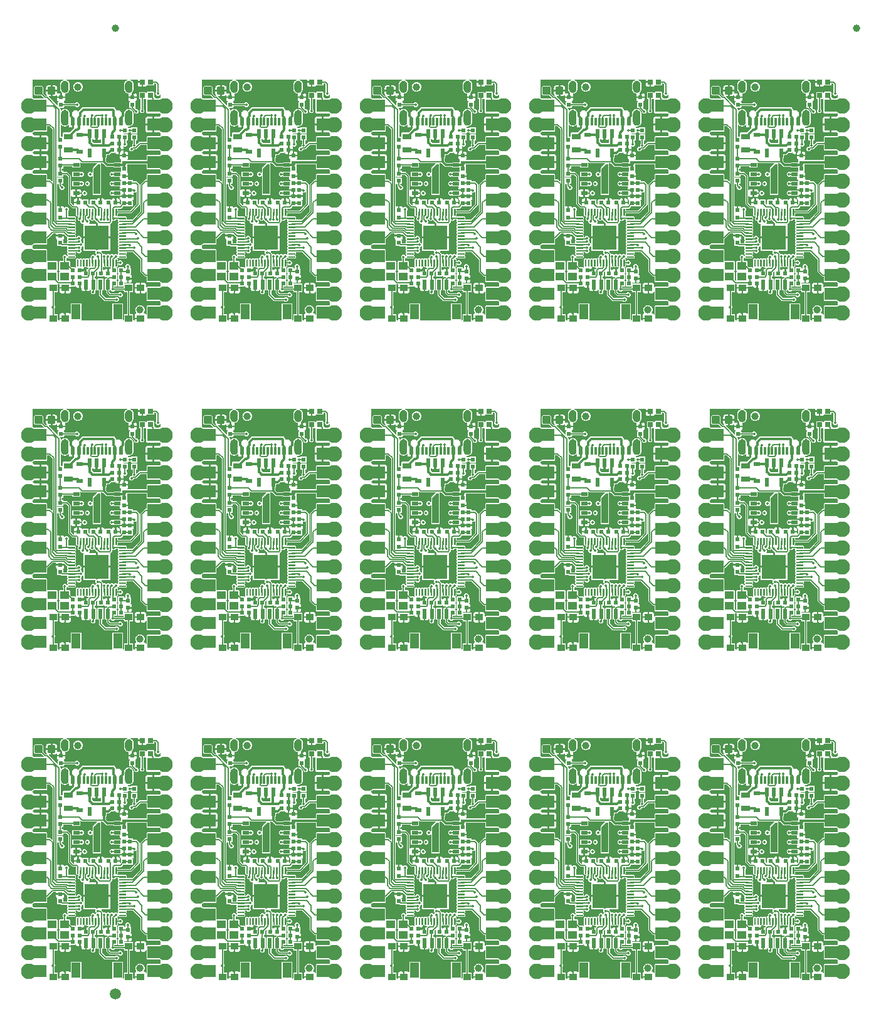
<source format=gtl>
G04 EAGLE Gerber RS-274X export*
G75*
%MOMM*%
%FSLAX34Y34*%
%LPD*%
%INTop Copper*%
%IPPOS*%
%AMOC8*
5,1,8,0,0,1.08239X$1,22.5*%
G01*
%ADD10R,0.600000X0.600000*%
%ADD11C,0.300000*%
%ADD12C,1.000000*%
%ADD13R,1.200000X0.800000*%
%ADD14R,0.830000X0.630000*%
%ADD15R,0.550000X1.200000*%
%ADD16R,1.000000X0.900000*%
%ADD17R,1.200000X2.000000*%
%ADD18R,0.600000X1.350000*%
%ADD19C,1.256400*%
%ADD20C,2.106400*%
%ADD21R,0.300000X1.000000*%
%ADD22R,0.600000X1.000000*%
%ADD23C,0.600000*%
%ADD24C,0.080000*%
%ADD25R,3.200000X3.200000*%
%ADD26R,1.200000X1.100000*%
%ADD27R,0.850000X0.500000*%
%ADD28R,0.700000X0.700000*%
%ADD29C,1.500000*%
%ADD30C,0.304800*%
%ADD31C,0.352400*%
%ADD32C,0.127000*%
%ADD33C,0.203200*%
%ADD34C,0.177800*%

G36*
X339295Y1103886D02*
X339295Y1103886D01*
X339303Y1103885D01*
X339393Y1103906D01*
X339484Y1103924D01*
X339491Y1103929D01*
X339498Y1103931D01*
X339646Y1104033D01*
X340474Y1104861D01*
X349552Y1104861D01*
X349557Y1104862D01*
X349562Y1104861D01*
X349655Y1104882D01*
X349749Y1104900D01*
X349753Y1104903D01*
X349758Y1104904D01*
X349836Y1104960D01*
X349914Y1105013D01*
X349917Y1105017D01*
X349921Y1105020D01*
X349972Y1105102D01*
X350024Y1105181D01*
X350024Y1105186D01*
X350027Y1105191D01*
X350059Y1105368D01*
X350059Y1107236D01*
X350399Y1107576D01*
X350439Y1107636D01*
X350485Y1107690D01*
X350494Y1107719D01*
X350510Y1107743D01*
X350524Y1107813D01*
X350545Y1107882D01*
X350542Y1107911D01*
X350548Y1107940D01*
X350533Y1108010D01*
X350526Y1108081D01*
X350512Y1108107D01*
X350506Y1108136D01*
X350465Y1108195D01*
X350432Y1108258D01*
X350407Y1108278D01*
X350392Y1108301D01*
X350348Y1108329D01*
X350294Y1108374D01*
X349770Y1108677D01*
X349297Y1109150D01*
X348962Y1109729D01*
X348789Y1110375D01*
X348789Y1112695D01*
X353822Y1112695D01*
X353827Y1112696D01*
X353832Y1112695D01*
X353925Y1112716D01*
X354018Y1112734D01*
X354023Y1112737D01*
X354028Y1112738D01*
X354106Y1112794D01*
X354184Y1112847D01*
X354187Y1112851D01*
X354191Y1112854D01*
X354242Y1112936D01*
X354293Y1113015D01*
X354294Y1113020D01*
X354297Y1113025D01*
X354329Y1113202D01*
X354329Y1113711D01*
X354331Y1113711D01*
X354331Y1113202D01*
X354331Y1113200D01*
X354331Y1113199D01*
X354332Y1113196D01*
X354331Y1113192D01*
X354352Y1113099D01*
X354370Y1113006D01*
X354373Y1113001D01*
X354375Y1112996D01*
X354430Y1112918D01*
X354483Y1112840D01*
X354487Y1112837D01*
X354491Y1112833D01*
X354572Y1112782D01*
X354651Y1112731D01*
X354656Y1112730D01*
X354661Y1112727D01*
X354838Y1112695D01*
X359871Y1112695D01*
X359871Y1110375D01*
X359698Y1109729D01*
X359363Y1109150D01*
X358890Y1108677D01*
X358828Y1108641D01*
X358777Y1108596D01*
X358720Y1108557D01*
X358702Y1108530D01*
X358678Y1108509D01*
X358648Y1108447D01*
X358610Y1108389D01*
X358605Y1108357D01*
X358591Y1108328D01*
X358587Y1108260D01*
X358575Y1108192D01*
X358582Y1108160D01*
X358580Y1108128D01*
X358603Y1108063D01*
X358618Y1107996D01*
X358637Y1107970D01*
X358648Y1107940D01*
X358694Y1107889D01*
X358734Y1107833D01*
X358762Y1107816D01*
X358783Y1107792D01*
X358846Y1107763D01*
X358905Y1107727D01*
X358939Y1107721D01*
X358966Y1107708D01*
X359016Y1107707D01*
X359082Y1107695D01*
X384175Y1107695D01*
X384180Y1107696D01*
X384185Y1107695D01*
X384278Y1107716D01*
X384372Y1107734D01*
X384376Y1107737D01*
X384381Y1107738D01*
X384459Y1107794D01*
X384537Y1107847D01*
X384540Y1107851D01*
X384544Y1107854D01*
X384595Y1107936D01*
X384647Y1108015D01*
X384647Y1108020D01*
X384650Y1108025D01*
X384682Y1108202D01*
X384682Y1113734D01*
X385501Y1114553D01*
X402151Y1114553D01*
X402159Y1114554D01*
X402167Y1114553D01*
X402256Y1114574D01*
X402348Y1114592D01*
X402354Y1114597D01*
X402362Y1114599D01*
X402510Y1114701D01*
X402714Y1114906D01*
X403546Y1115250D01*
X403552Y1115254D01*
X403558Y1115255D01*
X403635Y1115310D01*
X403713Y1115362D01*
X403716Y1115368D01*
X403721Y1115371D01*
X403771Y1115451D01*
X403823Y1115530D01*
X403824Y1115536D01*
X403827Y1115542D01*
X403859Y1115719D01*
X403859Y1119481D01*
X403858Y1119487D01*
X403859Y1119494D01*
X403838Y1119585D01*
X403820Y1119677D01*
X403816Y1119683D01*
X403815Y1119689D01*
X403760Y1119766D01*
X403707Y1119843D01*
X403702Y1119847D01*
X403698Y1119852D01*
X403546Y1119950D01*
X402714Y1120294D01*
X402510Y1120499D01*
X402503Y1120503D01*
X402499Y1120509D01*
X402420Y1120559D01*
X402343Y1120610D01*
X402335Y1120611D01*
X402328Y1120615D01*
X402151Y1120647D01*
X385501Y1120647D01*
X384682Y1121466D01*
X384682Y1127887D01*
X384681Y1127892D01*
X384682Y1127897D01*
X384661Y1127990D01*
X384643Y1128084D01*
X384640Y1128088D01*
X384639Y1128093D01*
X384583Y1128171D01*
X384530Y1128249D01*
X384526Y1128252D01*
X384523Y1128256D01*
X384441Y1128307D01*
X384362Y1128359D01*
X384357Y1128359D01*
X384352Y1128362D01*
X384175Y1128394D01*
X376666Y1128394D01*
X376659Y1128393D01*
X376651Y1128394D01*
X376561Y1128373D01*
X376470Y1128355D01*
X376463Y1128350D01*
X376456Y1128348D01*
X376308Y1128246D01*
X371768Y1123706D01*
X370503Y1122441D01*
X368030Y1122441D01*
X368025Y1122440D01*
X368020Y1122441D01*
X367927Y1122420D01*
X367833Y1122402D01*
X367829Y1122399D01*
X367824Y1122398D01*
X367746Y1122342D01*
X367668Y1122289D01*
X367665Y1122285D01*
X367661Y1122282D01*
X367610Y1122200D01*
X367558Y1122121D01*
X367558Y1122116D01*
X367555Y1122111D01*
X367523Y1121934D01*
X367523Y1121424D01*
X365746Y1119647D01*
X363234Y1119647D01*
X361457Y1121424D01*
X361457Y1123936D01*
X363234Y1125713D01*
X364617Y1125713D01*
X364625Y1125714D01*
X364633Y1125713D01*
X364723Y1125734D01*
X364814Y1125752D01*
X364821Y1125757D01*
X364828Y1125759D01*
X364976Y1125861D01*
X365119Y1126004D01*
X365123Y1126010D01*
X365129Y1126015D01*
X365178Y1126094D01*
X365230Y1126171D01*
X365231Y1126179D01*
X365235Y1126185D01*
X365267Y1126363D01*
X365267Y1129016D01*
X366246Y1129995D01*
X366250Y1130001D01*
X366256Y1130006D01*
X366305Y1130084D01*
X366357Y1130162D01*
X366358Y1130169D01*
X366362Y1130176D01*
X366394Y1130353D01*
X366394Y1133222D01*
X366393Y1133227D01*
X366394Y1133232D01*
X366373Y1133325D01*
X366355Y1133419D01*
X366352Y1133423D01*
X366351Y1133428D01*
X366295Y1133506D01*
X366242Y1133584D01*
X366238Y1133587D01*
X366235Y1133591D01*
X366153Y1133642D01*
X366074Y1133694D01*
X366069Y1133694D01*
X366064Y1133697D01*
X365887Y1133729D01*
X364774Y1133729D01*
X364029Y1134474D01*
X364029Y1141526D01*
X364774Y1142271D01*
X371826Y1142271D01*
X372571Y1141526D01*
X372571Y1134474D01*
X371826Y1133729D01*
X370713Y1133729D01*
X370708Y1133728D01*
X370703Y1133729D01*
X370610Y1133708D01*
X370516Y1133690D01*
X370512Y1133687D01*
X370507Y1133686D01*
X370429Y1133630D01*
X370351Y1133577D01*
X370348Y1133573D01*
X370344Y1133570D01*
X370293Y1133488D01*
X370241Y1133409D01*
X370241Y1133404D01*
X370238Y1133399D01*
X370206Y1133222D01*
X370206Y1130353D01*
X370207Y1130346D01*
X370206Y1130338D01*
X370227Y1130248D01*
X370245Y1130157D01*
X370250Y1130150D01*
X370252Y1130143D01*
X370354Y1129995D01*
X371152Y1129197D01*
X371156Y1129194D01*
X371159Y1129190D01*
X371239Y1129139D01*
X371319Y1129086D01*
X371324Y1129085D01*
X371328Y1129083D01*
X371422Y1129067D01*
X371515Y1129049D01*
X371521Y1129050D01*
X371526Y1129049D01*
X371618Y1129071D01*
X371712Y1129090D01*
X371716Y1129093D01*
X371721Y1129095D01*
X371869Y1129197D01*
X374877Y1132206D01*
X384175Y1132206D01*
X384180Y1132207D01*
X384185Y1132206D01*
X384278Y1132227D01*
X384372Y1132245D01*
X384376Y1132248D01*
X384381Y1132249D01*
X384459Y1132305D01*
X384537Y1132358D01*
X384540Y1132362D01*
X384544Y1132365D01*
X384595Y1132447D01*
X384647Y1132526D01*
X384647Y1132531D01*
X384650Y1132536D01*
X384682Y1132713D01*
X384682Y1139134D01*
X385501Y1139953D01*
X402151Y1139953D01*
X402159Y1139954D01*
X402167Y1139953D01*
X402256Y1139974D01*
X402348Y1139992D01*
X402354Y1139997D01*
X402362Y1139999D01*
X402510Y1140101D01*
X402714Y1140306D01*
X403521Y1140640D01*
X403546Y1140650D01*
X403552Y1140654D01*
X403558Y1140655D01*
X403635Y1140710D01*
X403713Y1140762D01*
X403716Y1140768D01*
X403721Y1140771D01*
X403771Y1140851D01*
X403823Y1140930D01*
X403824Y1140936D01*
X403827Y1140942D01*
X403859Y1141119D01*
X403859Y1143540D01*
X403842Y1143626D01*
X403829Y1143712D01*
X403822Y1143723D01*
X403820Y1143737D01*
X403771Y1143809D01*
X403726Y1143883D01*
X403714Y1143892D01*
X403707Y1143903D01*
X403661Y1143933D01*
X403582Y1143992D01*
X402548Y1144519D01*
X402327Y1144680D01*
X402264Y1144709D01*
X402206Y1144745D01*
X402171Y1144751D01*
X402144Y1144764D01*
X402094Y1144765D01*
X402028Y1144777D01*
X394715Y1144777D01*
X394715Y1147319D01*
X406400Y1147319D01*
X406402Y1147320D01*
X406404Y1147319D01*
X406447Y1147339D01*
X406491Y1147357D01*
X406491Y1147359D01*
X406493Y1147360D01*
X406526Y1147445D01*
X406526Y1163955D01*
X406525Y1163957D01*
X406526Y1163959D01*
X406506Y1164002D01*
X406488Y1164046D01*
X406486Y1164046D01*
X406485Y1164048D01*
X406400Y1164081D01*
X394715Y1164081D01*
X394715Y1166623D01*
X402028Y1166623D01*
X402096Y1166636D01*
X402164Y1166641D01*
X402196Y1166656D01*
X402225Y1166662D01*
X402267Y1166691D01*
X402327Y1166720D01*
X402548Y1166881D01*
X403582Y1167408D01*
X403650Y1167462D01*
X403721Y1167512D01*
X403729Y1167524D01*
X403739Y1167532D01*
X403781Y1167608D01*
X403827Y1167682D01*
X403830Y1167696D01*
X403836Y1167708D01*
X403842Y1167763D01*
X403859Y1167860D01*
X403859Y1169731D01*
X403858Y1169737D01*
X403859Y1169744D01*
X403838Y1169836D01*
X403820Y1169928D01*
X403816Y1169933D01*
X403815Y1169939D01*
X403760Y1170016D01*
X403707Y1170093D01*
X403702Y1170097D01*
X403698Y1170102D01*
X403546Y1170200D01*
X402427Y1170663D01*
X402299Y1170791D01*
X402293Y1170795D01*
X402288Y1170801D01*
X402210Y1170850D01*
X402132Y1170902D01*
X402125Y1170903D01*
X402118Y1170907D01*
X401941Y1170939D01*
X385291Y1170939D01*
X384174Y1172056D01*
X384174Y1189903D01*
X384174Y1189905D01*
X384174Y1189908D01*
X384154Y1190003D01*
X384135Y1190099D01*
X384133Y1190101D01*
X384133Y1190104D01*
X384077Y1190184D01*
X384022Y1190265D01*
X384020Y1190266D01*
X384018Y1190268D01*
X383935Y1190321D01*
X383854Y1190374D01*
X383851Y1190375D01*
X383849Y1190376D01*
X383753Y1190392D01*
X383657Y1190410D01*
X383654Y1190409D01*
X383652Y1190410D01*
X383559Y1190388D01*
X383461Y1190366D01*
X383459Y1190365D01*
X383456Y1190364D01*
X383308Y1190261D01*
X383126Y1190079D01*
X381013Y1190079D01*
X381008Y1190078D01*
X381003Y1190079D01*
X380910Y1190058D01*
X380816Y1190040D01*
X380812Y1190037D01*
X380807Y1190036D01*
X380729Y1189980D01*
X380651Y1189927D01*
X380648Y1189923D01*
X380644Y1189920D01*
X380593Y1189838D01*
X380541Y1189759D01*
X380541Y1189754D01*
X380538Y1189749D01*
X380506Y1189572D01*
X380506Y1176593D01*
X380507Y1176586D01*
X380506Y1176578D01*
X380527Y1176488D01*
X380545Y1176397D01*
X380550Y1176390D01*
X380552Y1176383D01*
X380654Y1176235D01*
X381633Y1175256D01*
X381633Y1172744D01*
X379856Y1170967D01*
X377344Y1170967D01*
X375567Y1172744D01*
X375567Y1175256D01*
X376546Y1176235D01*
X376550Y1176241D01*
X376556Y1176246D01*
X376605Y1176324D01*
X376657Y1176402D01*
X376658Y1176409D01*
X376662Y1176416D01*
X376694Y1176593D01*
X376694Y1189572D01*
X376693Y1189577D01*
X376694Y1189582D01*
X376673Y1189675D01*
X376655Y1189769D01*
X376652Y1189773D01*
X376651Y1189778D01*
X376595Y1189856D01*
X376542Y1189934D01*
X376538Y1189937D01*
X376535Y1189941D01*
X376453Y1189992D01*
X376374Y1190044D01*
X376369Y1190044D01*
X376364Y1190047D01*
X376187Y1190079D01*
X375074Y1190079D01*
X374329Y1190824D01*
X374329Y1198876D01*
X375074Y1199621D01*
X383126Y1199621D01*
X383955Y1198792D01*
X383958Y1198790D01*
X383959Y1198788D01*
X384039Y1198736D01*
X384122Y1198681D01*
X384125Y1198680D01*
X384127Y1198679D01*
X384223Y1198662D01*
X384319Y1198643D01*
X384322Y1198644D01*
X384324Y1198643D01*
X384421Y1198665D01*
X384515Y1198685D01*
X384517Y1198686D01*
X384520Y1198687D01*
X384600Y1198743D01*
X384680Y1198799D01*
X384681Y1198801D01*
X384683Y1198803D01*
X384735Y1198886D01*
X384787Y1198968D01*
X384788Y1198971D01*
X384789Y1198973D01*
X384807Y1199073D01*
X385863Y1200129D01*
X394337Y1200129D01*
X395379Y1199087D01*
X395379Y1193195D01*
X395380Y1193187D01*
X395379Y1193179D01*
X395400Y1193089D01*
X395418Y1192998D01*
X395423Y1192992D01*
X395425Y1192984D01*
X395527Y1192836D01*
X396114Y1192250D01*
X396114Y1191768D01*
X396115Y1191763D01*
X396114Y1191758D01*
X396135Y1191665D01*
X396153Y1191571D01*
X396156Y1191567D01*
X396157Y1191562D01*
X396213Y1191484D01*
X396266Y1191406D01*
X396270Y1191403D01*
X396273Y1191399D01*
X396355Y1191348D01*
X396434Y1191296D01*
X396439Y1191296D01*
X396444Y1191293D01*
X396621Y1191261D01*
X401941Y1191261D01*
X401948Y1191262D01*
X401956Y1191261D01*
X402046Y1191282D01*
X402137Y1191300D01*
X402144Y1191305D01*
X402151Y1191307D01*
X402299Y1191409D01*
X402427Y1191537D01*
X403237Y1191872D01*
X403546Y1192000D01*
X403552Y1192004D01*
X403558Y1192005D01*
X403635Y1192060D01*
X403713Y1192112D01*
X403716Y1192118D01*
X403721Y1192121D01*
X403771Y1192201D01*
X403823Y1192280D01*
X403824Y1192286D01*
X403827Y1192292D01*
X403859Y1192469D01*
X403859Y1195906D01*
X403859Y1195908D01*
X403859Y1195911D01*
X403839Y1196006D01*
X403820Y1196102D01*
X403818Y1196104D01*
X403818Y1196107D01*
X403762Y1196188D01*
X403707Y1196268D01*
X403705Y1196269D01*
X403703Y1196272D01*
X403620Y1196325D01*
X403539Y1196377D01*
X403536Y1196378D01*
X403534Y1196379D01*
X403438Y1196396D01*
X403342Y1196413D01*
X403339Y1196412D01*
X403337Y1196413D01*
X403242Y1196391D01*
X403146Y1196369D01*
X403144Y1196368D01*
X403141Y1196367D01*
X402993Y1196264D01*
X401306Y1194577D01*
X398794Y1194577D01*
X397017Y1196354D01*
X397017Y1198866D01*
X397742Y1199591D01*
X397743Y1199593D01*
X397745Y1199594D01*
X397748Y1199598D01*
X397752Y1199602D01*
X397801Y1199680D01*
X397853Y1199758D01*
X397853Y1199761D01*
X397854Y1199762D01*
X397855Y1199766D01*
X397858Y1199772D01*
X397890Y1199949D01*
X397890Y1209205D01*
X397889Y1209213D01*
X397890Y1209221D01*
X397869Y1209311D01*
X397851Y1209402D01*
X397846Y1209408D01*
X397844Y1209416D01*
X397742Y1209564D01*
X396464Y1210842D01*
X396457Y1210846D01*
X396453Y1210852D01*
X396374Y1210901D01*
X396297Y1210953D01*
X396289Y1210954D01*
X396283Y1210958D01*
X396105Y1210990D01*
X395378Y1210990D01*
X395373Y1210989D01*
X395368Y1210990D01*
X395275Y1210969D01*
X395181Y1210951D01*
X395177Y1210948D01*
X395172Y1210947D01*
X395094Y1210891D01*
X395016Y1210838D01*
X395013Y1210834D01*
X395009Y1210831D01*
X394958Y1210749D01*
X394906Y1210670D01*
X394906Y1210665D01*
X394903Y1210660D01*
X394871Y1210483D01*
X394871Y1209124D01*
X394126Y1208379D01*
X386074Y1208379D01*
X385734Y1208719D01*
X385674Y1208759D01*
X385620Y1208805D01*
X385591Y1208814D01*
X385567Y1208830D01*
X385497Y1208844D01*
X385428Y1208865D01*
X385399Y1208862D01*
X385370Y1208868D01*
X385300Y1208853D01*
X385229Y1208846D01*
X385203Y1208832D01*
X385174Y1208826D01*
X385115Y1208785D01*
X385052Y1208752D01*
X385032Y1208727D01*
X385009Y1208712D01*
X384981Y1208668D01*
X384936Y1208614D01*
X384633Y1208090D01*
X384160Y1207617D01*
X383581Y1207282D01*
X382935Y1207109D01*
X380115Y1207109D01*
X380115Y1212642D01*
X380114Y1212647D01*
X380115Y1212652D01*
X380094Y1212745D01*
X380076Y1212838D01*
X380073Y1212843D01*
X380071Y1212848D01*
X380016Y1212926D01*
X379963Y1213004D01*
X379959Y1213007D01*
X379955Y1213011D01*
X379874Y1213062D01*
X379795Y1213113D01*
X379790Y1213114D01*
X379785Y1213117D01*
X379608Y1213149D01*
X379099Y1213149D01*
X379099Y1213658D01*
X379098Y1213663D01*
X379099Y1213668D01*
X379078Y1213761D01*
X379060Y1213854D01*
X379057Y1213859D01*
X379055Y1213864D01*
X379000Y1213942D01*
X378947Y1214020D01*
X378943Y1214023D01*
X378939Y1214027D01*
X378858Y1214078D01*
X378779Y1214129D01*
X378774Y1214130D01*
X378769Y1214133D01*
X378592Y1214165D01*
X373059Y1214165D01*
X373059Y1216152D01*
X373058Y1216157D01*
X373059Y1216162D01*
X373038Y1216255D01*
X373020Y1216349D01*
X373017Y1216353D01*
X373016Y1216358D01*
X372960Y1216436D01*
X372907Y1216514D01*
X372903Y1216517D01*
X372900Y1216521D01*
X372818Y1216572D01*
X372739Y1216624D01*
X372734Y1216624D01*
X372729Y1216627D01*
X372552Y1216659D01*
X362833Y1216659D01*
X362759Y1216644D01*
X362685Y1216637D01*
X362662Y1216625D01*
X362636Y1216620D01*
X362574Y1216578D01*
X362509Y1216542D01*
X362492Y1216522D01*
X362471Y1216507D01*
X362430Y1216444D01*
X362383Y1216386D01*
X362376Y1216361D01*
X362361Y1216339D01*
X362348Y1216265D01*
X362327Y1216193D01*
X362330Y1216167D01*
X362326Y1216142D01*
X362342Y1216069D01*
X362351Y1215994D01*
X362364Y1215970D01*
X362369Y1215946D01*
X362401Y1215902D01*
X362436Y1215836D01*
X362497Y1215760D01*
X362537Y1215726D01*
X362569Y1215686D01*
X362617Y1215659D01*
X362650Y1215631D01*
X362686Y1215620D01*
X362726Y1215597D01*
X362789Y1215575D01*
X362840Y1215568D01*
X362889Y1215551D01*
X362944Y1215554D01*
X362987Y1215548D01*
X363024Y1215558D01*
X363069Y1215560D01*
X363089Y1215564D01*
X363378Y1215383D01*
X363424Y1215365D01*
X363480Y1215333D01*
X363802Y1215221D01*
X363811Y1215202D01*
X363842Y1215161D01*
X363865Y1215114D01*
X363905Y1215077D01*
X363932Y1215043D01*
X363964Y1215024D01*
X363998Y1214993D01*
X364054Y1214958D01*
X364103Y1214939D01*
X364147Y1214912D01*
X364201Y1214902D01*
X364242Y1214887D01*
X364279Y1214888D01*
X364324Y1214880D01*
X364344Y1214880D01*
X364586Y1214639D01*
X364627Y1214611D01*
X364674Y1214568D01*
X364963Y1214386D01*
X364968Y1214367D01*
X364989Y1214319D01*
X365001Y1214269D01*
X365032Y1214224D01*
X365050Y1214184D01*
X365078Y1214158D01*
X365104Y1214121D01*
X365151Y1214074D01*
X365194Y1214045D01*
X365231Y1214008D01*
X365281Y1213987D01*
X365318Y1213963D01*
X365355Y1213956D01*
X365397Y1213938D01*
X365416Y1213933D01*
X365598Y1213644D01*
X365632Y1213609D01*
X365669Y1213556D01*
X365910Y1213315D01*
X365910Y1213294D01*
X365920Y1213243D01*
X365920Y1213192D01*
X365941Y1213141D01*
X365949Y1213098D01*
X365971Y1213067D01*
X365988Y1213024D01*
X366023Y1212968D01*
X366059Y1212930D01*
X366087Y1212887D01*
X366131Y1212854D01*
X366161Y1212823D01*
X366195Y1212808D01*
X366232Y1212781D01*
X366251Y1212772D01*
X366363Y1212450D01*
X366372Y1212436D01*
X366374Y1212424D01*
X366392Y1212399D01*
X366413Y1212348D01*
X366594Y1212059D01*
X366590Y1212039D01*
X366588Y1211987D01*
X366577Y1211936D01*
X366586Y1211882D01*
X366585Y1211839D01*
X366598Y1211804D01*
X366605Y1211759D01*
X366627Y1211696D01*
X366654Y1211651D01*
X366671Y1211602D01*
X366707Y1211561D01*
X366730Y1211524D01*
X366760Y1211501D01*
X366790Y1211467D01*
X366806Y1211454D01*
X366844Y1211115D01*
X366859Y1211068D01*
X366869Y1211004D01*
X366983Y1210679D01*
X366981Y1210672D01*
X366970Y1210654D01*
X366957Y1210575D01*
X366937Y1210498D01*
X366940Y1210477D01*
X366936Y1210456D01*
X366955Y1210378D01*
X366966Y1210299D01*
X366977Y1210281D01*
X366982Y1210261D01*
X367001Y1210234D01*
X367001Y1209753D01*
X367006Y1209727D01*
X367004Y1209696D01*
X367057Y1209226D01*
X367033Y1209188D01*
X367029Y1209166D01*
X367020Y1209148D01*
X367016Y1209093D01*
X367001Y1209010D01*
X367001Y1204290D01*
X367017Y1204211D01*
X367026Y1204132D01*
X367036Y1204112D01*
X367040Y1204093D01*
X367056Y1204070D01*
X367004Y1203604D01*
X367006Y1203578D01*
X367001Y1203547D01*
X367001Y1203061D01*
X366974Y1203020D01*
X366970Y1202999D01*
X366960Y1202981D01*
X366951Y1202902D01*
X366936Y1202823D01*
X366941Y1202803D01*
X366938Y1202782D01*
X366967Y1202679D01*
X366978Y1202627D01*
X366983Y1202620D01*
X366869Y1202296D01*
X366862Y1202247D01*
X366844Y1202185D01*
X366806Y1201846D01*
X366790Y1201833D01*
X366756Y1201793D01*
X366716Y1201761D01*
X366689Y1201713D01*
X366661Y1201680D01*
X366650Y1201644D01*
X366627Y1201604D01*
X366605Y1201541D01*
X366598Y1201490D01*
X366581Y1201441D01*
X366584Y1201386D01*
X366578Y1201343D01*
X366588Y1201306D01*
X366590Y1201261D01*
X366594Y1201241D01*
X366413Y1200952D01*
X366395Y1200906D01*
X366363Y1200850D01*
X366251Y1200528D01*
X366232Y1200519D01*
X366191Y1200488D01*
X366144Y1200465D01*
X366107Y1200425D01*
X366073Y1200398D01*
X366054Y1200366D01*
X366023Y1200332D01*
X365988Y1200276D01*
X365969Y1200227D01*
X365942Y1200183D01*
X365932Y1200129D01*
X365917Y1200088D01*
X365918Y1200051D01*
X365910Y1200006D01*
X365910Y1199986D01*
X365669Y1199744D01*
X365641Y1199703D01*
X365598Y1199656D01*
X365416Y1199367D01*
X365397Y1199362D01*
X365349Y1199341D01*
X365299Y1199329D01*
X365254Y1199298D01*
X365214Y1199280D01*
X365188Y1199252D01*
X365151Y1199226D01*
X365104Y1199179D01*
X365075Y1199136D01*
X365038Y1199099D01*
X365017Y1199049D01*
X364993Y1199012D01*
X364986Y1198975D01*
X364968Y1198933D01*
X364962Y1198906D01*
X364935Y1198881D01*
X364883Y1198844D01*
X364863Y1198812D01*
X364837Y1198787D01*
X364811Y1198728D01*
X364777Y1198673D01*
X364770Y1198634D01*
X364756Y1198604D01*
X364756Y1198556D01*
X364745Y1198496D01*
X364745Y1193465D01*
X360219Y1193465D01*
X360219Y1195785D01*
X360392Y1196431D01*
X360474Y1196573D01*
X360496Y1196637D01*
X360526Y1196698D01*
X360528Y1196731D01*
X360538Y1196763D01*
X360533Y1196830D01*
X360537Y1196898D01*
X360526Y1196929D01*
X360524Y1196962D01*
X360493Y1197023D01*
X360470Y1197087D01*
X360446Y1197114D01*
X360433Y1197141D01*
X360395Y1197173D01*
X360351Y1197223D01*
X360268Y1197289D01*
X360222Y1197313D01*
X360181Y1197345D01*
X360129Y1197361D01*
X360090Y1197381D01*
X360052Y1197383D01*
X360009Y1197397D01*
X359943Y1197404D01*
X359891Y1197399D01*
X359840Y1197405D01*
X359787Y1197390D01*
X359743Y1197387D01*
X359710Y1197369D01*
X359666Y1197357D01*
X359648Y1197348D01*
X359326Y1197461D01*
X359277Y1197468D01*
X359215Y1197486D01*
X358876Y1197524D01*
X358863Y1197540D01*
X358823Y1197574D01*
X358791Y1197614D01*
X358743Y1197641D01*
X358710Y1197669D01*
X358674Y1197680D01*
X358634Y1197703D01*
X358571Y1197725D01*
X358520Y1197732D01*
X358471Y1197749D01*
X358416Y1197746D01*
X358373Y1197752D01*
X358336Y1197742D01*
X358291Y1197740D01*
X358271Y1197736D01*
X357982Y1197917D01*
X357936Y1197935D01*
X357880Y1197967D01*
X357558Y1198079D01*
X357549Y1198098D01*
X357518Y1198139D01*
X357495Y1198186D01*
X357455Y1198223D01*
X357428Y1198257D01*
X357396Y1198276D01*
X357362Y1198307D01*
X357306Y1198342D01*
X357257Y1198361D01*
X357213Y1198388D01*
X357159Y1198398D01*
X357118Y1198413D01*
X357081Y1198412D01*
X357036Y1198420D01*
X357016Y1198420D01*
X356774Y1198661D01*
X356733Y1198689D01*
X356686Y1198732D01*
X356397Y1198914D01*
X356392Y1198933D01*
X356371Y1198981D01*
X356359Y1199031D01*
X356328Y1199076D01*
X356310Y1199116D01*
X356282Y1199142D01*
X356256Y1199179D01*
X356209Y1199226D01*
X356166Y1199255D01*
X356129Y1199292D01*
X356079Y1199313D01*
X356042Y1199337D01*
X356005Y1199344D01*
X355963Y1199362D01*
X355944Y1199367D01*
X355762Y1199656D01*
X355728Y1199691D01*
X355691Y1199744D01*
X355450Y1199986D01*
X355450Y1200006D01*
X355440Y1200057D01*
X355440Y1200109D01*
X355419Y1200159D01*
X355411Y1200202D01*
X355389Y1200234D01*
X355372Y1200276D01*
X355337Y1200332D01*
X355301Y1200370D01*
X355273Y1200413D01*
X355229Y1200445D01*
X355199Y1200477D01*
X355165Y1200492D01*
X355128Y1200519D01*
X355109Y1200528D01*
X354997Y1200850D01*
X354971Y1200892D01*
X354947Y1200952D01*
X354766Y1201241D01*
X354770Y1201261D01*
X354772Y1201313D01*
X354783Y1201364D01*
X354774Y1201418D01*
X354775Y1201461D01*
X354762Y1201496D01*
X354755Y1201541D01*
X354733Y1201604D01*
X354706Y1201649D01*
X354689Y1201698D01*
X354653Y1201739D01*
X354630Y1201776D01*
X354600Y1201799D01*
X354570Y1201833D01*
X354554Y1201846D01*
X354516Y1202185D01*
X354501Y1202232D01*
X354491Y1202296D01*
X354377Y1202621D01*
X354379Y1202628D01*
X354390Y1202646D01*
X354403Y1202725D01*
X354423Y1202802D01*
X354420Y1202823D01*
X354424Y1202844D01*
X354405Y1202922D01*
X354394Y1203001D01*
X354383Y1203019D01*
X354378Y1203039D01*
X354359Y1203066D01*
X354359Y1203547D01*
X354354Y1203573D01*
X354356Y1203604D01*
X354303Y1204074D01*
X354327Y1204112D01*
X354331Y1204134D01*
X354340Y1204152D01*
X354344Y1204207D01*
X354359Y1204290D01*
X354359Y1209010D01*
X354343Y1209089D01*
X354334Y1209168D01*
X354324Y1209188D01*
X354320Y1209207D01*
X354304Y1209230D01*
X354356Y1209696D01*
X354354Y1209722D01*
X354359Y1209753D01*
X354359Y1210239D01*
X354386Y1210280D01*
X354390Y1210301D01*
X354400Y1210319D01*
X354409Y1210398D01*
X354424Y1210477D01*
X354419Y1210497D01*
X354422Y1210518D01*
X354393Y1210621D01*
X354382Y1210673D01*
X354377Y1210680D01*
X354491Y1211004D01*
X354498Y1211053D01*
X354516Y1211115D01*
X354554Y1211454D01*
X354570Y1211467D01*
X354604Y1211507D01*
X354644Y1211539D01*
X354671Y1211587D01*
X354699Y1211620D01*
X354710Y1211656D01*
X354733Y1211696D01*
X354755Y1211759D01*
X354762Y1211810D01*
X354779Y1211859D01*
X354776Y1211914D01*
X354782Y1211957D01*
X354772Y1211994D01*
X354770Y1212039D01*
X354766Y1212059D01*
X354947Y1212348D01*
X354965Y1212394D01*
X354985Y1212430D01*
X354994Y1212443D01*
X354994Y1212446D01*
X354997Y1212450D01*
X355109Y1212772D01*
X355128Y1212781D01*
X355169Y1212812D01*
X355216Y1212835D01*
X355253Y1212875D01*
X355287Y1212902D01*
X355306Y1212934D01*
X355337Y1212968D01*
X355372Y1213024D01*
X355391Y1213073D01*
X355418Y1213117D01*
X355428Y1213171D01*
X355443Y1213212D01*
X355442Y1213249D01*
X355450Y1213294D01*
X355450Y1213314D01*
X355691Y1213556D01*
X355719Y1213597D01*
X355762Y1213644D01*
X355944Y1213933D01*
X355963Y1213938D01*
X356011Y1213959D01*
X356061Y1213971D01*
X356106Y1214002D01*
X356146Y1214020D01*
X356172Y1214048D01*
X356209Y1214074D01*
X356256Y1214121D01*
X356285Y1214164D01*
X356322Y1214201D01*
X356343Y1214251D01*
X356367Y1214288D01*
X356374Y1214325D01*
X356392Y1214367D01*
X356397Y1214386D01*
X356686Y1214568D01*
X356721Y1214602D01*
X356774Y1214639D01*
X357016Y1214880D01*
X357036Y1214880D01*
X357087Y1214890D01*
X357139Y1214890D01*
X357189Y1214911D01*
X357232Y1214919D01*
X357264Y1214941D01*
X357306Y1214958D01*
X357362Y1214993D01*
X357400Y1215029D01*
X357443Y1215057D01*
X357475Y1215101D01*
X357507Y1215131D01*
X357522Y1215165D01*
X357549Y1215202D01*
X357558Y1215221D01*
X357880Y1215333D01*
X357922Y1215359D01*
X357982Y1215383D01*
X358271Y1215564D01*
X358291Y1215560D01*
X358343Y1215558D01*
X358394Y1215547D01*
X358448Y1215556D01*
X358491Y1215555D01*
X358526Y1215568D01*
X358571Y1215575D01*
X358634Y1215597D01*
X358679Y1215624D01*
X358728Y1215641D01*
X358769Y1215677D01*
X358806Y1215700D01*
X358829Y1215730D01*
X358863Y1215760D01*
X358924Y1215836D01*
X358958Y1215902D01*
X358999Y1215965D01*
X359003Y1215991D01*
X359015Y1216014D01*
X359021Y1216089D01*
X359034Y1216162D01*
X359029Y1216188D01*
X359031Y1216214D01*
X359007Y1216285D01*
X358991Y1216358D01*
X358976Y1216379D01*
X358967Y1216404D01*
X358918Y1216460D01*
X358875Y1216521D01*
X358853Y1216535D01*
X358835Y1216555D01*
X358768Y1216588D01*
X358704Y1216627D01*
X358677Y1216632D01*
X358655Y1216643D01*
X358601Y1216646D01*
X358527Y1216659D01*
X276473Y1216659D01*
X276399Y1216644D01*
X276325Y1216637D01*
X276302Y1216625D01*
X276276Y1216620D01*
X276214Y1216578D01*
X276149Y1216542D01*
X276132Y1216522D01*
X276111Y1216507D01*
X276070Y1216444D01*
X276023Y1216386D01*
X276016Y1216361D01*
X276001Y1216339D01*
X275988Y1216265D01*
X275967Y1216193D01*
X275970Y1216167D01*
X275966Y1216142D01*
X275982Y1216069D01*
X275991Y1215994D01*
X276004Y1215970D01*
X276009Y1215946D01*
X276041Y1215902D01*
X276076Y1215836D01*
X276137Y1215760D01*
X276177Y1215726D01*
X276209Y1215686D01*
X276257Y1215659D01*
X276290Y1215631D01*
X276326Y1215620D01*
X276366Y1215597D01*
X276429Y1215575D01*
X276480Y1215568D01*
X276529Y1215551D01*
X276584Y1215554D01*
X276627Y1215548D01*
X276664Y1215558D01*
X276709Y1215560D01*
X276729Y1215564D01*
X277018Y1215383D01*
X277064Y1215365D01*
X277120Y1215333D01*
X277442Y1215221D01*
X277451Y1215202D01*
X277482Y1215161D01*
X277505Y1215114D01*
X277545Y1215077D01*
X277572Y1215043D01*
X277604Y1215024D01*
X277638Y1214993D01*
X277694Y1214958D01*
X277743Y1214939D01*
X277787Y1214912D01*
X277841Y1214902D01*
X277882Y1214887D01*
X277919Y1214888D01*
X277964Y1214880D01*
X277984Y1214880D01*
X278226Y1214639D01*
X278267Y1214611D01*
X278314Y1214568D01*
X278603Y1214386D01*
X278608Y1214367D01*
X278629Y1214319D01*
X278641Y1214269D01*
X278672Y1214224D01*
X278690Y1214184D01*
X278718Y1214158D01*
X278744Y1214121D01*
X278791Y1214074D01*
X278834Y1214045D01*
X278871Y1214008D01*
X278921Y1213987D01*
X278958Y1213963D01*
X278995Y1213956D01*
X279037Y1213938D01*
X279056Y1213933D01*
X279238Y1213644D01*
X279272Y1213609D01*
X279309Y1213556D01*
X279550Y1213315D01*
X279550Y1213294D01*
X279560Y1213243D01*
X279560Y1213191D01*
X279581Y1213141D01*
X279589Y1213098D01*
X279611Y1213066D01*
X279628Y1213024D01*
X279663Y1212968D01*
X279699Y1212930D01*
X279727Y1212887D01*
X279771Y1212855D01*
X279801Y1212823D01*
X279835Y1212808D01*
X279872Y1212781D01*
X279891Y1212772D01*
X280003Y1212450D01*
X280012Y1212436D01*
X280014Y1212424D01*
X280032Y1212399D01*
X280053Y1212348D01*
X280234Y1212059D01*
X280230Y1212039D01*
X280228Y1211987D01*
X280217Y1211936D01*
X280226Y1211882D01*
X280225Y1211839D01*
X280238Y1211804D01*
X280245Y1211759D01*
X280267Y1211696D01*
X280294Y1211651D01*
X280311Y1211602D01*
X280347Y1211561D01*
X280370Y1211524D01*
X280400Y1211501D01*
X280430Y1211467D01*
X280446Y1211454D01*
X280484Y1211115D01*
X280499Y1211068D01*
X280509Y1211004D01*
X280623Y1210679D01*
X280621Y1210672D01*
X280610Y1210654D01*
X280597Y1210575D01*
X280577Y1210498D01*
X280580Y1210477D01*
X280576Y1210456D01*
X280595Y1210378D01*
X280606Y1210299D01*
X280617Y1210281D01*
X280622Y1210261D01*
X280641Y1210234D01*
X280641Y1209753D01*
X280646Y1209727D01*
X280644Y1209696D01*
X280697Y1209226D01*
X280673Y1209188D01*
X280669Y1209166D01*
X280660Y1209148D01*
X280656Y1209093D01*
X280641Y1209010D01*
X280641Y1204290D01*
X280657Y1204211D01*
X280666Y1204132D01*
X280676Y1204112D01*
X280680Y1204093D01*
X280696Y1204070D01*
X280644Y1203604D01*
X280646Y1203578D01*
X280641Y1203547D01*
X280641Y1203061D01*
X280614Y1203020D01*
X280610Y1202999D01*
X280600Y1202981D01*
X280591Y1202902D01*
X280576Y1202823D01*
X280581Y1202803D01*
X280578Y1202782D01*
X280607Y1202679D01*
X280618Y1202627D01*
X280623Y1202620D01*
X280509Y1202296D01*
X280502Y1202247D01*
X280484Y1202185D01*
X280446Y1201846D01*
X280430Y1201833D01*
X280396Y1201793D01*
X280356Y1201761D01*
X280329Y1201713D01*
X280301Y1201680D01*
X280290Y1201644D01*
X280267Y1201604D01*
X280245Y1201541D01*
X280238Y1201490D01*
X280221Y1201441D01*
X280224Y1201386D01*
X280218Y1201343D01*
X280228Y1201306D01*
X280230Y1201261D01*
X280234Y1201241D01*
X280053Y1200952D01*
X280035Y1200906D01*
X280003Y1200850D01*
X279891Y1200528D01*
X279872Y1200519D01*
X279831Y1200488D01*
X279784Y1200465D01*
X279747Y1200425D01*
X279713Y1200398D01*
X279694Y1200366D01*
X279663Y1200332D01*
X279628Y1200276D01*
X279609Y1200227D01*
X279582Y1200183D01*
X279572Y1200129D01*
X279557Y1200088D01*
X279558Y1200051D01*
X279550Y1200006D01*
X279550Y1199986D01*
X279309Y1199744D01*
X279281Y1199703D01*
X279238Y1199656D01*
X279056Y1199367D01*
X279037Y1199362D01*
X278989Y1199341D01*
X278939Y1199329D01*
X278894Y1199298D01*
X278854Y1199280D01*
X278828Y1199252D01*
X278791Y1199226D01*
X278744Y1199179D01*
X278715Y1199136D01*
X278678Y1199099D01*
X278657Y1199049D01*
X278633Y1199012D01*
X278626Y1198975D01*
X278608Y1198933D01*
X278603Y1198914D01*
X278314Y1198732D01*
X278279Y1198698D01*
X278226Y1198661D01*
X277984Y1198420D01*
X277964Y1198420D01*
X277913Y1198410D01*
X277861Y1198410D01*
X277811Y1198389D01*
X277768Y1198381D01*
X277736Y1198359D01*
X277694Y1198342D01*
X277638Y1198307D01*
X277600Y1198271D01*
X277557Y1198243D01*
X277525Y1198199D01*
X277493Y1198169D01*
X277478Y1198135D01*
X277451Y1198098D01*
X277442Y1198079D01*
X277120Y1197967D01*
X277078Y1197941D01*
X277018Y1197917D01*
X276729Y1197736D01*
X276709Y1197740D01*
X276657Y1197742D01*
X276606Y1197753D01*
X276552Y1197744D01*
X276509Y1197745D01*
X276474Y1197732D01*
X276429Y1197725D01*
X276366Y1197703D01*
X276321Y1197676D01*
X276272Y1197659D01*
X276231Y1197623D01*
X276194Y1197600D01*
X276171Y1197570D01*
X276137Y1197540D01*
X276124Y1197524D01*
X275785Y1197486D01*
X275738Y1197471D01*
X275674Y1197461D01*
X275352Y1197348D01*
X275334Y1197357D01*
X275284Y1197370D01*
X275237Y1197392D01*
X275182Y1197396D01*
X275140Y1197407D01*
X275103Y1197401D01*
X275057Y1197404D01*
X274991Y1197397D01*
X274942Y1197381D01*
X274890Y1197375D01*
X274842Y1197349D01*
X274800Y1197335D01*
X274772Y1197311D01*
X274732Y1197289D01*
X274649Y1197223D01*
X274605Y1197171D01*
X274555Y1197125D01*
X274541Y1197095D01*
X274520Y1197069D01*
X274500Y1197005D01*
X274471Y1196943D01*
X274470Y1196910D01*
X274460Y1196878D01*
X274467Y1196810D01*
X274465Y1196742D01*
X274477Y1196709D01*
X274480Y1196678D01*
X274503Y1196634D01*
X274526Y1196573D01*
X274608Y1196431D01*
X274781Y1195785D01*
X274781Y1193465D01*
X270255Y1193465D01*
X270255Y1198496D01*
X270242Y1198559D01*
X270239Y1198624D01*
X270223Y1198657D01*
X270216Y1198692D01*
X270179Y1198746D01*
X270151Y1198804D01*
X270122Y1198831D01*
X270103Y1198858D01*
X270063Y1198884D01*
X270038Y1198907D01*
X270032Y1198933D01*
X270011Y1198981D01*
X269999Y1199031D01*
X269968Y1199076D01*
X269950Y1199116D01*
X269922Y1199142D01*
X269896Y1199179D01*
X269849Y1199226D01*
X269806Y1199255D01*
X269769Y1199292D01*
X269719Y1199313D01*
X269682Y1199337D01*
X269645Y1199344D01*
X269603Y1199362D01*
X269584Y1199367D01*
X269402Y1199656D01*
X269368Y1199691D01*
X269331Y1199744D01*
X269090Y1199986D01*
X269090Y1200006D01*
X269080Y1200057D01*
X269080Y1200109D01*
X269059Y1200159D01*
X269051Y1200202D01*
X269029Y1200234D01*
X269012Y1200276D01*
X268977Y1200332D01*
X268941Y1200370D01*
X268913Y1200413D01*
X268869Y1200445D01*
X268839Y1200477D01*
X268805Y1200492D01*
X268768Y1200519D01*
X268749Y1200528D01*
X268637Y1200850D01*
X268611Y1200892D01*
X268587Y1200952D01*
X268406Y1201241D01*
X268410Y1201261D01*
X268412Y1201313D01*
X268423Y1201364D01*
X268414Y1201418D01*
X268415Y1201461D01*
X268402Y1201496D01*
X268395Y1201541D01*
X268373Y1201604D01*
X268346Y1201649D01*
X268329Y1201698D01*
X268293Y1201739D01*
X268270Y1201776D01*
X268240Y1201799D01*
X268210Y1201833D01*
X268194Y1201846D01*
X268156Y1202185D01*
X268141Y1202232D01*
X268131Y1202296D01*
X268017Y1202621D01*
X268019Y1202629D01*
X268030Y1202646D01*
X268043Y1202725D01*
X268063Y1202802D01*
X268060Y1202823D01*
X268064Y1202844D01*
X268045Y1202922D01*
X268034Y1203001D01*
X268023Y1203019D01*
X268018Y1203039D01*
X267999Y1203066D01*
X267999Y1203547D01*
X267994Y1203573D01*
X267996Y1203604D01*
X267943Y1204074D01*
X267967Y1204112D01*
X267971Y1204134D01*
X267980Y1204152D01*
X267984Y1204207D01*
X267999Y1204290D01*
X267999Y1209010D01*
X267983Y1209089D01*
X267974Y1209168D01*
X267964Y1209188D01*
X267960Y1209207D01*
X267944Y1209230D01*
X267996Y1209696D01*
X267994Y1209722D01*
X267999Y1209753D01*
X267999Y1210239D01*
X268026Y1210280D01*
X268030Y1210301D01*
X268040Y1210319D01*
X268049Y1210398D01*
X268064Y1210477D01*
X268059Y1210497D01*
X268062Y1210518D01*
X268033Y1210621D01*
X268022Y1210673D01*
X268017Y1210680D01*
X268131Y1211004D01*
X268138Y1211053D01*
X268156Y1211115D01*
X268194Y1211454D01*
X268210Y1211467D01*
X268244Y1211507D01*
X268284Y1211539D01*
X268311Y1211587D01*
X268339Y1211620D01*
X268350Y1211656D01*
X268373Y1211696D01*
X268395Y1211759D01*
X268402Y1211810D01*
X268419Y1211859D01*
X268416Y1211914D01*
X268422Y1211957D01*
X268412Y1211994D01*
X268410Y1212039D01*
X268406Y1212059D01*
X268587Y1212348D01*
X268605Y1212394D01*
X268625Y1212430D01*
X268634Y1212443D01*
X268634Y1212446D01*
X268637Y1212450D01*
X268749Y1212772D01*
X268768Y1212781D01*
X268809Y1212812D01*
X268856Y1212835D01*
X268893Y1212875D01*
X268927Y1212902D01*
X268946Y1212934D01*
X268977Y1212968D01*
X269012Y1213024D01*
X269031Y1213073D01*
X269058Y1213117D01*
X269068Y1213171D01*
X269083Y1213212D01*
X269082Y1213249D01*
X269090Y1213294D01*
X269090Y1213314D01*
X269331Y1213556D01*
X269359Y1213597D01*
X269402Y1213644D01*
X269584Y1213933D01*
X269603Y1213938D01*
X269651Y1213959D01*
X269701Y1213971D01*
X269746Y1214002D01*
X269786Y1214020D01*
X269812Y1214048D01*
X269849Y1214074D01*
X269896Y1214121D01*
X269925Y1214164D01*
X269962Y1214201D01*
X269983Y1214251D01*
X270007Y1214288D01*
X270014Y1214325D01*
X270032Y1214367D01*
X270037Y1214386D01*
X270326Y1214568D01*
X270361Y1214602D01*
X270414Y1214639D01*
X270655Y1214880D01*
X270676Y1214880D01*
X270727Y1214890D01*
X270778Y1214890D01*
X270829Y1214911D01*
X270872Y1214919D01*
X270903Y1214941D01*
X270946Y1214958D01*
X271002Y1214993D01*
X271040Y1215029D01*
X271083Y1215057D01*
X271116Y1215101D01*
X271147Y1215131D01*
X271162Y1215165D01*
X271189Y1215202D01*
X271198Y1215221D01*
X271520Y1215333D01*
X271562Y1215359D01*
X271622Y1215383D01*
X271911Y1215564D01*
X271931Y1215560D01*
X271983Y1215558D01*
X272034Y1215547D01*
X272088Y1215556D01*
X272131Y1215555D01*
X272166Y1215568D01*
X272211Y1215575D01*
X272274Y1215597D01*
X272319Y1215624D01*
X272368Y1215641D01*
X272409Y1215677D01*
X272446Y1215700D01*
X272469Y1215730D01*
X272503Y1215760D01*
X272564Y1215836D01*
X272598Y1215902D01*
X272639Y1215965D01*
X272643Y1215991D01*
X272655Y1216014D01*
X272661Y1216089D01*
X272674Y1216162D01*
X272669Y1216188D01*
X272671Y1216214D01*
X272647Y1216285D01*
X272631Y1216358D01*
X272616Y1216379D01*
X272607Y1216404D01*
X272558Y1216460D01*
X272515Y1216521D01*
X272493Y1216535D01*
X272475Y1216555D01*
X272408Y1216588D01*
X272344Y1216627D01*
X272317Y1216632D01*
X272295Y1216643D01*
X272241Y1216646D01*
X272167Y1216659D01*
X231648Y1216659D01*
X231643Y1216658D01*
X231638Y1216659D01*
X231545Y1216638D01*
X231451Y1216620D01*
X231447Y1216617D01*
X231442Y1216616D01*
X231364Y1216560D01*
X231286Y1216507D01*
X231283Y1216503D01*
X231279Y1216500D01*
X231228Y1216418D01*
X231176Y1216339D01*
X231176Y1216334D01*
X231173Y1216329D01*
X231141Y1216152D01*
X231141Y1191919D01*
X231142Y1191913D01*
X231141Y1191906D01*
X231162Y1191815D01*
X231180Y1191723D01*
X231184Y1191717D01*
X231185Y1191711D01*
X231240Y1191634D01*
X231293Y1191557D01*
X231298Y1191553D01*
X231302Y1191548D01*
X231454Y1191450D01*
X232286Y1191106D01*
X232490Y1190901D01*
X232497Y1190897D01*
X232501Y1190891D01*
X232580Y1190842D01*
X232657Y1190790D01*
X232665Y1190789D01*
X232672Y1190785D01*
X232849Y1190753D01*
X245628Y1190753D01*
X245630Y1190753D01*
X245633Y1190753D01*
X245727Y1190773D01*
X245824Y1190792D01*
X245826Y1190794D01*
X245829Y1190794D01*
X245909Y1190850D01*
X245990Y1190905D01*
X245991Y1190907D01*
X245993Y1190909D01*
X246047Y1190992D01*
X246099Y1191073D01*
X246100Y1191076D01*
X246101Y1191078D01*
X246117Y1191172D01*
X246135Y1191270D01*
X246134Y1191273D01*
X246135Y1191275D01*
X246113Y1191369D01*
X246091Y1191466D01*
X246090Y1191468D01*
X246089Y1191471D01*
X245986Y1191619D01*
X245716Y1191889D01*
X242604Y1195001D01*
X242598Y1195005D01*
X242593Y1195011D01*
X242514Y1195060D01*
X242437Y1195112D01*
X242429Y1195113D01*
X242423Y1195117D01*
X242245Y1195149D01*
X234232Y1195149D01*
X232609Y1196772D01*
X232609Y1206068D01*
X234232Y1207691D01*
X243528Y1207691D01*
X245151Y1206068D01*
X245151Y1198055D01*
X245152Y1198047D01*
X245151Y1198039D01*
X245172Y1197949D01*
X245190Y1197858D01*
X245195Y1197851D01*
X245197Y1197844D01*
X245299Y1197696D01*
X248411Y1194584D01*
X248417Y1194580D01*
X248422Y1194574D01*
X248501Y1194525D01*
X248578Y1194473D01*
X248586Y1194472D01*
X248592Y1194468D01*
X248770Y1194436D01*
X249465Y1194436D01*
X249468Y1194436D01*
X249470Y1194436D01*
X249565Y1194456D01*
X249662Y1194475D01*
X249664Y1194477D01*
X249666Y1194477D01*
X249746Y1194533D01*
X249828Y1194588D01*
X249829Y1194590D01*
X249831Y1194592D01*
X249884Y1194675D01*
X249937Y1194756D01*
X249937Y1194759D01*
X249939Y1194761D01*
X249955Y1194857D01*
X249972Y1194953D01*
X249972Y1194956D01*
X249972Y1194959D01*
X249950Y1195052D01*
X249929Y1195149D01*
X249927Y1195151D01*
X249927Y1195154D01*
X249824Y1195302D01*
X249687Y1195439D01*
X249155Y1196360D01*
X248879Y1197388D01*
X248879Y1200405D01*
X255405Y1200405D01*
X255405Y1193879D01*
X252760Y1193879D01*
X252758Y1193879D01*
X252755Y1193879D01*
X252660Y1193859D01*
X252564Y1193840D01*
X252562Y1193838D01*
X252559Y1193838D01*
X252479Y1193782D01*
X252398Y1193727D01*
X252397Y1193725D01*
X252395Y1193723D01*
X252341Y1193640D01*
X252289Y1193559D01*
X252288Y1193556D01*
X252287Y1193554D01*
X252271Y1193458D01*
X252253Y1193362D01*
X252254Y1193359D01*
X252253Y1193357D01*
X252275Y1193263D01*
X252297Y1193166D01*
X252298Y1193164D01*
X252299Y1193161D01*
X252402Y1193013D01*
X264103Y1181312D01*
X264106Y1181310D01*
X264107Y1181308D01*
X264188Y1181256D01*
X264270Y1181201D01*
X264273Y1181200D01*
X264275Y1181199D01*
X264371Y1181182D01*
X264467Y1181163D01*
X264470Y1181164D01*
X264472Y1181163D01*
X264569Y1181185D01*
X264663Y1181205D01*
X264665Y1181206D01*
X264668Y1181207D01*
X264748Y1181263D01*
X264828Y1181319D01*
X264829Y1181321D01*
X264831Y1181323D01*
X264883Y1181406D01*
X264935Y1181488D01*
X264936Y1181491D01*
X264937Y1181493D01*
X264969Y1181670D01*
X264969Y1185976D01*
X265309Y1186316D01*
X265349Y1186376D01*
X265395Y1186430D01*
X265404Y1186459D01*
X265420Y1186483D01*
X265434Y1186553D01*
X265455Y1186622D01*
X265452Y1186651D01*
X265458Y1186680D01*
X265443Y1186750D01*
X265436Y1186821D01*
X265422Y1186847D01*
X265416Y1186876D01*
X265375Y1186935D01*
X265342Y1186998D01*
X265317Y1187018D01*
X265302Y1187041D01*
X265258Y1187069D01*
X265204Y1187114D01*
X264680Y1187417D01*
X264207Y1187890D01*
X263872Y1188469D01*
X263699Y1189115D01*
X263699Y1191435D01*
X268732Y1191435D01*
X268737Y1191436D01*
X268742Y1191435D01*
X268835Y1191456D01*
X268928Y1191474D01*
X268933Y1191477D01*
X268938Y1191478D01*
X269016Y1191534D01*
X269094Y1191587D01*
X269097Y1191591D01*
X269101Y1191594D01*
X269152Y1191676D01*
X269203Y1191755D01*
X269204Y1191760D01*
X269207Y1191765D01*
X269239Y1191942D01*
X269239Y1192451D01*
X269241Y1192451D01*
X269241Y1191942D01*
X269242Y1191937D01*
X269241Y1191932D01*
X269262Y1191839D01*
X269280Y1191746D01*
X269283Y1191741D01*
X269285Y1191736D01*
X269340Y1191658D01*
X269393Y1191580D01*
X269397Y1191577D01*
X269401Y1191573D01*
X269482Y1191522D01*
X269561Y1191471D01*
X269566Y1191470D01*
X269571Y1191467D01*
X269748Y1191435D01*
X274781Y1191435D01*
X274781Y1189115D01*
X274608Y1188469D01*
X274273Y1187890D01*
X273800Y1187417D01*
X273276Y1187114D01*
X273222Y1187067D01*
X273164Y1187026D01*
X273148Y1187001D01*
X273125Y1186982D01*
X273094Y1186917D01*
X273056Y1186857D01*
X273051Y1186828D01*
X273038Y1186801D01*
X273034Y1186730D01*
X273022Y1186660D01*
X273029Y1186631D01*
X273028Y1186601D01*
X273052Y1186534D01*
X273068Y1186464D01*
X273086Y1186438D01*
X273095Y1186412D01*
X273131Y1186374D01*
X273171Y1186316D01*
X273511Y1185976D01*
X273511Y1184863D01*
X273512Y1184858D01*
X273511Y1184853D01*
X273532Y1184760D01*
X273550Y1184666D01*
X273553Y1184662D01*
X273554Y1184657D01*
X273610Y1184579D01*
X273663Y1184501D01*
X273667Y1184498D01*
X273670Y1184494D01*
X273752Y1184443D01*
X273831Y1184391D01*
X273836Y1184391D01*
X273841Y1184388D01*
X274018Y1184356D01*
X288317Y1184356D01*
X288324Y1184357D01*
X288332Y1184356D01*
X288422Y1184377D01*
X288513Y1184395D01*
X288520Y1184400D01*
X288527Y1184402D01*
X288675Y1184504D01*
X289574Y1185403D01*
X292086Y1185403D01*
X293863Y1183626D01*
X293863Y1181114D01*
X292086Y1179337D01*
X289574Y1179337D01*
X288515Y1180396D01*
X288509Y1180400D01*
X288504Y1180406D01*
X288426Y1180455D01*
X288348Y1180507D01*
X288341Y1180508D01*
X288334Y1180512D01*
X288157Y1180544D01*
X274018Y1180544D01*
X274013Y1180543D01*
X274008Y1180544D01*
X273915Y1180523D01*
X273821Y1180505D01*
X273817Y1180502D01*
X273812Y1180501D01*
X273734Y1180445D01*
X273656Y1180392D01*
X273653Y1180388D01*
X273649Y1180385D01*
X273598Y1180303D01*
X273546Y1180224D01*
X273546Y1180219D01*
X273543Y1180214D01*
X273511Y1180037D01*
X273511Y1178924D01*
X272766Y1178179D01*
X268460Y1178179D01*
X268458Y1178179D01*
X268455Y1178179D01*
X268360Y1178159D01*
X268264Y1178140D01*
X268262Y1178138D01*
X268259Y1178138D01*
X268179Y1178082D01*
X268098Y1178027D01*
X268097Y1178025D01*
X268095Y1178023D01*
X268041Y1177940D01*
X267989Y1177859D01*
X267988Y1177856D01*
X267987Y1177854D01*
X267970Y1177757D01*
X267953Y1177662D01*
X267954Y1177659D01*
X267953Y1177657D01*
X267976Y1177560D01*
X267997Y1177466D01*
X267998Y1177464D01*
X267999Y1177461D01*
X268102Y1177313D01*
X268606Y1176809D01*
X268606Y1174838D01*
X268618Y1174779D01*
X268620Y1174720D01*
X268637Y1174682D01*
X268645Y1174641D01*
X268679Y1174592D01*
X268704Y1174538D01*
X268735Y1174510D01*
X268758Y1174475D01*
X268808Y1174443D01*
X268852Y1174403D01*
X268891Y1174389D01*
X268926Y1174366D01*
X268985Y1174356D01*
X269041Y1174336D01*
X269082Y1174338D01*
X269123Y1174331D01*
X269182Y1174344D01*
X269241Y1174347D01*
X269278Y1174365D01*
X269319Y1174374D01*
X269368Y1174409D01*
X269421Y1174435D01*
X269452Y1174468D01*
X269482Y1174490D01*
X269506Y1174527D01*
X269542Y1174568D01*
X269584Y1174633D01*
X269604Y1174638D01*
X269651Y1174659D01*
X269701Y1174671D01*
X269746Y1174702D01*
X269786Y1174720D01*
X269812Y1174748D01*
X269849Y1174774D01*
X269896Y1174821D01*
X269925Y1174864D01*
X269962Y1174901D01*
X269983Y1174951D01*
X270007Y1174988D01*
X270014Y1175025D01*
X270032Y1175067D01*
X270037Y1175086D01*
X270326Y1175268D01*
X270361Y1175302D01*
X270414Y1175339D01*
X270655Y1175580D01*
X270676Y1175580D01*
X270727Y1175590D01*
X270778Y1175590D01*
X270829Y1175611D01*
X270872Y1175619D01*
X270902Y1175640D01*
X270906Y1175640D01*
X270910Y1175643D01*
X270946Y1175658D01*
X271002Y1175693D01*
X271040Y1175729D01*
X271083Y1175757D01*
X271116Y1175801D01*
X271147Y1175831D01*
X271162Y1175865D01*
X271189Y1175902D01*
X271198Y1175921D01*
X271520Y1176033D01*
X271562Y1176059D01*
X271622Y1176083D01*
X271911Y1176264D01*
X271931Y1176260D01*
X271983Y1176258D01*
X272034Y1176247D01*
X272088Y1176256D01*
X272131Y1176255D01*
X272166Y1176268D01*
X272211Y1176275D01*
X272274Y1176297D01*
X272319Y1176324D01*
X272368Y1176341D01*
X272409Y1176377D01*
X272446Y1176400D01*
X272469Y1176430D01*
X272503Y1176460D01*
X272516Y1176476D01*
X272855Y1176514D01*
X272902Y1176529D01*
X272966Y1176539D01*
X273288Y1176652D01*
X273306Y1176643D01*
X273356Y1176630D01*
X273403Y1176608D01*
X273458Y1176604D01*
X273500Y1176593D01*
X273537Y1176599D01*
X273583Y1176596D01*
X273649Y1176603D01*
X273698Y1176619D01*
X273750Y1176625D01*
X273798Y1176651D01*
X273840Y1176665D01*
X273868Y1176689D01*
X273908Y1176711D01*
X273924Y1176724D01*
X274263Y1176685D01*
X274312Y1176690D01*
X274377Y1176685D01*
X274716Y1176724D01*
X274732Y1176711D01*
X274778Y1176687D01*
X274819Y1176655D01*
X274871Y1176639D01*
X274910Y1176619D01*
X274948Y1176617D01*
X274991Y1176603D01*
X275057Y1176596D01*
X275109Y1176601D01*
X275160Y1176595D01*
X275213Y1176610D01*
X275257Y1176613D01*
X275290Y1176631D01*
X275334Y1176643D01*
X275352Y1176652D01*
X275674Y1176539D01*
X275723Y1176532D01*
X275785Y1176514D01*
X276124Y1176476D01*
X276137Y1176460D01*
X276177Y1176426D01*
X276209Y1176386D01*
X276257Y1176359D01*
X276290Y1176331D01*
X276326Y1176320D01*
X276366Y1176297D01*
X276429Y1176275D01*
X276480Y1176268D01*
X276529Y1176251D01*
X276584Y1176254D01*
X276627Y1176248D01*
X276664Y1176258D01*
X276709Y1176260D01*
X276729Y1176264D01*
X277018Y1176083D01*
X277064Y1176065D01*
X277120Y1176033D01*
X277442Y1175921D01*
X277451Y1175902D01*
X277482Y1175861D01*
X277505Y1175814D01*
X277545Y1175777D01*
X277572Y1175743D01*
X277604Y1175724D01*
X277638Y1175693D01*
X277694Y1175658D01*
X277743Y1175639D01*
X277787Y1175612D01*
X277841Y1175602D01*
X277882Y1175587D01*
X277919Y1175588D01*
X277964Y1175580D01*
X277984Y1175580D01*
X278226Y1175339D01*
X278267Y1175311D01*
X278314Y1175268D01*
X278603Y1175086D01*
X278608Y1175067D01*
X278629Y1175019D01*
X278641Y1174969D01*
X278672Y1174924D01*
X278690Y1174884D01*
X278718Y1174858D01*
X278744Y1174821D01*
X278791Y1174774D01*
X278834Y1174745D01*
X278871Y1174708D01*
X278921Y1174687D01*
X278958Y1174663D01*
X278995Y1174656D01*
X279037Y1174638D01*
X279056Y1174633D01*
X279238Y1174344D01*
X279272Y1174309D01*
X279309Y1174256D01*
X279550Y1174015D01*
X279550Y1173994D01*
X279560Y1173943D01*
X279560Y1173892D01*
X279581Y1173841D01*
X279589Y1173798D01*
X279611Y1173767D01*
X279628Y1173724D01*
X279663Y1173668D01*
X279699Y1173630D01*
X279727Y1173587D01*
X279771Y1173554D01*
X279801Y1173523D01*
X279835Y1173508D01*
X279872Y1173481D01*
X279891Y1173472D01*
X280003Y1173150D01*
X280029Y1173108D01*
X280053Y1173048D01*
X280234Y1172759D01*
X280230Y1172739D01*
X280228Y1172687D01*
X280217Y1172636D01*
X280226Y1172582D01*
X280225Y1172539D01*
X280238Y1172504D01*
X280245Y1172459D01*
X280267Y1172396D01*
X280288Y1172361D01*
X280290Y1172351D01*
X280297Y1172341D01*
X280311Y1172302D01*
X280347Y1172261D01*
X280370Y1172224D01*
X280394Y1172206D01*
X280406Y1172188D01*
X280418Y1172181D01*
X280430Y1172167D01*
X280446Y1172154D01*
X280484Y1171815D01*
X280499Y1171768D01*
X280509Y1171704D01*
X280623Y1171379D01*
X280621Y1171372D01*
X280610Y1171354D01*
X280597Y1171275D01*
X280577Y1171198D01*
X280580Y1171177D01*
X280576Y1171156D01*
X280595Y1171078D01*
X280606Y1170999D01*
X280617Y1170981D01*
X280622Y1170961D01*
X280641Y1170934D01*
X280641Y1170453D01*
X280646Y1170427D01*
X280644Y1170396D01*
X280697Y1169926D01*
X280673Y1169888D01*
X280669Y1169866D01*
X280660Y1169848D01*
X280656Y1169793D01*
X280641Y1169710D01*
X280641Y1166960D01*
X280655Y1166890D01*
X280661Y1166819D01*
X280674Y1166793D01*
X280680Y1166764D01*
X280720Y1166705D01*
X280754Y1166641D01*
X280776Y1166622D01*
X280793Y1166598D01*
X280853Y1166559D01*
X280908Y1166513D01*
X280936Y1166505D01*
X280961Y1166489D01*
X281031Y1166476D01*
X281100Y1166455D01*
X281131Y1166458D01*
X281158Y1166453D01*
X281209Y1166464D01*
X281279Y1166470D01*
X281916Y1166641D01*
X284132Y1166641D01*
X284135Y1166641D01*
X284137Y1166641D01*
X284232Y1166661D01*
X284258Y1166666D01*
X284235Y1166538D01*
X284235Y1159608D01*
X284236Y1159603D01*
X284235Y1159598D01*
X284256Y1159505D01*
X284274Y1159412D01*
X284277Y1159407D01*
X284278Y1159402D01*
X284334Y1159324D01*
X284387Y1159246D01*
X284391Y1159243D01*
X284394Y1159239D01*
X284476Y1159188D01*
X284555Y1159137D01*
X284560Y1159136D01*
X284565Y1159133D01*
X284742Y1159101D01*
X285758Y1159101D01*
X285763Y1159102D01*
X285768Y1159101D01*
X285861Y1159122D01*
X285954Y1159140D01*
X285959Y1159143D01*
X285964Y1159145D01*
X286042Y1159200D01*
X286120Y1159253D01*
X286123Y1159257D01*
X286127Y1159261D01*
X286178Y1159342D01*
X286229Y1159421D01*
X286230Y1159426D01*
X286233Y1159431D01*
X286265Y1159608D01*
X286265Y1165522D01*
X286264Y1165530D01*
X286265Y1165538D01*
X286244Y1165628D01*
X286226Y1165719D01*
X286221Y1165725D01*
X286219Y1165733D01*
X286117Y1165881D01*
X285101Y1166897D01*
X285099Y1166898D01*
X285097Y1166900D01*
X285016Y1166953D01*
X284934Y1167008D01*
X284931Y1167008D01*
X284929Y1167010D01*
X284833Y1167027D01*
X284737Y1167045D01*
X284734Y1167045D01*
X284732Y1167045D01*
X284635Y1167024D01*
X284615Y1167019D01*
X284622Y1167062D01*
X284639Y1167158D01*
X284639Y1167161D01*
X284639Y1167163D01*
X284617Y1167258D01*
X284596Y1167354D01*
X284594Y1167356D01*
X284594Y1167359D01*
X284491Y1167507D01*
X283825Y1168172D01*
X283825Y1172128D01*
X286622Y1174925D01*
X290578Y1174925D01*
X291907Y1173595D01*
X291912Y1173592D01*
X291915Y1173588D01*
X291995Y1173537D01*
X292074Y1173484D01*
X292079Y1173483D01*
X292084Y1173481D01*
X292177Y1173465D01*
X292271Y1173447D01*
X292276Y1173448D01*
X292281Y1173447D01*
X292374Y1173469D01*
X292467Y1173488D01*
X292471Y1173491D01*
X292477Y1173493D01*
X292625Y1173595D01*
X293679Y1174649D01*
X298352Y1179323D01*
X340458Y1179323D01*
X341083Y1178697D01*
X341090Y1178693D01*
X341095Y1178687D01*
X341173Y1178638D01*
X341250Y1178586D01*
X341258Y1178585D01*
X341265Y1178581D01*
X341442Y1178549D01*
X341569Y1178549D01*
X343643Y1176475D01*
X343643Y1175370D01*
X343643Y1175367D01*
X343643Y1175365D01*
X343663Y1175270D01*
X343682Y1175173D01*
X343684Y1175171D01*
X343684Y1175168D01*
X343740Y1175088D01*
X343795Y1175008D01*
X343797Y1175006D01*
X343799Y1175004D01*
X343882Y1174951D01*
X343963Y1174898D01*
X343966Y1174898D01*
X343968Y1174896D01*
X344064Y1174880D01*
X344160Y1174863D01*
X344163Y1174863D01*
X344166Y1174863D01*
X344259Y1174885D01*
X344356Y1174906D01*
X344358Y1174908D01*
X344361Y1174908D01*
X344384Y1174925D01*
X348378Y1174925D01*
X351175Y1172128D01*
X351175Y1168172D01*
X350509Y1167507D01*
X350508Y1167504D01*
X350506Y1167503D01*
X350454Y1167423D01*
X350398Y1167340D01*
X350398Y1167337D01*
X350396Y1167335D01*
X350379Y1167239D01*
X350361Y1167143D01*
X350361Y1167140D01*
X350361Y1167138D01*
X350383Y1167039D01*
X350387Y1167021D01*
X350344Y1167028D01*
X350248Y1167045D01*
X350245Y1167045D01*
X350242Y1167045D01*
X350149Y1167023D01*
X350052Y1167002D01*
X350050Y1167000D01*
X350047Y1167000D01*
X349899Y1166897D01*
X348883Y1165881D01*
X348879Y1165874D01*
X348873Y1165870D01*
X348824Y1165791D01*
X348772Y1165714D01*
X348771Y1165706D01*
X348767Y1165700D01*
X348735Y1165522D01*
X348735Y1159608D01*
X348736Y1159603D01*
X348735Y1159598D01*
X348756Y1159505D01*
X348774Y1159412D01*
X348777Y1159407D01*
X348778Y1159402D01*
X348834Y1159324D01*
X348887Y1159246D01*
X348891Y1159243D01*
X348894Y1159239D01*
X348976Y1159188D01*
X349055Y1159137D01*
X349060Y1159136D01*
X349065Y1159133D01*
X349242Y1159101D01*
X350258Y1159101D01*
X350263Y1159102D01*
X350268Y1159101D01*
X350361Y1159122D01*
X350454Y1159140D01*
X350459Y1159143D01*
X350464Y1159145D01*
X350542Y1159200D01*
X350620Y1159253D01*
X350623Y1159257D01*
X350627Y1159261D01*
X350678Y1159342D01*
X350729Y1159421D01*
X350730Y1159426D01*
X350733Y1159431D01*
X350765Y1159608D01*
X350765Y1166538D01*
X350765Y1166541D01*
X350765Y1166543D01*
X350745Y1166638D01*
X350740Y1166664D01*
X350868Y1166641D01*
X353084Y1166641D01*
X353721Y1166470D01*
X353792Y1166466D01*
X353862Y1166453D01*
X353891Y1166459D01*
X353921Y1166458D01*
X353988Y1166481D01*
X354058Y1166497D01*
X354082Y1166514D01*
X354110Y1166524D01*
X354163Y1166571D01*
X354221Y1166613D01*
X354237Y1166638D01*
X354259Y1166658D01*
X354290Y1166722D01*
X354327Y1166783D01*
X354333Y1166814D01*
X354345Y1166839D01*
X354347Y1166891D01*
X354359Y1166960D01*
X354359Y1169710D01*
X354343Y1169789D01*
X354334Y1169868D01*
X354324Y1169888D01*
X354320Y1169907D01*
X354304Y1169930D01*
X354356Y1170396D01*
X354354Y1170422D01*
X354359Y1170453D01*
X354359Y1170939D01*
X354386Y1170980D01*
X354390Y1171001D01*
X354400Y1171019D01*
X354409Y1171098D01*
X354424Y1171177D01*
X354419Y1171197D01*
X354422Y1171218D01*
X354393Y1171321D01*
X354382Y1171373D01*
X354377Y1171380D01*
X354491Y1171704D01*
X354498Y1171753D01*
X354516Y1171815D01*
X354554Y1172154D01*
X354570Y1172167D01*
X354589Y1172189D01*
X354608Y1172202D01*
X354620Y1172220D01*
X354644Y1172239D01*
X354671Y1172287D01*
X354699Y1172320D01*
X354710Y1172356D01*
X354733Y1172396D01*
X354755Y1172459D01*
X354762Y1172510D01*
X354779Y1172559D01*
X354776Y1172614D01*
X354782Y1172657D01*
X354772Y1172694D01*
X354770Y1172739D01*
X354766Y1172759D01*
X354947Y1173048D01*
X354965Y1173094D01*
X354997Y1173150D01*
X355109Y1173472D01*
X355128Y1173481D01*
X355169Y1173512D01*
X355216Y1173535D01*
X355253Y1173575D01*
X355287Y1173602D01*
X355306Y1173634D01*
X355337Y1173668D01*
X355372Y1173724D01*
X355391Y1173773D01*
X355418Y1173817D01*
X355428Y1173871D01*
X355443Y1173912D01*
X355442Y1173949D01*
X355450Y1173994D01*
X355450Y1174014D01*
X355691Y1174256D01*
X355719Y1174297D01*
X355762Y1174344D01*
X355944Y1174633D01*
X355963Y1174638D01*
X356011Y1174659D01*
X356061Y1174671D01*
X356106Y1174702D01*
X356146Y1174720D01*
X356172Y1174748D01*
X356209Y1174774D01*
X356256Y1174821D01*
X356285Y1174864D01*
X356322Y1174901D01*
X356343Y1174951D01*
X356367Y1174988D01*
X356374Y1175025D01*
X356392Y1175067D01*
X356397Y1175086D01*
X356686Y1175268D01*
X356721Y1175302D01*
X356774Y1175339D01*
X357016Y1175580D01*
X357036Y1175580D01*
X357087Y1175590D01*
X357139Y1175590D01*
X357189Y1175611D01*
X357232Y1175619D01*
X357262Y1175640D01*
X357266Y1175640D01*
X357270Y1175643D01*
X357306Y1175658D01*
X357362Y1175693D01*
X357400Y1175729D01*
X357443Y1175757D01*
X357475Y1175801D01*
X357507Y1175831D01*
X357522Y1175865D01*
X357549Y1175902D01*
X357558Y1175921D01*
X357880Y1176033D01*
X357922Y1176059D01*
X357982Y1176083D01*
X358271Y1176264D01*
X358291Y1176260D01*
X358343Y1176258D01*
X358394Y1176247D01*
X358448Y1176256D01*
X358491Y1176255D01*
X358526Y1176268D01*
X358571Y1176275D01*
X358634Y1176297D01*
X358679Y1176324D01*
X358728Y1176341D01*
X358769Y1176377D01*
X358806Y1176400D01*
X358829Y1176430D01*
X358863Y1176460D01*
X358876Y1176476D01*
X359215Y1176514D01*
X359262Y1176529D01*
X359326Y1176539D01*
X359648Y1176652D01*
X359666Y1176643D01*
X359716Y1176630D01*
X359763Y1176608D01*
X359818Y1176604D01*
X359860Y1176593D01*
X359897Y1176599D01*
X359943Y1176596D01*
X360009Y1176603D01*
X360058Y1176619D01*
X360110Y1176625D01*
X360158Y1176651D01*
X360200Y1176665D01*
X360228Y1176689D01*
X360268Y1176711D01*
X360284Y1176724D01*
X360623Y1176685D01*
X360672Y1176690D01*
X360737Y1176685D01*
X361076Y1176724D01*
X361092Y1176711D01*
X361138Y1176687D01*
X361179Y1176655D01*
X361231Y1176639D01*
X361270Y1176619D01*
X361307Y1176617D01*
X361351Y1176603D01*
X361417Y1176596D01*
X361469Y1176601D01*
X361520Y1176595D01*
X361573Y1176610D01*
X361617Y1176613D01*
X361650Y1176631D01*
X361694Y1176643D01*
X361712Y1176652D01*
X362034Y1176539D01*
X362083Y1176532D01*
X362145Y1176514D01*
X362484Y1176476D01*
X362497Y1176460D01*
X362537Y1176426D01*
X362569Y1176386D01*
X362617Y1176359D01*
X362650Y1176331D01*
X362686Y1176320D01*
X362726Y1176297D01*
X362789Y1176275D01*
X362840Y1176268D01*
X362889Y1176251D01*
X362944Y1176254D01*
X362987Y1176248D01*
X363024Y1176258D01*
X363069Y1176260D01*
X363089Y1176264D01*
X363378Y1176083D01*
X363424Y1176065D01*
X363480Y1176033D01*
X363802Y1175921D01*
X363811Y1175902D01*
X363842Y1175861D01*
X363865Y1175814D01*
X363905Y1175777D01*
X363932Y1175743D01*
X363964Y1175724D01*
X363998Y1175693D01*
X364054Y1175658D01*
X364103Y1175639D01*
X364147Y1175612D01*
X364201Y1175602D01*
X364242Y1175587D01*
X364279Y1175588D01*
X364324Y1175580D01*
X364345Y1175580D01*
X364586Y1175339D01*
X364627Y1175311D01*
X364674Y1175268D01*
X364963Y1175086D01*
X364968Y1175067D01*
X364989Y1175019D01*
X365001Y1174969D01*
X365032Y1174924D01*
X365050Y1174884D01*
X365078Y1174858D01*
X365104Y1174821D01*
X365151Y1174774D01*
X365194Y1174745D01*
X365231Y1174708D01*
X365281Y1174687D01*
X365318Y1174663D01*
X365355Y1174656D01*
X365397Y1174638D01*
X365416Y1174633D01*
X365598Y1174344D01*
X365632Y1174309D01*
X365669Y1174256D01*
X365910Y1174015D01*
X365910Y1173994D01*
X365920Y1173943D01*
X365920Y1173892D01*
X365941Y1173841D01*
X365949Y1173798D01*
X365971Y1173767D01*
X365988Y1173724D01*
X366023Y1173668D01*
X366059Y1173630D01*
X366087Y1173587D01*
X366131Y1173554D01*
X366161Y1173523D01*
X366195Y1173508D01*
X366232Y1173481D01*
X366251Y1173472D01*
X366363Y1173150D01*
X366389Y1173108D01*
X366413Y1173048D01*
X366594Y1172759D01*
X366590Y1172739D01*
X366588Y1172687D01*
X366577Y1172636D01*
X366586Y1172582D01*
X366585Y1172539D01*
X366598Y1172504D01*
X366605Y1172459D01*
X366627Y1172396D01*
X366648Y1172361D01*
X366650Y1172351D01*
X366657Y1172341D01*
X366671Y1172302D01*
X366707Y1172261D01*
X366730Y1172224D01*
X366754Y1172206D01*
X366766Y1172188D01*
X366778Y1172181D01*
X366790Y1172167D01*
X366825Y1172139D01*
X366832Y1172102D01*
X366843Y1172086D01*
X366838Y1172017D01*
X366829Y1171962D01*
X366834Y1171943D01*
X366832Y1171921D01*
X366844Y1171815D01*
X366859Y1171768D01*
X366869Y1171704D01*
X366983Y1171379D01*
X366981Y1171372D01*
X366970Y1171354D01*
X366957Y1171275D01*
X366937Y1171198D01*
X366940Y1171177D01*
X366936Y1171156D01*
X366955Y1171078D01*
X366966Y1170999D01*
X366977Y1170981D01*
X366982Y1170961D01*
X367001Y1170934D01*
X367001Y1170453D01*
X367006Y1170427D01*
X367004Y1170396D01*
X367057Y1169926D01*
X367033Y1169888D01*
X367029Y1169866D01*
X367020Y1169848D01*
X367016Y1169793D01*
X367001Y1169710D01*
X367001Y1159990D01*
X367017Y1159911D01*
X367026Y1159832D01*
X367036Y1159812D01*
X367040Y1159793D01*
X367056Y1159770D01*
X367004Y1159304D01*
X367006Y1159278D01*
X367001Y1159247D01*
X367001Y1158761D01*
X366974Y1158720D01*
X366970Y1158699D01*
X366960Y1158681D01*
X366951Y1158602D01*
X366936Y1158523D01*
X366941Y1158503D01*
X366938Y1158482D01*
X366967Y1158379D01*
X366978Y1158327D01*
X366983Y1158320D01*
X366869Y1157996D01*
X366862Y1157947D01*
X366844Y1157885D01*
X366806Y1157546D01*
X366790Y1157533D01*
X366756Y1157493D01*
X366716Y1157461D01*
X366689Y1157413D01*
X366661Y1157380D01*
X366650Y1157344D01*
X366627Y1157304D01*
X366605Y1157241D01*
X366598Y1157190D01*
X366581Y1157141D01*
X366584Y1157086D01*
X366578Y1157043D01*
X366588Y1157006D01*
X366590Y1156961D01*
X366594Y1156941D01*
X366413Y1156652D01*
X366395Y1156606D01*
X366363Y1156550D01*
X366251Y1156228D01*
X366232Y1156219D01*
X366191Y1156188D01*
X366144Y1156165D01*
X366107Y1156125D01*
X366073Y1156098D01*
X366054Y1156066D01*
X366023Y1156032D01*
X365988Y1155976D01*
X365969Y1155927D01*
X365942Y1155883D01*
X365932Y1155829D01*
X365917Y1155788D01*
X365918Y1155751D01*
X365910Y1155706D01*
X365910Y1155686D01*
X365669Y1155444D01*
X365641Y1155403D01*
X365598Y1155356D01*
X365416Y1155067D01*
X365397Y1155062D01*
X365349Y1155041D01*
X365299Y1155029D01*
X365254Y1154998D01*
X365214Y1154980D01*
X365188Y1154952D01*
X365151Y1154926D01*
X365104Y1154879D01*
X365075Y1154836D01*
X365038Y1154799D01*
X365017Y1154749D01*
X364993Y1154712D01*
X364986Y1154675D01*
X364968Y1154633D01*
X364963Y1154614D01*
X364674Y1154432D01*
X364639Y1154398D01*
X364586Y1154361D01*
X364345Y1154120D01*
X364324Y1154120D01*
X364273Y1154110D01*
X364222Y1154110D01*
X364171Y1154089D01*
X364128Y1154081D01*
X364097Y1154059D01*
X364054Y1154042D01*
X363998Y1154007D01*
X363960Y1153971D01*
X363917Y1153943D01*
X363884Y1153899D01*
X363853Y1153869D01*
X363838Y1153835D01*
X363811Y1153798D01*
X363802Y1153779D01*
X363480Y1153667D01*
X363438Y1153641D01*
X363378Y1153617D01*
X363089Y1153436D01*
X363069Y1153440D01*
X363017Y1153442D01*
X362966Y1153453D01*
X362912Y1153444D01*
X362869Y1153445D01*
X362834Y1153432D01*
X362789Y1153425D01*
X362726Y1153403D01*
X362681Y1153376D01*
X362632Y1153359D01*
X362591Y1153323D01*
X362554Y1153300D01*
X362531Y1153270D01*
X362497Y1153240D01*
X362484Y1153224D01*
X362145Y1153186D01*
X362098Y1153171D01*
X362034Y1153161D01*
X361712Y1153048D01*
X361694Y1153057D01*
X361644Y1153070D01*
X361597Y1153092D01*
X361542Y1153096D01*
X361500Y1153107D01*
X361463Y1153101D01*
X361417Y1153104D01*
X361351Y1153097D01*
X361302Y1153081D01*
X361250Y1153075D01*
X361202Y1153049D01*
X361160Y1153035D01*
X361132Y1153011D01*
X361092Y1152989D01*
X361076Y1152976D01*
X360737Y1153015D01*
X360688Y1153010D01*
X360623Y1153015D01*
X360284Y1152976D01*
X360268Y1152989D01*
X360222Y1153013D01*
X360181Y1153045D01*
X360129Y1153061D01*
X360090Y1153081D01*
X360052Y1153083D01*
X360009Y1153097D01*
X359943Y1153104D01*
X359891Y1153099D01*
X359840Y1153105D01*
X359787Y1153090D01*
X359743Y1153087D01*
X359710Y1153069D01*
X359666Y1153057D01*
X359617Y1153033D01*
X359575Y1153041D01*
X359562Y1153039D01*
X359549Y1153041D01*
X359464Y1153018D01*
X359379Y1153000D01*
X359368Y1152992D01*
X359355Y1152989D01*
X359286Y1152936D01*
X359214Y1152886D01*
X359207Y1152874D01*
X359197Y1152866D01*
X359154Y1152790D01*
X359107Y1152716D01*
X359105Y1152703D01*
X359098Y1152692D01*
X359088Y1152605D01*
X359073Y1152519D01*
X359076Y1152506D01*
X359075Y1152493D01*
X359099Y1152409D01*
X359119Y1152324D01*
X359127Y1152312D01*
X359130Y1152300D01*
X359165Y1152257D01*
X359221Y1152176D01*
X359871Y1151526D01*
X359871Y1151514D01*
X359871Y1151512D01*
X359871Y1151509D01*
X359891Y1151414D01*
X359910Y1151318D01*
X359912Y1151316D01*
X359912Y1151313D01*
X359968Y1151233D01*
X360023Y1151152D01*
X360025Y1151151D01*
X360027Y1151148D01*
X360110Y1151095D01*
X360191Y1151043D01*
X360194Y1151042D01*
X360196Y1151041D01*
X360291Y1151025D01*
X360388Y1151007D01*
X360391Y1151008D01*
X360394Y1151007D01*
X360488Y1151029D01*
X360584Y1151051D01*
X360586Y1151052D01*
X360589Y1151053D01*
X360675Y1151113D01*
X363227Y1151113D01*
X363248Y1151099D01*
X363330Y1151045D01*
X363333Y1151044D01*
X363335Y1151043D01*
X363431Y1151025D01*
X363527Y1151007D01*
X363530Y1151008D01*
X363532Y1151007D01*
X363628Y1151029D01*
X363723Y1151049D01*
X363725Y1151050D01*
X363728Y1151051D01*
X363807Y1151107D01*
X363888Y1151163D01*
X363889Y1151165D01*
X363891Y1151167D01*
X363943Y1151249D01*
X363995Y1151332D01*
X363996Y1151335D01*
X363997Y1151337D01*
X364029Y1151514D01*
X364029Y1151526D01*
X364774Y1152271D01*
X371826Y1152271D01*
X372571Y1151526D01*
X372571Y1144474D01*
X371826Y1143729D01*
X364774Y1143729D01*
X364029Y1144474D01*
X364029Y1144646D01*
X364029Y1144648D01*
X364029Y1144651D01*
X364009Y1144746D01*
X363990Y1144842D01*
X363988Y1144844D01*
X363988Y1144847D01*
X363933Y1144926D01*
X363877Y1145008D01*
X363875Y1145009D01*
X363873Y1145012D01*
X363790Y1145065D01*
X363709Y1145117D01*
X363706Y1145118D01*
X363704Y1145119D01*
X363609Y1145135D01*
X363512Y1145153D01*
X363509Y1145152D01*
X363506Y1145153D01*
X363412Y1145131D01*
X363316Y1145109D01*
X363314Y1145108D01*
X363311Y1145107D01*
X363225Y1145047D01*
X360673Y1145047D01*
X360652Y1145061D01*
X360570Y1145115D01*
X360567Y1145116D01*
X360565Y1145117D01*
X360469Y1145135D01*
X360373Y1145153D01*
X360370Y1145152D01*
X360368Y1145153D01*
X360272Y1145131D01*
X360177Y1145111D01*
X360175Y1145110D01*
X360172Y1145109D01*
X360093Y1145053D01*
X360012Y1144997D01*
X360011Y1144995D01*
X360009Y1144993D01*
X359957Y1144911D01*
X359905Y1144828D01*
X359904Y1144825D01*
X359903Y1144823D01*
X359871Y1144646D01*
X359871Y1144474D01*
X359126Y1143729D01*
X353779Y1143729D01*
X353709Y1143715D01*
X353638Y1143709D01*
X353611Y1143696D01*
X353582Y1143690D01*
X353523Y1143650D01*
X353460Y1143616D01*
X353441Y1143594D01*
X353417Y1143577D01*
X353378Y1143517D01*
X353332Y1143462D01*
X353324Y1143434D01*
X353307Y1143409D01*
X353295Y1143339D01*
X353274Y1143270D01*
X353277Y1143239D01*
X353272Y1143212D01*
X353283Y1143161D01*
X353289Y1143091D01*
X353408Y1142647D01*
X353426Y1142611D01*
X353434Y1142572D01*
X353470Y1142522D01*
X353497Y1142467D01*
X353527Y1142441D01*
X353550Y1142409D01*
X353602Y1142376D01*
X353649Y1142336D01*
X353687Y1142324D01*
X353721Y1142303D01*
X353790Y1142290D01*
X353839Y1142274D01*
X353867Y1142276D01*
X353898Y1142271D01*
X359126Y1142271D01*
X359871Y1141526D01*
X359871Y1134474D01*
X359126Y1133729D01*
X358013Y1133729D01*
X358008Y1133728D01*
X358003Y1133729D01*
X357910Y1133708D01*
X357816Y1133690D01*
X357812Y1133687D01*
X357807Y1133686D01*
X357729Y1133630D01*
X357651Y1133577D01*
X357648Y1133573D01*
X357644Y1133570D01*
X357593Y1133488D01*
X357541Y1133409D01*
X357541Y1133404D01*
X357538Y1133399D01*
X357506Y1133222D01*
X357506Y1131623D01*
X357507Y1131616D01*
X357506Y1131608D01*
X357527Y1131518D01*
X357545Y1131427D01*
X357550Y1131420D01*
X357552Y1131413D01*
X357654Y1131265D01*
X358633Y1130286D01*
X358633Y1127774D01*
X356856Y1125997D01*
X354344Y1125997D01*
X354011Y1126330D01*
X353952Y1126369D01*
X353897Y1126416D01*
X353869Y1126425D01*
X353844Y1126441D01*
X353774Y1126454D01*
X353706Y1126476D01*
X353676Y1126473D01*
X353647Y1126479D01*
X353577Y1126464D01*
X353506Y1126457D01*
X353480Y1126443D01*
X353451Y1126437D01*
X353393Y1126396D01*
X353330Y1126363D01*
X353309Y1126338D01*
X353286Y1126323D01*
X353259Y1126279D01*
X353213Y1126225D01*
X353146Y1126109D01*
X353137Y1126081D01*
X353134Y1126077D01*
X353133Y1126069D01*
X353122Y1126039D01*
X353091Y1125971D01*
X353091Y1125944D01*
X353082Y1125919D01*
X353087Y1125845D01*
X353085Y1125771D01*
X353095Y1125744D01*
X353097Y1125719D01*
X353121Y1125671D01*
X353146Y1125601D01*
X353268Y1125391D01*
X353441Y1124745D01*
X353441Y1122425D01*
X348915Y1122425D01*
X348915Y1129792D01*
X348914Y1129797D01*
X348915Y1129802D01*
X348894Y1129895D01*
X348876Y1129988D01*
X348873Y1129993D01*
X348871Y1129998D01*
X348816Y1130076D01*
X348763Y1130154D01*
X348759Y1130157D01*
X348755Y1130161D01*
X348674Y1130212D01*
X348595Y1130263D01*
X348590Y1130264D01*
X348585Y1130267D01*
X348408Y1130299D01*
X347392Y1130299D01*
X347387Y1130298D01*
X347382Y1130299D01*
X347289Y1130278D01*
X347196Y1130260D01*
X347191Y1130257D01*
X347186Y1130255D01*
X347108Y1130200D01*
X347030Y1130147D01*
X347027Y1130143D01*
X347023Y1130139D01*
X346972Y1130058D01*
X346921Y1129979D01*
X346920Y1129974D01*
X346917Y1129969D01*
X346885Y1129792D01*
X346885Y1121918D01*
X346886Y1121913D01*
X346885Y1121908D01*
X346906Y1121815D01*
X346924Y1121722D01*
X346927Y1121717D01*
X346928Y1121712D01*
X346984Y1121634D01*
X347037Y1121556D01*
X347041Y1121553D01*
X347044Y1121549D01*
X347126Y1121498D01*
X347205Y1121447D01*
X347210Y1121446D01*
X347215Y1121443D01*
X347392Y1121411D01*
X347901Y1121411D01*
X347901Y1121409D01*
X347392Y1121409D01*
X347387Y1121408D01*
X347382Y1121409D01*
X347289Y1121388D01*
X347196Y1121370D01*
X347191Y1121367D01*
X347186Y1121365D01*
X347108Y1121310D01*
X347030Y1121257D01*
X347027Y1121253D01*
X347023Y1121249D01*
X346972Y1121168D01*
X346921Y1121089D01*
X346920Y1121084D01*
X346917Y1121079D01*
X346885Y1120902D01*
X346885Y1115869D01*
X344565Y1115869D01*
X343919Y1116042D01*
X343340Y1116377D01*
X342867Y1116850D01*
X342564Y1117374D01*
X342517Y1117428D01*
X342476Y1117486D01*
X342451Y1117502D01*
X342432Y1117525D01*
X342367Y1117556D01*
X342307Y1117594D01*
X342278Y1117599D01*
X342251Y1117612D01*
X342180Y1117616D01*
X342109Y1117628D01*
X342081Y1117621D01*
X342051Y1117622D01*
X341984Y1117598D01*
X341914Y1117582D01*
X341888Y1117564D01*
X341862Y1117555D01*
X341824Y1117519D01*
X341766Y1117479D01*
X341426Y1117139D01*
X337353Y1117139D01*
X337345Y1117138D01*
X337337Y1117139D01*
X337247Y1117118D01*
X337156Y1117100D01*
X337150Y1117095D01*
X337142Y1117093D01*
X336994Y1116991D01*
X334508Y1114504D01*
X331528Y1114504D01*
X331523Y1114503D01*
X331518Y1114504D01*
X331425Y1114483D01*
X331331Y1114465D01*
X331327Y1114462D01*
X331322Y1114461D01*
X331244Y1114405D01*
X331166Y1114352D01*
X331163Y1114348D01*
X331159Y1114345D01*
X331108Y1114263D01*
X331056Y1114184D01*
X331056Y1114179D01*
X331053Y1114174D01*
X331021Y1113997D01*
X331021Y1110773D01*
X330272Y1110024D01*
X330199Y1110007D01*
X330105Y1109989D01*
X330101Y1109986D01*
X330096Y1109985D01*
X330018Y1109929D01*
X329940Y1109876D01*
X329937Y1109872D01*
X329933Y1109869D01*
X329882Y1109787D01*
X329830Y1109708D01*
X329830Y1109703D01*
X329827Y1109698D01*
X329795Y1109521D01*
X329795Y1107264D01*
X329796Y1107257D01*
X329795Y1107249D01*
X329816Y1107159D01*
X329834Y1107068D01*
X329839Y1107061D01*
X329841Y1107054D01*
X329943Y1106906D01*
X330033Y1106816D01*
X330033Y1106690D01*
X330034Y1106682D01*
X330033Y1106674D01*
X330054Y1106584D01*
X330072Y1106493D01*
X330077Y1106487D01*
X330079Y1106479D01*
X330181Y1106331D01*
X332479Y1104033D01*
X332486Y1104029D01*
X332490Y1104023D01*
X332569Y1103974D01*
X332646Y1103922D01*
X332654Y1103921D01*
X332660Y1103917D01*
X332838Y1103885D01*
X339288Y1103885D01*
X339295Y1103886D01*
G37*
G36*
X567895Y1103886D02*
X567895Y1103886D01*
X567903Y1103885D01*
X567993Y1103906D01*
X568084Y1103924D01*
X568091Y1103929D01*
X568098Y1103931D01*
X568246Y1104033D01*
X569074Y1104861D01*
X578152Y1104861D01*
X578157Y1104862D01*
X578162Y1104861D01*
X578255Y1104882D01*
X578349Y1104900D01*
X578353Y1104903D01*
X578358Y1104904D01*
X578436Y1104960D01*
X578514Y1105013D01*
X578517Y1105017D01*
X578521Y1105020D01*
X578572Y1105102D01*
X578624Y1105181D01*
X578624Y1105186D01*
X578627Y1105191D01*
X578659Y1105368D01*
X578659Y1107236D01*
X578999Y1107576D01*
X579039Y1107636D01*
X579085Y1107690D01*
X579094Y1107719D01*
X579110Y1107743D01*
X579124Y1107813D01*
X579145Y1107882D01*
X579142Y1107911D01*
X579148Y1107940D01*
X579133Y1108010D01*
X579126Y1108081D01*
X579112Y1108107D01*
X579106Y1108136D01*
X579065Y1108195D01*
X579032Y1108258D01*
X579007Y1108278D01*
X578992Y1108301D01*
X578948Y1108329D01*
X578894Y1108374D01*
X578370Y1108677D01*
X577897Y1109150D01*
X577562Y1109729D01*
X577389Y1110375D01*
X577389Y1112695D01*
X582422Y1112695D01*
X582427Y1112696D01*
X582432Y1112695D01*
X582525Y1112716D01*
X582618Y1112734D01*
X582623Y1112737D01*
X582628Y1112738D01*
X582706Y1112794D01*
X582784Y1112847D01*
X582787Y1112851D01*
X582791Y1112854D01*
X582842Y1112936D01*
X582893Y1113015D01*
X582894Y1113020D01*
X582897Y1113025D01*
X582929Y1113202D01*
X582929Y1113711D01*
X582931Y1113711D01*
X582931Y1113202D01*
X582931Y1113200D01*
X582931Y1113199D01*
X582932Y1113196D01*
X582931Y1113192D01*
X582952Y1113099D01*
X582970Y1113006D01*
X582973Y1113001D01*
X582975Y1112996D01*
X583030Y1112918D01*
X583083Y1112840D01*
X583087Y1112837D01*
X583091Y1112833D01*
X583172Y1112782D01*
X583251Y1112731D01*
X583256Y1112730D01*
X583261Y1112727D01*
X583438Y1112695D01*
X588471Y1112695D01*
X588471Y1110375D01*
X588298Y1109729D01*
X587963Y1109150D01*
X587490Y1108677D01*
X587428Y1108641D01*
X587377Y1108596D01*
X587320Y1108557D01*
X587302Y1108530D01*
X587278Y1108509D01*
X587248Y1108447D01*
X587210Y1108389D01*
X587205Y1108357D01*
X587191Y1108328D01*
X587187Y1108260D01*
X587175Y1108192D01*
X587182Y1108160D01*
X587180Y1108128D01*
X587203Y1108063D01*
X587218Y1107996D01*
X587237Y1107970D01*
X587248Y1107940D01*
X587294Y1107889D01*
X587334Y1107833D01*
X587362Y1107816D01*
X587383Y1107792D01*
X587446Y1107763D01*
X587505Y1107727D01*
X587539Y1107721D01*
X587566Y1107708D01*
X587616Y1107707D01*
X587682Y1107695D01*
X612775Y1107695D01*
X612780Y1107696D01*
X612785Y1107695D01*
X612878Y1107716D01*
X612972Y1107734D01*
X612976Y1107737D01*
X612981Y1107738D01*
X613059Y1107794D01*
X613137Y1107847D01*
X613140Y1107851D01*
X613144Y1107854D01*
X613195Y1107936D01*
X613247Y1108015D01*
X613247Y1108020D01*
X613250Y1108025D01*
X613282Y1108202D01*
X613282Y1113734D01*
X614101Y1114553D01*
X630751Y1114553D01*
X630759Y1114554D01*
X630767Y1114553D01*
X630856Y1114574D01*
X630948Y1114592D01*
X630954Y1114597D01*
X630962Y1114599D01*
X631110Y1114701D01*
X631314Y1114906D01*
X632146Y1115250D01*
X632152Y1115254D01*
X632158Y1115255D01*
X632235Y1115310D01*
X632313Y1115362D01*
X632316Y1115368D01*
X632321Y1115371D01*
X632371Y1115451D01*
X632423Y1115530D01*
X632424Y1115536D01*
X632427Y1115542D01*
X632459Y1115719D01*
X632459Y1119481D01*
X632458Y1119487D01*
X632459Y1119494D01*
X632438Y1119585D01*
X632420Y1119677D01*
X632416Y1119683D01*
X632415Y1119689D01*
X632360Y1119766D01*
X632307Y1119843D01*
X632302Y1119847D01*
X632298Y1119852D01*
X632146Y1119950D01*
X631314Y1120294D01*
X631110Y1120499D01*
X631103Y1120503D01*
X631099Y1120509D01*
X631020Y1120558D01*
X630943Y1120610D01*
X630935Y1120611D01*
X630928Y1120615D01*
X630751Y1120647D01*
X614101Y1120647D01*
X613282Y1121466D01*
X613282Y1127887D01*
X613281Y1127892D01*
X613282Y1127897D01*
X613261Y1127990D01*
X613243Y1128084D01*
X613240Y1128088D01*
X613239Y1128093D01*
X613183Y1128171D01*
X613130Y1128249D01*
X613126Y1128252D01*
X613123Y1128256D01*
X613041Y1128307D01*
X612962Y1128359D01*
X612957Y1128359D01*
X612952Y1128362D01*
X612775Y1128394D01*
X605266Y1128394D01*
X605259Y1128393D01*
X605251Y1128394D01*
X605161Y1128373D01*
X605070Y1128355D01*
X605063Y1128350D01*
X605056Y1128348D01*
X604908Y1128246D01*
X599103Y1122441D01*
X596630Y1122441D01*
X596625Y1122440D01*
X596620Y1122441D01*
X596527Y1122420D01*
X596433Y1122402D01*
X596429Y1122399D01*
X596424Y1122398D01*
X596346Y1122342D01*
X596268Y1122289D01*
X596265Y1122285D01*
X596261Y1122282D01*
X596210Y1122200D01*
X596158Y1122121D01*
X596158Y1122116D01*
X596155Y1122111D01*
X596123Y1121934D01*
X596123Y1121424D01*
X594346Y1119647D01*
X591834Y1119647D01*
X590057Y1121424D01*
X590057Y1123936D01*
X591834Y1125713D01*
X593217Y1125713D01*
X593225Y1125714D01*
X593233Y1125713D01*
X593322Y1125734D01*
X593414Y1125752D01*
X593421Y1125757D01*
X593428Y1125759D01*
X593576Y1125861D01*
X593719Y1126004D01*
X593723Y1126010D01*
X593729Y1126015D01*
X593779Y1126094D01*
X593830Y1126171D01*
X593831Y1126178D01*
X593835Y1126185D01*
X593867Y1126362D01*
X593867Y1129016D01*
X594846Y1129995D01*
X594850Y1130001D01*
X594856Y1130006D01*
X594905Y1130084D01*
X594957Y1130162D01*
X594958Y1130169D01*
X594962Y1130176D01*
X594994Y1130353D01*
X594994Y1133222D01*
X594993Y1133227D01*
X594994Y1133232D01*
X594973Y1133325D01*
X594955Y1133419D01*
X594952Y1133423D01*
X594951Y1133428D01*
X594895Y1133506D01*
X594842Y1133584D01*
X594838Y1133587D01*
X594835Y1133591D01*
X594753Y1133642D01*
X594674Y1133694D01*
X594669Y1133694D01*
X594664Y1133697D01*
X594487Y1133729D01*
X593374Y1133729D01*
X592629Y1134474D01*
X592629Y1141526D01*
X593374Y1142271D01*
X600426Y1142271D01*
X601171Y1141526D01*
X601171Y1134474D01*
X600426Y1133729D01*
X599313Y1133729D01*
X599308Y1133728D01*
X599303Y1133729D01*
X599210Y1133708D01*
X599116Y1133690D01*
X599112Y1133687D01*
X599107Y1133686D01*
X599029Y1133630D01*
X598951Y1133577D01*
X598948Y1133573D01*
X598944Y1133570D01*
X598893Y1133488D01*
X598841Y1133409D01*
X598841Y1133404D01*
X598838Y1133399D01*
X598806Y1133222D01*
X598806Y1130353D01*
X598807Y1130346D01*
X598806Y1130338D01*
X598827Y1130248D01*
X598845Y1130157D01*
X598850Y1130150D01*
X598852Y1130143D01*
X598954Y1129995D01*
X599752Y1129197D01*
X599756Y1129194D01*
X599759Y1129190D01*
X599839Y1129139D01*
X599919Y1129086D01*
X599924Y1129085D01*
X599928Y1129083D01*
X600022Y1129067D01*
X600115Y1129049D01*
X600121Y1129050D01*
X600126Y1129049D01*
X600218Y1129071D01*
X600312Y1129090D01*
X600316Y1129093D01*
X600321Y1129095D01*
X600469Y1129197D01*
X603477Y1132206D01*
X612775Y1132206D01*
X612780Y1132207D01*
X612785Y1132206D01*
X612878Y1132227D01*
X612972Y1132245D01*
X612976Y1132248D01*
X612981Y1132249D01*
X613059Y1132305D01*
X613137Y1132358D01*
X613140Y1132362D01*
X613144Y1132365D01*
X613195Y1132447D01*
X613247Y1132526D01*
X613247Y1132531D01*
X613250Y1132536D01*
X613282Y1132713D01*
X613282Y1139134D01*
X614101Y1139953D01*
X630751Y1139953D01*
X630759Y1139954D01*
X630767Y1139953D01*
X630856Y1139974D01*
X630948Y1139992D01*
X630954Y1139997D01*
X630962Y1139999D01*
X631110Y1140101D01*
X631314Y1140306D01*
X632121Y1140640D01*
X632146Y1140650D01*
X632152Y1140654D01*
X632158Y1140655D01*
X632235Y1140710D01*
X632313Y1140762D01*
X632316Y1140768D01*
X632321Y1140771D01*
X632371Y1140851D01*
X632423Y1140930D01*
X632424Y1140936D01*
X632427Y1140942D01*
X632459Y1141119D01*
X632459Y1143540D01*
X632442Y1143626D01*
X632429Y1143712D01*
X632422Y1143723D01*
X632420Y1143737D01*
X632371Y1143809D01*
X632326Y1143883D01*
X632314Y1143892D01*
X632307Y1143903D01*
X632261Y1143933D01*
X632182Y1143992D01*
X631148Y1144519D01*
X630927Y1144680D01*
X630864Y1144709D01*
X630806Y1144745D01*
X630771Y1144751D01*
X630744Y1144764D01*
X630694Y1144765D01*
X630628Y1144777D01*
X623315Y1144777D01*
X623315Y1147319D01*
X635000Y1147319D01*
X635002Y1147320D01*
X635004Y1147319D01*
X635047Y1147339D01*
X635091Y1147357D01*
X635091Y1147359D01*
X635093Y1147360D01*
X635126Y1147445D01*
X635126Y1163955D01*
X635125Y1163957D01*
X635126Y1163959D01*
X635106Y1164002D01*
X635088Y1164046D01*
X635086Y1164046D01*
X635085Y1164048D01*
X635000Y1164081D01*
X623315Y1164081D01*
X623315Y1166623D01*
X630628Y1166623D01*
X630696Y1166636D01*
X630764Y1166641D01*
X630796Y1166656D01*
X630825Y1166662D01*
X630867Y1166691D01*
X630927Y1166720D01*
X631148Y1166881D01*
X632182Y1167408D01*
X632250Y1167462D01*
X632321Y1167512D01*
X632329Y1167524D01*
X632339Y1167532D01*
X632381Y1167608D01*
X632427Y1167682D01*
X632430Y1167696D01*
X632436Y1167708D01*
X632442Y1167763D01*
X632459Y1167860D01*
X632459Y1169731D01*
X632458Y1169737D01*
X632459Y1169744D01*
X632438Y1169836D01*
X632420Y1169928D01*
X632416Y1169933D01*
X632415Y1169939D01*
X632360Y1170016D01*
X632307Y1170093D01*
X632302Y1170097D01*
X632298Y1170102D01*
X632146Y1170200D01*
X631027Y1170663D01*
X630899Y1170791D01*
X630893Y1170795D01*
X630888Y1170801D01*
X630810Y1170850D01*
X630732Y1170902D01*
X630725Y1170903D01*
X630718Y1170907D01*
X630541Y1170939D01*
X613891Y1170939D01*
X612774Y1172056D01*
X612774Y1189903D01*
X612774Y1189905D01*
X612774Y1189908D01*
X612754Y1190003D01*
X612735Y1190099D01*
X612733Y1190101D01*
X612733Y1190104D01*
X612677Y1190184D01*
X612622Y1190265D01*
X612620Y1190266D01*
X612618Y1190268D01*
X612535Y1190321D01*
X612454Y1190374D01*
X612451Y1190375D01*
X612449Y1190376D01*
X612353Y1190392D01*
X612257Y1190410D01*
X612254Y1190409D01*
X612252Y1190410D01*
X612159Y1190388D01*
X612061Y1190366D01*
X612059Y1190365D01*
X612056Y1190364D01*
X611908Y1190261D01*
X611726Y1190079D01*
X609613Y1190079D01*
X609608Y1190078D01*
X609603Y1190079D01*
X609510Y1190058D01*
X609416Y1190040D01*
X609412Y1190037D01*
X609407Y1190036D01*
X609329Y1189980D01*
X609251Y1189927D01*
X609248Y1189923D01*
X609244Y1189920D01*
X609193Y1189838D01*
X609141Y1189759D01*
X609141Y1189754D01*
X609138Y1189749D01*
X609106Y1189572D01*
X609106Y1176593D01*
X609107Y1176586D01*
X609106Y1176578D01*
X609127Y1176488D01*
X609145Y1176397D01*
X609150Y1176390D01*
X609152Y1176383D01*
X609254Y1176235D01*
X610233Y1175256D01*
X610233Y1172744D01*
X608456Y1170967D01*
X605944Y1170967D01*
X604167Y1172744D01*
X604167Y1175256D01*
X605146Y1176235D01*
X605150Y1176241D01*
X605156Y1176246D01*
X605205Y1176324D01*
X605257Y1176402D01*
X605258Y1176409D01*
X605262Y1176416D01*
X605294Y1176593D01*
X605294Y1189572D01*
X605293Y1189577D01*
X605294Y1189582D01*
X605273Y1189675D01*
X605255Y1189769D01*
X605252Y1189773D01*
X605251Y1189778D01*
X605195Y1189856D01*
X605142Y1189934D01*
X605138Y1189937D01*
X605135Y1189941D01*
X605053Y1189992D01*
X604974Y1190044D01*
X604969Y1190044D01*
X604964Y1190047D01*
X604787Y1190079D01*
X603674Y1190079D01*
X602929Y1190824D01*
X602929Y1198876D01*
X603674Y1199621D01*
X611726Y1199621D01*
X612555Y1198792D01*
X612558Y1198790D01*
X612559Y1198788D01*
X612639Y1198736D01*
X612722Y1198681D01*
X612725Y1198680D01*
X612727Y1198679D01*
X612823Y1198662D01*
X612919Y1198643D01*
X612922Y1198644D01*
X612924Y1198643D01*
X613021Y1198665D01*
X613115Y1198685D01*
X613117Y1198686D01*
X613120Y1198687D01*
X613200Y1198743D01*
X613280Y1198799D01*
X613281Y1198801D01*
X613283Y1198803D01*
X613335Y1198886D01*
X613387Y1198968D01*
X613388Y1198971D01*
X613389Y1198973D01*
X613407Y1199073D01*
X614463Y1200129D01*
X622937Y1200129D01*
X623979Y1199087D01*
X623979Y1193195D01*
X623980Y1193187D01*
X623979Y1193179D01*
X624000Y1193090D01*
X624018Y1192998D01*
X624023Y1192992D01*
X624025Y1192984D01*
X624127Y1192836D01*
X624714Y1192250D01*
X624714Y1191768D01*
X624715Y1191763D01*
X624714Y1191758D01*
X624735Y1191665D01*
X624753Y1191571D01*
X624756Y1191567D01*
X624757Y1191562D01*
X624813Y1191484D01*
X624866Y1191406D01*
X624870Y1191403D01*
X624873Y1191399D01*
X624955Y1191348D01*
X625034Y1191296D01*
X625039Y1191296D01*
X625044Y1191293D01*
X625221Y1191261D01*
X630541Y1191261D01*
X630548Y1191262D01*
X630556Y1191261D01*
X630646Y1191282D01*
X630737Y1191300D01*
X630744Y1191305D01*
X630751Y1191307D01*
X630899Y1191409D01*
X631027Y1191537D01*
X631837Y1191872D01*
X632146Y1192000D01*
X632152Y1192004D01*
X632158Y1192005D01*
X632235Y1192060D01*
X632313Y1192112D01*
X632316Y1192118D01*
X632321Y1192121D01*
X632371Y1192201D01*
X632423Y1192280D01*
X632424Y1192286D01*
X632427Y1192292D01*
X632459Y1192469D01*
X632459Y1195906D01*
X632459Y1195908D01*
X632459Y1195911D01*
X632439Y1196006D01*
X632420Y1196102D01*
X632418Y1196104D01*
X632418Y1196107D01*
X632362Y1196188D01*
X632307Y1196268D01*
X632305Y1196269D01*
X632303Y1196272D01*
X632220Y1196325D01*
X632139Y1196377D01*
X632136Y1196378D01*
X632134Y1196379D01*
X632038Y1196396D01*
X631942Y1196413D01*
X631939Y1196412D01*
X631937Y1196413D01*
X631842Y1196391D01*
X631746Y1196369D01*
X631744Y1196368D01*
X631741Y1196367D01*
X631593Y1196264D01*
X629906Y1194577D01*
X627394Y1194577D01*
X625617Y1196354D01*
X625617Y1198866D01*
X626342Y1199591D01*
X626343Y1199593D01*
X626345Y1199594D01*
X626348Y1199598D01*
X626352Y1199602D01*
X626401Y1199680D01*
X626453Y1199758D01*
X626453Y1199761D01*
X626454Y1199762D01*
X626455Y1199766D01*
X626458Y1199772D01*
X626490Y1199949D01*
X626490Y1209205D01*
X626489Y1209213D01*
X626490Y1209221D01*
X626469Y1209311D01*
X626451Y1209402D01*
X626446Y1209408D01*
X626444Y1209416D01*
X626342Y1209564D01*
X625064Y1210842D01*
X625057Y1210846D01*
X625053Y1210852D01*
X624974Y1210901D01*
X624897Y1210953D01*
X624889Y1210954D01*
X624883Y1210958D01*
X624705Y1210990D01*
X623978Y1210990D01*
X623973Y1210989D01*
X623968Y1210990D01*
X623875Y1210969D01*
X623781Y1210951D01*
X623777Y1210948D01*
X623772Y1210947D01*
X623694Y1210891D01*
X623616Y1210838D01*
X623613Y1210834D01*
X623609Y1210831D01*
X623558Y1210749D01*
X623506Y1210670D01*
X623506Y1210665D01*
X623503Y1210660D01*
X623471Y1210483D01*
X623471Y1209124D01*
X622726Y1208379D01*
X614674Y1208379D01*
X614334Y1208719D01*
X614274Y1208759D01*
X614220Y1208805D01*
X614191Y1208814D01*
X614167Y1208830D01*
X614097Y1208844D01*
X614028Y1208865D01*
X613999Y1208862D01*
X613970Y1208868D01*
X613900Y1208853D01*
X613829Y1208846D01*
X613803Y1208832D01*
X613774Y1208826D01*
X613715Y1208785D01*
X613652Y1208752D01*
X613632Y1208727D01*
X613609Y1208712D01*
X613581Y1208668D01*
X613536Y1208614D01*
X613233Y1208090D01*
X612760Y1207617D01*
X612181Y1207282D01*
X611535Y1207109D01*
X608715Y1207109D01*
X608715Y1212642D01*
X608714Y1212647D01*
X608715Y1212652D01*
X608694Y1212745D01*
X608676Y1212838D01*
X608673Y1212843D01*
X608671Y1212848D01*
X608616Y1212926D01*
X608563Y1213004D01*
X608559Y1213007D01*
X608555Y1213011D01*
X608474Y1213062D01*
X608395Y1213113D01*
X608390Y1213114D01*
X608385Y1213117D01*
X608208Y1213149D01*
X607699Y1213149D01*
X607699Y1213658D01*
X607698Y1213663D01*
X607699Y1213668D01*
X607678Y1213761D01*
X607660Y1213854D01*
X607657Y1213859D01*
X607655Y1213864D01*
X607600Y1213942D01*
X607547Y1214020D01*
X607543Y1214023D01*
X607539Y1214027D01*
X607458Y1214078D01*
X607379Y1214129D01*
X607374Y1214130D01*
X607369Y1214133D01*
X607192Y1214165D01*
X601659Y1214165D01*
X601659Y1216152D01*
X601658Y1216157D01*
X601659Y1216162D01*
X601638Y1216255D01*
X601620Y1216349D01*
X601617Y1216353D01*
X601616Y1216358D01*
X601560Y1216436D01*
X601507Y1216514D01*
X601503Y1216517D01*
X601500Y1216521D01*
X601418Y1216572D01*
X601339Y1216624D01*
X601334Y1216624D01*
X601329Y1216627D01*
X601152Y1216659D01*
X591433Y1216659D01*
X591359Y1216644D01*
X591285Y1216637D01*
X591262Y1216625D01*
X591236Y1216620D01*
X591174Y1216578D01*
X591109Y1216542D01*
X591092Y1216522D01*
X591071Y1216507D01*
X591030Y1216444D01*
X590983Y1216386D01*
X590976Y1216361D01*
X590961Y1216339D01*
X590948Y1216265D01*
X590927Y1216193D01*
X590930Y1216167D01*
X590926Y1216142D01*
X590942Y1216069D01*
X590951Y1215994D01*
X590964Y1215970D01*
X590969Y1215946D01*
X591001Y1215902D01*
X591036Y1215836D01*
X591097Y1215760D01*
X591137Y1215726D01*
X591169Y1215686D01*
X591217Y1215659D01*
X591250Y1215631D01*
X591286Y1215620D01*
X591326Y1215597D01*
X591389Y1215575D01*
X591440Y1215568D01*
X591489Y1215551D01*
X591544Y1215554D01*
X591587Y1215548D01*
X591624Y1215558D01*
X591669Y1215560D01*
X591689Y1215564D01*
X591978Y1215383D01*
X592024Y1215365D01*
X592080Y1215333D01*
X592402Y1215221D01*
X592411Y1215202D01*
X592442Y1215161D01*
X592465Y1215114D01*
X592505Y1215077D01*
X592532Y1215043D01*
X592564Y1215024D01*
X592598Y1214993D01*
X592654Y1214958D01*
X592703Y1214939D01*
X592747Y1214912D01*
X592801Y1214902D01*
X592842Y1214887D01*
X592879Y1214888D01*
X592924Y1214880D01*
X592944Y1214880D01*
X593186Y1214639D01*
X593227Y1214611D01*
X593274Y1214568D01*
X593563Y1214386D01*
X593568Y1214367D01*
X593589Y1214319D01*
X593601Y1214269D01*
X593632Y1214224D01*
X593650Y1214184D01*
X593678Y1214158D01*
X593704Y1214121D01*
X593751Y1214074D01*
X593794Y1214045D01*
X593831Y1214008D01*
X593881Y1213987D01*
X593918Y1213963D01*
X593955Y1213956D01*
X593997Y1213938D01*
X594016Y1213933D01*
X594198Y1213644D01*
X594232Y1213609D01*
X594269Y1213556D01*
X594510Y1213314D01*
X594510Y1213294D01*
X594520Y1213243D01*
X594520Y1213191D01*
X594541Y1213141D01*
X594549Y1213098D01*
X594571Y1213066D01*
X594588Y1213024D01*
X594623Y1212968D01*
X594659Y1212930D01*
X594687Y1212887D01*
X594731Y1212855D01*
X594761Y1212823D01*
X594795Y1212808D01*
X594832Y1212781D01*
X594851Y1212772D01*
X594963Y1212450D01*
X594972Y1212436D01*
X594974Y1212424D01*
X594992Y1212399D01*
X595013Y1212348D01*
X595194Y1212059D01*
X595190Y1212039D01*
X595188Y1211987D01*
X595177Y1211936D01*
X595186Y1211882D01*
X595185Y1211839D01*
X595198Y1211804D01*
X595205Y1211759D01*
X595227Y1211696D01*
X595254Y1211651D01*
X595271Y1211602D01*
X595307Y1211561D01*
X595330Y1211524D01*
X595360Y1211501D01*
X595390Y1211467D01*
X595406Y1211454D01*
X595444Y1211115D01*
X595459Y1211068D01*
X595469Y1211004D01*
X595583Y1210679D01*
X595581Y1210672D01*
X595570Y1210654D01*
X595557Y1210575D01*
X595537Y1210498D01*
X595540Y1210477D01*
X595536Y1210456D01*
X595555Y1210378D01*
X595566Y1210299D01*
X595577Y1210281D01*
X595582Y1210261D01*
X595601Y1210234D01*
X595601Y1209753D01*
X595606Y1209727D01*
X595604Y1209696D01*
X595657Y1209226D01*
X595633Y1209188D01*
X595629Y1209166D01*
X595620Y1209148D01*
X595616Y1209093D01*
X595601Y1209010D01*
X595601Y1204290D01*
X595617Y1204211D01*
X595626Y1204132D01*
X595636Y1204112D01*
X595640Y1204093D01*
X595656Y1204070D01*
X595604Y1203604D01*
X595606Y1203578D01*
X595601Y1203547D01*
X595601Y1203061D01*
X595574Y1203020D01*
X595570Y1202999D01*
X595560Y1202981D01*
X595551Y1202902D01*
X595536Y1202823D01*
X595541Y1202803D01*
X595538Y1202782D01*
X595567Y1202679D01*
X595578Y1202627D01*
X595583Y1202620D01*
X595469Y1202296D01*
X595462Y1202247D01*
X595444Y1202185D01*
X595406Y1201846D01*
X595390Y1201833D01*
X595356Y1201793D01*
X595316Y1201761D01*
X595289Y1201713D01*
X595261Y1201680D01*
X595250Y1201644D01*
X595227Y1201604D01*
X595205Y1201541D01*
X595198Y1201490D01*
X595181Y1201441D01*
X595184Y1201386D01*
X595178Y1201343D01*
X595188Y1201306D01*
X595190Y1201261D01*
X595194Y1201241D01*
X595013Y1200952D01*
X594995Y1200906D01*
X594963Y1200850D01*
X594851Y1200528D01*
X594832Y1200519D01*
X594791Y1200488D01*
X594744Y1200465D01*
X594707Y1200425D01*
X594673Y1200398D01*
X594654Y1200366D01*
X594623Y1200332D01*
X594588Y1200276D01*
X594569Y1200227D01*
X594542Y1200183D01*
X594532Y1200129D01*
X594517Y1200088D01*
X594518Y1200051D01*
X594510Y1200006D01*
X594510Y1199986D01*
X594269Y1199744D01*
X594241Y1199703D01*
X594198Y1199656D01*
X594016Y1199367D01*
X593997Y1199362D01*
X593949Y1199341D01*
X593899Y1199329D01*
X593854Y1199298D01*
X593814Y1199280D01*
X593788Y1199252D01*
X593751Y1199226D01*
X593704Y1199179D01*
X593675Y1199136D01*
X593638Y1199099D01*
X593617Y1199049D01*
X593593Y1199012D01*
X593586Y1198975D01*
X593568Y1198933D01*
X593562Y1198906D01*
X593535Y1198881D01*
X593483Y1198844D01*
X593463Y1198812D01*
X593437Y1198787D01*
X593411Y1198728D01*
X593377Y1198673D01*
X593370Y1198634D01*
X593356Y1198604D01*
X593356Y1198556D01*
X593345Y1198496D01*
X593345Y1193465D01*
X588819Y1193465D01*
X588819Y1195785D01*
X588992Y1196431D01*
X589074Y1196573D01*
X589096Y1196637D01*
X589126Y1196698D01*
X589128Y1196731D01*
X589138Y1196763D01*
X589133Y1196831D01*
X589137Y1196898D01*
X589126Y1196929D01*
X589124Y1196962D01*
X589093Y1197023D01*
X589070Y1197087D01*
X589047Y1197114D01*
X589033Y1197141D01*
X588995Y1197173D01*
X588951Y1197223D01*
X588868Y1197289D01*
X588822Y1197313D01*
X588781Y1197345D01*
X588729Y1197361D01*
X588690Y1197381D01*
X588652Y1197384D01*
X588609Y1197397D01*
X588543Y1197404D01*
X588491Y1197399D01*
X588440Y1197405D01*
X588387Y1197390D01*
X588343Y1197387D01*
X588310Y1197369D01*
X588266Y1197357D01*
X588248Y1197348D01*
X587926Y1197461D01*
X587877Y1197468D01*
X587815Y1197486D01*
X587476Y1197524D01*
X587463Y1197540D01*
X587423Y1197574D01*
X587391Y1197614D01*
X587343Y1197641D01*
X587310Y1197669D01*
X587274Y1197680D01*
X587234Y1197703D01*
X587171Y1197725D01*
X587120Y1197732D01*
X587071Y1197749D01*
X587016Y1197746D01*
X586973Y1197752D01*
X586936Y1197742D01*
X586891Y1197740D01*
X586871Y1197736D01*
X586582Y1197917D01*
X586536Y1197935D01*
X586480Y1197967D01*
X586158Y1198079D01*
X586149Y1198098D01*
X586118Y1198139D01*
X586095Y1198186D01*
X586055Y1198223D01*
X586028Y1198257D01*
X585996Y1198276D01*
X585962Y1198307D01*
X585906Y1198342D01*
X585857Y1198361D01*
X585813Y1198388D01*
X585759Y1198398D01*
X585718Y1198413D01*
X585681Y1198412D01*
X585636Y1198420D01*
X585616Y1198420D01*
X585374Y1198661D01*
X585333Y1198689D01*
X585286Y1198732D01*
X584997Y1198914D01*
X584992Y1198933D01*
X584971Y1198981D01*
X584959Y1199031D01*
X584928Y1199076D01*
X584910Y1199116D01*
X584882Y1199142D01*
X584856Y1199179D01*
X584809Y1199226D01*
X584766Y1199255D01*
X584729Y1199292D01*
X584679Y1199313D01*
X584642Y1199337D01*
X584605Y1199344D01*
X584563Y1199362D01*
X584544Y1199367D01*
X584362Y1199656D01*
X584328Y1199691D01*
X584291Y1199744D01*
X584050Y1199985D01*
X584050Y1200006D01*
X584040Y1200057D01*
X584040Y1200108D01*
X584019Y1200159D01*
X584011Y1200202D01*
X583989Y1200233D01*
X583972Y1200276D01*
X583937Y1200332D01*
X583901Y1200370D01*
X583873Y1200413D01*
X583829Y1200446D01*
X583799Y1200477D01*
X583765Y1200492D01*
X583728Y1200519D01*
X583709Y1200528D01*
X583597Y1200850D01*
X583571Y1200892D01*
X583547Y1200952D01*
X583366Y1201241D01*
X583370Y1201261D01*
X583372Y1201313D01*
X583383Y1201364D01*
X583374Y1201418D01*
X583375Y1201461D01*
X583362Y1201496D01*
X583355Y1201541D01*
X583333Y1201604D01*
X583306Y1201649D01*
X583289Y1201698D01*
X583253Y1201739D01*
X583230Y1201776D01*
X583200Y1201799D01*
X583170Y1201833D01*
X583154Y1201846D01*
X583116Y1202185D01*
X583101Y1202232D01*
X583091Y1202296D01*
X582977Y1202621D01*
X582979Y1202628D01*
X582990Y1202646D01*
X583003Y1202725D01*
X583023Y1202802D01*
X583020Y1202823D01*
X583024Y1202844D01*
X583005Y1202922D01*
X582994Y1203001D01*
X582983Y1203019D01*
X582978Y1203039D01*
X582959Y1203066D01*
X582959Y1203547D01*
X582954Y1203573D01*
X582956Y1203604D01*
X582903Y1204074D01*
X582927Y1204112D01*
X582931Y1204134D01*
X582940Y1204152D01*
X582944Y1204207D01*
X582959Y1204290D01*
X582959Y1209010D01*
X582943Y1209089D01*
X582934Y1209168D01*
X582924Y1209188D01*
X582920Y1209207D01*
X582904Y1209230D01*
X582956Y1209696D01*
X582954Y1209722D01*
X582959Y1209753D01*
X582959Y1210239D01*
X582986Y1210280D01*
X582990Y1210301D01*
X583000Y1210319D01*
X583009Y1210398D01*
X583024Y1210477D01*
X583019Y1210497D01*
X583022Y1210518D01*
X582993Y1210621D01*
X582982Y1210673D01*
X582977Y1210680D01*
X583091Y1211004D01*
X583098Y1211053D01*
X583116Y1211115D01*
X583154Y1211454D01*
X583170Y1211467D01*
X583204Y1211507D01*
X583244Y1211539D01*
X583271Y1211587D01*
X583299Y1211620D01*
X583310Y1211656D01*
X583333Y1211696D01*
X583355Y1211759D01*
X583362Y1211810D01*
X583379Y1211859D01*
X583376Y1211914D01*
X583382Y1211957D01*
X583372Y1211994D01*
X583370Y1212039D01*
X583366Y1212059D01*
X583547Y1212348D01*
X583565Y1212394D01*
X583585Y1212430D01*
X583594Y1212443D01*
X583594Y1212446D01*
X583597Y1212450D01*
X583709Y1212772D01*
X583728Y1212781D01*
X583769Y1212812D01*
X583816Y1212835D01*
X583853Y1212875D01*
X583887Y1212902D01*
X583906Y1212934D01*
X583937Y1212968D01*
X583972Y1213024D01*
X583991Y1213073D01*
X584018Y1213117D01*
X584028Y1213171D01*
X584043Y1213212D01*
X584042Y1213249D01*
X584050Y1213294D01*
X584050Y1213314D01*
X584291Y1213556D01*
X584319Y1213597D01*
X584362Y1213644D01*
X584544Y1213933D01*
X584563Y1213938D01*
X584611Y1213959D01*
X584661Y1213971D01*
X584706Y1214002D01*
X584746Y1214020D01*
X584772Y1214048D01*
X584809Y1214074D01*
X584856Y1214121D01*
X584885Y1214164D01*
X584922Y1214201D01*
X584943Y1214251D01*
X584967Y1214288D01*
X584974Y1214325D01*
X584992Y1214367D01*
X584997Y1214386D01*
X585286Y1214568D01*
X585321Y1214602D01*
X585374Y1214639D01*
X585615Y1214880D01*
X585636Y1214880D01*
X585687Y1214890D01*
X585738Y1214890D01*
X585789Y1214911D01*
X585832Y1214919D01*
X585863Y1214941D01*
X585906Y1214958D01*
X585962Y1214993D01*
X586000Y1215029D01*
X586043Y1215057D01*
X586076Y1215101D01*
X586107Y1215131D01*
X586122Y1215165D01*
X586149Y1215202D01*
X586158Y1215221D01*
X586480Y1215333D01*
X586522Y1215359D01*
X586582Y1215383D01*
X586871Y1215564D01*
X586891Y1215560D01*
X586943Y1215558D01*
X586994Y1215547D01*
X587048Y1215556D01*
X587091Y1215555D01*
X587126Y1215568D01*
X587171Y1215575D01*
X587234Y1215597D01*
X587279Y1215624D01*
X587328Y1215641D01*
X587369Y1215677D01*
X587406Y1215700D01*
X587429Y1215730D01*
X587463Y1215760D01*
X587524Y1215836D01*
X587558Y1215902D01*
X587599Y1215965D01*
X587603Y1215991D01*
X587615Y1216014D01*
X587621Y1216089D01*
X587634Y1216162D01*
X587629Y1216188D01*
X587631Y1216214D01*
X587607Y1216285D01*
X587591Y1216358D01*
X587576Y1216379D01*
X587567Y1216404D01*
X587518Y1216460D01*
X587475Y1216521D01*
X587453Y1216535D01*
X587435Y1216555D01*
X587368Y1216588D01*
X587304Y1216627D01*
X587277Y1216632D01*
X587255Y1216643D01*
X587201Y1216646D01*
X587127Y1216659D01*
X505073Y1216659D01*
X504999Y1216644D01*
X504925Y1216637D01*
X504902Y1216625D01*
X504876Y1216620D01*
X504814Y1216578D01*
X504749Y1216542D01*
X504732Y1216522D01*
X504711Y1216507D01*
X504670Y1216444D01*
X504623Y1216386D01*
X504616Y1216361D01*
X504601Y1216339D01*
X504588Y1216265D01*
X504567Y1216193D01*
X504570Y1216167D01*
X504566Y1216142D01*
X504582Y1216069D01*
X504591Y1215994D01*
X504604Y1215970D01*
X504609Y1215946D01*
X504641Y1215902D01*
X504676Y1215836D01*
X504737Y1215760D01*
X504777Y1215726D01*
X504809Y1215686D01*
X504857Y1215659D01*
X504890Y1215631D01*
X504926Y1215620D01*
X504966Y1215597D01*
X505029Y1215575D01*
X505080Y1215568D01*
X505129Y1215551D01*
X505184Y1215554D01*
X505227Y1215548D01*
X505264Y1215558D01*
X505309Y1215560D01*
X505329Y1215564D01*
X505618Y1215383D01*
X505664Y1215365D01*
X505720Y1215333D01*
X506042Y1215221D01*
X506051Y1215202D01*
X506082Y1215161D01*
X506105Y1215114D01*
X506145Y1215077D01*
X506172Y1215043D01*
X506204Y1215024D01*
X506238Y1214993D01*
X506294Y1214958D01*
X506343Y1214939D01*
X506387Y1214912D01*
X506441Y1214902D01*
X506482Y1214887D01*
X506519Y1214888D01*
X506564Y1214880D01*
X506584Y1214880D01*
X506826Y1214639D01*
X506867Y1214611D01*
X506914Y1214568D01*
X507203Y1214386D01*
X507208Y1214367D01*
X507229Y1214319D01*
X507241Y1214269D01*
X507272Y1214224D01*
X507290Y1214184D01*
X507318Y1214158D01*
X507344Y1214121D01*
X507391Y1214074D01*
X507434Y1214045D01*
X507471Y1214008D01*
X507521Y1213987D01*
X507558Y1213963D01*
X507595Y1213956D01*
X507637Y1213938D01*
X507656Y1213933D01*
X507838Y1213644D01*
X507872Y1213609D01*
X507909Y1213556D01*
X508150Y1213314D01*
X508150Y1213294D01*
X508160Y1213243D01*
X508160Y1213191D01*
X508181Y1213141D01*
X508189Y1213098D01*
X508211Y1213066D01*
X508228Y1213024D01*
X508263Y1212968D01*
X508299Y1212930D01*
X508327Y1212887D01*
X508371Y1212855D01*
X508401Y1212823D01*
X508435Y1212808D01*
X508472Y1212781D01*
X508491Y1212772D01*
X508603Y1212450D01*
X508612Y1212436D01*
X508614Y1212424D01*
X508632Y1212399D01*
X508653Y1212348D01*
X508834Y1212059D01*
X508830Y1212039D01*
X508828Y1211987D01*
X508817Y1211936D01*
X508826Y1211882D01*
X508825Y1211839D01*
X508838Y1211804D01*
X508845Y1211759D01*
X508867Y1211696D01*
X508894Y1211651D01*
X508911Y1211602D01*
X508947Y1211561D01*
X508970Y1211524D01*
X509000Y1211501D01*
X509030Y1211467D01*
X509046Y1211454D01*
X509084Y1211115D01*
X509099Y1211068D01*
X509109Y1211004D01*
X509223Y1210679D01*
X509221Y1210672D01*
X509210Y1210654D01*
X509197Y1210575D01*
X509177Y1210498D01*
X509180Y1210477D01*
X509176Y1210456D01*
X509195Y1210378D01*
X509206Y1210299D01*
X509217Y1210281D01*
X509222Y1210261D01*
X509241Y1210234D01*
X509241Y1209753D01*
X509246Y1209727D01*
X509244Y1209696D01*
X509297Y1209226D01*
X509273Y1209188D01*
X509269Y1209166D01*
X509260Y1209148D01*
X509256Y1209093D01*
X509241Y1209010D01*
X509241Y1204290D01*
X509257Y1204211D01*
X509266Y1204132D01*
X509276Y1204112D01*
X509280Y1204093D01*
X509296Y1204070D01*
X509244Y1203604D01*
X509246Y1203578D01*
X509241Y1203547D01*
X509241Y1203061D01*
X509214Y1203020D01*
X509210Y1202999D01*
X509200Y1202981D01*
X509191Y1202902D01*
X509176Y1202823D01*
X509181Y1202803D01*
X509178Y1202782D01*
X509207Y1202679D01*
X509218Y1202627D01*
X509223Y1202620D01*
X509109Y1202296D01*
X509102Y1202247D01*
X509084Y1202185D01*
X509046Y1201846D01*
X509030Y1201833D01*
X508996Y1201793D01*
X508956Y1201761D01*
X508929Y1201713D01*
X508901Y1201680D01*
X508890Y1201644D01*
X508867Y1201604D01*
X508845Y1201541D01*
X508838Y1201490D01*
X508821Y1201441D01*
X508824Y1201386D01*
X508818Y1201343D01*
X508828Y1201306D01*
X508830Y1201261D01*
X508834Y1201241D01*
X508653Y1200952D01*
X508635Y1200906D01*
X508603Y1200850D01*
X508491Y1200528D01*
X508472Y1200519D01*
X508431Y1200488D01*
X508384Y1200465D01*
X508347Y1200425D01*
X508313Y1200398D01*
X508294Y1200366D01*
X508263Y1200332D01*
X508228Y1200276D01*
X508209Y1200227D01*
X508182Y1200183D01*
X508172Y1200129D01*
X508157Y1200088D01*
X508158Y1200051D01*
X508150Y1200006D01*
X508150Y1199986D01*
X507909Y1199744D01*
X507881Y1199703D01*
X507838Y1199656D01*
X507656Y1199367D01*
X507637Y1199362D01*
X507589Y1199341D01*
X507538Y1199329D01*
X507494Y1199298D01*
X507454Y1199280D01*
X507428Y1199252D01*
X507391Y1199226D01*
X507344Y1199179D01*
X507315Y1199136D01*
X507278Y1199099D01*
X507257Y1199049D01*
X507233Y1199012D01*
X507226Y1198975D01*
X507208Y1198933D01*
X507203Y1198914D01*
X506915Y1198732D01*
X506879Y1198698D01*
X506826Y1198661D01*
X506584Y1198420D01*
X506564Y1198420D01*
X506513Y1198410D01*
X506461Y1198410D01*
X506411Y1198389D01*
X506368Y1198381D01*
X506336Y1198359D01*
X506294Y1198342D01*
X506238Y1198307D01*
X506200Y1198271D01*
X506157Y1198243D01*
X506124Y1198199D01*
X506093Y1198169D01*
X506078Y1198135D01*
X506051Y1198098D01*
X506042Y1198079D01*
X505720Y1197967D01*
X505678Y1197941D01*
X505618Y1197917D01*
X505329Y1197736D01*
X505309Y1197740D01*
X505257Y1197742D01*
X505206Y1197753D01*
X505152Y1197744D01*
X505109Y1197745D01*
X505074Y1197732D01*
X505029Y1197725D01*
X504966Y1197703D01*
X504921Y1197676D01*
X504872Y1197659D01*
X504831Y1197623D01*
X504794Y1197600D01*
X504771Y1197570D01*
X504737Y1197540D01*
X504724Y1197524D01*
X504385Y1197486D01*
X504338Y1197471D01*
X504274Y1197461D01*
X503952Y1197348D01*
X503934Y1197357D01*
X503884Y1197370D01*
X503837Y1197392D01*
X503782Y1197396D01*
X503740Y1197407D01*
X503703Y1197401D01*
X503657Y1197404D01*
X503591Y1197397D01*
X503542Y1197381D01*
X503490Y1197375D01*
X503442Y1197349D01*
X503400Y1197335D01*
X503372Y1197311D01*
X503332Y1197289D01*
X503249Y1197223D01*
X503205Y1197171D01*
X503155Y1197125D01*
X503141Y1197095D01*
X503120Y1197069D01*
X503100Y1197005D01*
X503071Y1196943D01*
X503070Y1196910D01*
X503060Y1196878D01*
X503067Y1196810D01*
X503065Y1196742D01*
X503077Y1196709D01*
X503080Y1196678D01*
X503103Y1196634D01*
X503126Y1196573D01*
X503208Y1196431D01*
X503381Y1195785D01*
X503381Y1193465D01*
X498855Y1193465D01*
X498855Y1198496D01*
X498842Y1198559D01*
X498839Y1198624D01*
X498823Y1198657D01*
X498816Y1198692D01*
X498779Y1198746D01*
X498751Y1198804D01*
X498722Y1198831D01*
X498703Y1198858D01*
X498663Y1198884D01*
X498638Y1198907D01*
X498632Y1198933D01*
X498611Y1198981D01*
X498599Y1199031D01*
X498568Y1199076D01*
X498550Y1199116D01*
X498522Y1199142D01*
X498496Y1199179D01*
X498449Y1199226D01*
X498406Y1199255D01*
X498369Y1199292D01*
X498319Y1199313D01*
X498282Y1199337D01*
X498245Y1199344D01*
X498203Y1199362D01*
X498184Y1199367D01*
X498002Y1199656D01*
X497968Y1199691D01*
X497931Y1199744D01*
X497690Y1199985D01*
X497690Y1200006D01*
X497680Y1200057D01*
X497680Y1200108D01*
X497659Y1200159D01*
X497651Y1200202D01*
X497629Y1200233D01*
X497612Y1200276D01*
X497577Y1200332D01*
X497541Y1200370D01*
X497513Y1200413D01*
X497469Y1200446D01*
X497439Y1200477D01*
X497405Y1200492D01*
X497368Y1200519D01*
X497349Y1200528D01*
X497237Y1200850D01*
X497211Y1200892D01*
X497187Y1200952D01*
X497006Y1201241D01*
X497010Y1201261D01*
X497012Y1201313D01*
X497023Y1201364D01*
X497014Y1201418D01*
X497015Y1201461D01*
X497002Y1201496D01*
X496995Y1201541D01*
X496973Y1201604D01*
X496946Y1201649D01*
X496929Y1201698D01*
X496893Y1201739D01*
X496870Y1201776D01*
X496840Y1201799D01*
X496810Y1201833D01*
X496794Y1201846D01*
X496756Y1202185D01*
X496741Y1202232D01*
X496731Y1202296D01*
X496617Y1202621D01*
X496619Y1202628D01*
X496630Y1202646D01*
X496643Y1202725D01*
X496663Y1202802D01*
X496660Y1202823D01*
X496664Y1202844D01*
X496645Y1202922D01*
X496634Y1203001D01*
X496623Y1203019D01*
X496618Y1203039D01*
X496599Y1203066D01*
X496599Y1203547D01*
X496594Y1203573D01*
X496596Y1203604D01*
X496543Y1204074D01*
X496567Y1204112D01*
X496571Y1204134D01*
X496580Y1204152D01*
X496584Y1204207D01*
X496599Y1204290D01*
X496599Y1209010D01*
X496583Y1209089D01*
X496574Y1209168D01*
X496564Y1209188D01*
X496560Y1209207D01*
X496544Y1209230D01*
X496596Y1209696D01*
X496594Y1209722D01*
X496599Y1209753D01*
X496599Y1210239D01*
X496626Y1210280D01*
X496630Y1210301D01*
X496640Y1210319D01*
X496649Y1210398D01*
X496664Y1210477D01*
X496659Y1210497D01*
X496662Y1210518D01*
X496633Y1210621D01*
X496622Y1210673D01*
X496617Y1210680D01*
X496731Y1211004D01*
X496738Y1211053D01*
X496756Y1211115D01*
X496794Y1211454D01*
X496810Y1211467D01*
X496844Y1211507D01*
X496884Y1211539D01*
X496911Y1211587D01*
X496939Y1211620D01*
X496950Y1211656D01*
X496973Y1211696D01*
X496995Y1211759D01*
X497002Y1211810D01*
X497019Y1211859D01*
X497016Y1211914D01*
X497022Y1211957D01*
X497012Y1211994D01*
X497010Y1212039D01*
X497006Y1212059D01*
X497187Y1212348D01*
X497205Y1212394D01*
X497225Y1212430D01*
X497234Y1212443D01*
X497234Y1212446D01*
X497237Y1212450D01*
X497349Y1212772D01*
X497368Y1212781D01*
X497409Y1212812D01*
X497456Y1212835D01*
X497493Y1212875D01*
X497527Y1212902D01*
X497546Y1212934D01*
X497577Y1212968D01*
X497612Y1213024D01*
X497631Y1213073D01*
X497658Y1213117D01*
X497668Y1213171D01*
X497683Y1213212D01*
X497682Y1213249D01*
X497690Y1213294D01*
X497690Y1213314D01*
X497931Y1213556D01*
X497959Y1213597D01*
X498002Y1213644D01*
X498184Y1213933D01*
X498203Y1213938D01*
X498251Y1213959D01*
X498301Y1213971D01*
X498346Y1214002D01*
X498386Y1214020D01*
X498412Y1214048D01*
X498449Y1214074D01*
X498496Y1214121D01*
X498525Y1214164D01*
X498562Y1214201D01*
X498583Y1214251D01*
X498607Y1214288D01*
X498614Y1214325D01*
X498632Y1214367D01*
X498637Y1214386D01*
X498926Y1214568D01*
X498961Y1214602D01*
X499014Y1214639D01*
X499256Y1214880D01*
X499276Y1214880D01*
X499327Y1214890D01*
X499379Y1214890D01*
X499429Y1214911D01*
X499472Y1214919D01*
X499504Y1214941D01*
X499546Y1214958D01*
X499602Y1214993D01*
X499640Y1215029D01*
X499683Y1215057D01*
X499715Y1215101D01*
X499747Y1215131D01*
X499762Y1215165D01*
X499789Y1215202D01*
X499798Y1215221D01*
X500120Y1215333D01*
X500162Y1215359D01*
X500222Y1215383D01*
X500511Y1215564D01*
X500531Y1215560D01*
X500583Y1215558D01*
X500634Y1215547D01*
X500688Y1215556D01*
X500731Y1215555D01*
X500766Y1215568D01*
X500811Y1215575D01*
X500874Y1215597D01*
X500919Y1215624D01*
X500968Y1215641D01*
X501009Y1215677D01*
X501046Y1215700D01*
X501069Y1215730D01*
X501103Y1215760D01*
X501164Y1215836D01*
X501198Y1215902D01*
X501239Y1215965D01*
X501243Y1215991D01*
X501255Y1216014D01*
X501261Y1216089D01*
X501274Y1216162D01*
X501269Y1216188D01*
X501271Y1216214D01*
X501247Y1216285D01*
X501231Y1216358D01*
X501216Y1216379D01*
X501207Y1216404D01*
X501158Y1216460D01*
X501115Y1216521D01*
X501093Y1216535D01*
X501075Y1216555D01*
X501008Y1216588D01*
X500944Y1216627D01*
X500917Y1216632D01*
X500895Y1216643D01*
X500841Y1216646D01*
X500767Y1216659D01*
X460248Y1216659D01*
X460243Y1216658D01*
X460238Y1216659D01*
X460145Y1216638D01*
X460051Y1216620D01*
X460047Y1216617D01*
X460042Y1216616D01*
X459964Y1216560D01*
X459886Y1216507D01*
X459883Y1216503D01*
X459879Y1216500D01*
X459828Y1216418D01*
X459776Y1216339D01*
X459776Y1216334D01*
X459773Y1216329D01*
X459741Y1216152D01*
X459741Y1191919D01*
X459742Y1191913D01*
X459741Y1191906D01*
X459762Y1191815D01*
X459780Y1191723D01*
X459784Y1191717D01*
X459785Y1191711D01*
X459840Y1191634D01*
X459893Y1191557D01*
X459898Y1191553D01*
X459902Y1191548D01*
X460054Y1191450D01*
X460886Y1191106D01*
X461090Y1190901D01*
X461097Y1190897D01*
X461101Y1190891D01*
X461180Y1190841D01*
X461257Y1190790D01*
X461265Y1190789D01*
X461272Y1190785D01*
X461449Y1190753D01*
X474228Y1190753D01*
X474230Y1190753D01*
X474233Y1190753D01*
X474327Y1190773D01*
X474424Y1190792D01*
X474426Y1190794D01*
X474429Y1190794D01*
X474509Y1190850D01*
X474590Y1190905D01*
X474591Y1190907D01*
X474593Y1190909D01*
X474647Y1190992D01*
X474699Y1191073D01*
X474700Y1191076D01*
X474701Y1191078D01*
X474717Y1191172D01*
X474735Y1191270D01*
X474734Y1191273D01*
X474735Y1191275D01*
X474713Y1191369D01*
X474691Y1191466D01*
X474690Y1191468D01*
X474689Y1191471D01*
X474586Y1191619D01*
X474316Y1191889D01*
X471204Y1195001D01*
X471198Y1195005D01*
X471193Y1195011D01*
X471114Y1195060D01*
X471037Y1195112D01*
X471030Y1195113D01*
X471023Y1195117D01*
X470846Y1195149D01*
X462832Y1195149D01*
X461209Y1196772D01*
X461209Y1206068D01*
X462832Y1207691D01*
X472128Y1207691D01*
X473751Y1206068D01*
X473751Y1198054D01*
X473752Y1198047D01*
X473751Y1198039D01*
X473772Y1197949D01*
X473790Y1197858D01*
X473795Y1197851D01*
X473797Y1197844D01*
X473899Y1197696D01*
X477011Y1194584D01*
X477017Y1194580D01*
X477022Y1194574D01*
X477101Y1194525D01*
X477178Y1194473D01*
X477186Y1194472D01*
X477192Y1194468D01*
X477370Y1194436D01*
X478065Y1194436D01*
X478068Y1194436D01*
X478070Y1194436D01*
X478165Y1194456D01*
X478262Y1194475D01*
X478264Y1194477D01*
X478266Y1194477D01*
X478346Y1194533D01*
X478428Y1194588D01*
X478429Y1194590D01*
X478431Y1194592D01*
X478484Y1194675D01*
X478537Y1194756D01*
X478537Y1194759D01*
X478539Y1194761D01*
X478555Y1194857D01*
X478572Y1194953D01*
X478572Y1194956D01*
X478572Y1194959D01*
X478550Y1195052D01*
X478529Y1195149D01*
X478527Y1195151D01*
X478527Y1195154D01*
X478424Y1195302D01*
X478287Y1195439D01*
X477755Y1196360D01*
X477479Y1197388D01*
X477479Y1200405D01*
X484005Y1200405D01*
X484005Y1193879D01*
X481360Y1193879D01*
X481358Y1193879D01*
X481355Y1193879D01*
X481260Y1193859D01*
X481164Y1193840D01*
X481162Y1193838D01*
X481159Y1193838D01*
X481079Y1193782D01*
X480998Y1193727D01*
X480997Y1193725D01*
X480995Y1193723D01*
X480941Y1193640D01*
X480889Y1193559D01*
X480888Y1193556D01*
X480887Y1193554D01*
X480871Y1193458D01*
X480853Y1193362D01*
X480854Y1193359D01*
X480853Y1193357D01*
X480875Y1193263D01*
X480897Y1193166D01*
X480898Y1193164D01*
X480899Y1193161D01*
X481002Y1193013D01*
X492703Y1181312D01*
X492706Y1181310D01*
X492707Y1181308D01*
X492788Y1181256D01*
X492870Y1181201D01*
X492873Y1181200D01*
X492875Y1181199D01*
X492971Y1181182D01*
X493067Y1181163D01*
X493070Y1181164D01*
X493072Y1181163D01*
X493169Y1181185D01*
X493263Y1181205D01*
X493265Y1181206D01*
X493268Y1181207D01*
X493348Y1181263D01*
X493428Y1181319D01*
X493429Y1181321D01*
X493431Y1181323D01*
X493483Y1181406D01*
X493535Y1181488D01*
X493536Y1181491D01*
X493537Y1181493D01*
X493569Y1181670D01*
X493569Y1185976D01*
X493909Y1186316D01*
X493949Y1186376D01*
X493995Y1186430D01*
X494004Y1186459D01*
X494020Y1186483D01*
X494034Y1186553D01*
X494055Y1186622D01*
X494052Y1186651D01*
X494058Y1186680D01*
X494043Y1186750D01*
X494036Y1186821D01*
X494022Y1186847D01*
X494016Y1186876D01*
X493975Y1186935D01*
X493942Y1186998D01*
X493917Y1187018D01*
X493902Y1187041D01*
X493858Y1187069D01*
X493804Y1187114D01*
X493280Y1187417D01*
X492807Y1187890D01*
X492472Y1188469D01*
X492299Y1189115D01*
X492299Y1191435D01*
X497332Y1191435D01*
X497337Y1191436D01*
X497342Y1191435D01*
X497435Y1191456D01*
X497528Y1191474D01*
X497533Y1191477D01*
X497538Y1191478D01*
X497616Y1191534D01*
X497694Y1191587D01*
X497697Y1191591D01*
X497701Y1191594D01*
X497752Y1191676D01*
X497803Y1191755D01*
X497804Y1191760D01*
X497807Y1191765D01*
X497839Y1191942D01*
X497839Y1192451D01*
X497841Y1192451D01*
X497841Y1191942D01*
X497842Y1191937D01*
X497841Y1191932D01*
X497862Y1191839D01*
X497880Y1191746D01*
X497883Y1191741D01*
X497885Y1191736D01*
X497940Y1191658D01*
X497993Y1191580D01*
X497997Y1191577D01*
X498001Y1191573D01*
X498082Y1191522D01*
X498161Y1191471D01*
X498166Y1191470D01*
X498171Y1191467D01*
X498348Y1191435D01*
X503381Y1191435D01*
X503381Y1189115D01*
X503208Y1188469D01*
X502873Y1187890D01*
X502400Y1187417D01*
X501876Y1187114D01*
X501822Y1187067D01*
X501764Y1187026D01*
X501748Y1187001D01*
X501725Y1186982D01*
X501694Y1186917D01*
X501656Y1186857D01*
X501651Y1186828D01*
X501638Y1186801D01*
X501634Y1186730D01*
X501622Y1186659D01*
X501629Y1186631D01*
X501628Y1186601D01*
X501652Y1186534D01*
X501668Y1186464D01*
X501686Y1186438D01*
X501695Y1186412D01*
X501731Y1186374D01*
X501771Y1186316D01*
X502111Y1185976D01*
X502111Y1184863D01*
X502112Y1184858D01*
X502111Y1184853D01*
X502132Y1184760D01*
X502150Y1184666D01*
X502153Y1184662D01*
X502154Y1184657D01*
X502210Y1184579D01*
X502263Y1184501D01*
X502267Y1184498D01*
X502270Y1184494D01*
X502352Y1184443D01*
X502431Y1184391D01*
X502436Y1184391D01*
X502441Y1184388D01*
X502618Y1184356D01*
X516917Y1184356D01*
X516924Y1184357D01*
X516932Y1184356D01*
X517022Y1184377D01*
X517113Y1184395D01*
X517120Y1184400D01*
X517127Y1184402D01*
X517275Y1184504D01*
X518174Y1185403D01*
X520686Y1185403D01*
X522463Y1183626D01*
X522463Y1181114D01*
X520686Y1179337D01*
X518174Y1179337D01*
X517115Y1180396D01*
X517109Y1180400D01*
X517104Y1180406D01*
X517026Y1180455D01*
X516948Y1180507D01*
X516941Y1180508D01*
X516934Y1180512D01*
X516757Y1180544D01*
X502618Y1180544D01*
X502613Y1180543D01*
X502608Y1180544D01*
X502515Y1180523D01*
X502421Y1180505D01*
X502417Y1180502D01*
X502412Y1180501D01*
X502334Y1180445D01*
X502256Y1180392D01*
X502253Y1180388D01*
X502249Y1180385D01*
X502198Y1180303D01*
X502146Y1180224D01*
X502146Y1180219D01*
X502143Y1180214D01*
X502111Y1180037D01*
X502111Y1178924D01*
X501366Y1178179D01*
X497060Y1178179D01*
X497058Y1178179D01*
X497055Y1178179D01*
X496960Y1178159D01*
X496864Y1178140D01*
X496862Y1178138D01*
X496859Y1178138D01*
X496779Y1178082D01*
X496698Y1178027D01*
X496697Y1178025D01*
X496695Y1178023D01*
X496641Y1177939D01*
X496589Y1177859D01*
X496588Y1177856D01*
X496587Y1177854D01*
X496570Y1177757D01*
X496553Y1177662D01*
X496554Y1177659D01*
X496553Y1177657D01*
X496576Y1177560D01*
X496597Y1177466D01*
X496598Y1177464D01*
X496599Y1177461D01*
X496702Y1177313D01*
X497206Y1176809D01*
X497206Y1174838D01*
X497218Y1174779D01*
X497220Y1174720D01*
X497237Y1174682D01*
X497245Y1174641D01*
X497279Y1174592D01*
X497304Y1174538D01*
X497335Y1174510D01*
X497358Y1174475D01*
X497408Y1174443D01*
X497452Y1174403D01*
X497491Y1174389D01*
X497526Y1174366D01*
X497585Y1174356D01*
X497641Y1174336D01*
X497682Y1174338D01*
X497723Y1174331D01*
X497782Y1174344D01*
X497841Y1174347D01*
X497878Y1174365D01*
X497919Y1174374D01*
X497968Y1174409D01*
X498021Y1174435D01*
X498052Y1174468D01*
X498082Y1174490D01*
X498106Y1174527D01*
X498143Y1174568D01*
X498184Y1174633D01*
X498203Y1174638D01*
X498251Y1174659D01*
X498301Y1174671D01*
X498346Y1174702D01*
X498386Y1174720D01*
X498412Y1174748D01*
X498449Y1174774D01*
X498496Y1174821D01*
X498525Y1174864D01*
X498562Y1174901D01*
X498583Y1174951D01*
X498607Y1174988D01*
X498614Y1175025D01*
X498632Y1175067D01*
X498637Y1175086D01*
X498926Y1175268D01*
X498961Y1175302D01*
X499014Y1175339D01*
X499256Y1175580D01*
X499276Y1175580D01*
X499327Y1175590D01*
X499379Y1175590D01*
X499429Y1175611D01*
X499472Y1175619D01*
X499502Y1175640D01*
X499506Y1175640D01*
X499510Y1175643D01*
X499546Y1175658D01*
X499602Y1175693D01*
X499640Y1175729D01*
X499683Y1175757D01*
X499715Y1175801D01*
X499747Y1175831D01*
X499762Y1175865D01*
X499789Y1175902D01*
X499798Y1175921D01*
X500120Y1176033D01*
X500162Y1176059D01*
X500222Y1176083D01*
X500511Y1176264D01*
X500531Y1176260D01*
X500583Y1176258D01*
X500634Y1176247D01*
X500688Y1176256D01*
X500731Y1176255D01*
X500766Y1176268D01*
X500811Y1176275D01*
X500874Y1176297D01*
X500919Y1176324D01*
X500968Y1176341D01*
X501009Y1176377D01*
X501046Y1176400D01*
X501069Y1176430D01*
X501103Y1176460D01*
X501116Y1176476D01*
X501455Y1176514D01*
X501502Y1176529D01*
X501566Y1176539D01*
X501888Y1176652D01*
X501906Y1176643D01*
X501956Y1176630D01*
X502003Y1176608D01*
X502058Y1176604D01*
X502100Y1176593D01*
X502137Y1176599D01*
X502183Y1176596D01*
X502249Y1176603D01*
X502298Y1176619D01*
X502350Y1176625D01*
X502398Y1176651D01*
X502440Y1176665D01*
X502468Y1176689D01*
X502508Y1176711D01*
X502524Y1176724D01*
X502863Y1176685D01*
X502912Y1176690D01*
X502977Y1176685D01*
X503316Y1176724D01*
X503332Y1176711D01*
X503378Y1176687D01*
X503419Y1176655D01*
X503471Y1176639D01*
X503510Y1176619D01*
X503548Y1176617D01*
X503591Y1176603D01*
X503657Y1176596D01*
X503709Y1176601D01*
X503760Y1176595D01*
X503813Y1176610D01*
X503857Y1176613D01*
X503890Y1176631D01*
X503934Y1176643D01*
X503952Y1176652D01*
X504274Y1176539D01*
X504323Y1176532D01*
X504385Y1176514D01*
X504724Y1176476D01*
X504737Y1176460D01*
X504777Y1176426D01*
X504809Y1176386D01*
X504857Y1176359D01*
X504890Y1176331D01*
X504926Y1176320D01*
X504966Y1176297D01*
X505029Y1176275D01*
X505080Y1176268D01*
X505129Y1176251D01*
X505184Y1176254D01*
X505227Y1176248D01*
X505264Y1176258D01*
X505309Y1176260D01*
X505329Y1176264D01*
X505618Y1176083D01*
X505664Y1176065D01*
X505720Y1176033D01*
X506042Y1175921D01*
X506051Y1175902D01*
X506082Y1175861D01*
X506105Y1175814D01*
X506145Y1175777D01*
X506172Y1175743D01*
X506204Y1175724D01*
X506238Y1175693D01*
X506294Y1175658D01*
X506343Y1175639D01*
X506387Y1175612D01*
X506441Y1175602D01*
X506482Y1175587D01*
X506519Y1175588D01*
X506564Y1175580D01*
X506584Y1175580D01*
X506826Y1175339D01*
X506867Y1175311D01*
X506914Y1175268D01*
X507203Y1175086D01*
X507208Y1175067D01*
X507229Y1175019D01*
X507241Y1174969D01*
X507272Y1174924D01*
X507290Y1174884D01*
X507318Y1174858D01*
X507344Y1174821D01*
X507391Y1174774D01*
X507434Y1174745D01*
X507471Y1174708D01*
X507521Y1174687D01*
X507558Y1174663D01*
X507595Y1174656D01*
X507637Y1174638D01*
X507656Y1174633D01*
X507838Y1174344D01*
X507872Y1174309D01*
X507909Y1174256D01*
X508150Y1174014D01*
X508150Y1173994D01*
X508160Y1173943D01*
X508160Y1173891D01*
X508181Y1173841D01*
X508189Y1173798D01*
X508211Y1173766D01*
X508228Y1173724D01*
X508263Y1173668D01*
X508299Y1173630D01*
X508327Y1173587D01*
X508371Y1173555D01*
X508401Y1173523D01*
X508435Y1173508D01*
X508472Y1173481D01*
X508491Y1173472D01*
X508603Y1173150D01*
X508629Y1173108D01*
X508653Y1173048D01*
X508834Y1172759D01*
X508830Y1172739D01*
X508828Y1172687D01*
X508817Y1172636D01*
X508826Y1172582D01*
X508825Y1172539D01*
X508838Y1172504D01*
X508845Y1172459D01*
X508867Y1172396D01*
X508888Y1172361D01*
X508890Y1172351D01*
X508897Y1172341D01*
X508911Y1172302D01*
X508947Y1172261D01*
X508970Y1172224D01*
X508994Y1172206D01*
X509006Y1172188D01*
X509018Y1172181D01*
X509030Y1172167D01*
X509046Y1172154D01*
X509084Y1171815D01*
X509099Y1171768D01*
X509109Y1171704D01*
X509223Y1171379D01*
X509221Y1171372D01*
X509210Y1171354D01*
X509197Y1171275D01*
X509177Y1171198D01*
X509180Y1171177D01*
X509176Y1171156D01*
X509195Y1171078D01*
X509206Y1170999D01*
X509217Y1170981D01*
X509222Y1170961D01*
X509241Y1170934D01*
X509241Y1170453D01*
X509246Y1170427D01*
X509244Y1170396D01*
X509297Y1169926D01*
X509273Y1169888D01*
X509269Y1169866D01*
X509260Y1169848D01*
X509256Y1169793D01*
X509241Y1169710D01*
X509241Y1166960D01*
X509255Y1166890D01*
X509261Y1166819D01*
X509274Y1166793D01*
X509280Y1166764D01*
X509320Y1166705D01*
X509354Y1166641D01*
X509376Y1166622D01*
X509393Y1166598D01*
X509453Y1166559D01*
X509508Y1166513D01*
X509536Y1166505D01*
X509561Y1166489D01*
X509631Y1166476D01*
X509700Y1166455D01*
X509731Y1166458D01*
X509758Y1166453D01*
X509809Y1166464D01*
X509879Y1166470D01*
X510516Y1166641D01*
X512732Y1166641D01*
X512735Y1166641D01*
X512737Y1166641D01*
X512832Y1166661D01*
X512858Y1166666D01*
X512835Y1166538D01*
X512835Y1159608D01*
X512836Y1159603D01*
X512835Y1159598D01*
X512856Y1159505D01*
X512874Y1159412D01*
X512877Y1159407D01*
X512878Y1159402D01*
X512934Y1159324D01*
X512987Y1159246D01*
X512991Y1159243D01*
X512994Y1159239D01*
X513076Y1159188D01*
X513155Y1159137D01*
X513160Y1159136D01*
X513165Y1159133D01*
X513342Y1159101D01*
X514358Y1159101D01*
X514363Y1159102D01*
X514368Y1159101D01*
X514461Y1159122D01*
X514554Y1159140D01*
X514559Y1159143D01*
X514564Y1159145D01*
X514642Y1159200D01*
X514720Y1159253D01*
X514723Y1159257D01*
X514727Y1159261D01*
X514778Y1159342D01*
X514829Y1159421D01*
X514830Y1159426D01*
X514833Y1159431D01*
X514865Y1159608D01*
X514865Y1165522D01*
X514864Y1165530D01*
X514865Y1165538D01*
X514844Y1165627D01*
X514826Y1165719D01*
X514821Y1165725D01*
X514819Y1165733D01*
X514717Y1165881D01*
X513701Y1166897D01*
X513699Y1166898D01*
X513697Y1166900D01*
X513617Y1166952D01*
X513534Y1167008D01*
X513531Y1167008D01*
X513529Y1167010D01*
X513433Y1167027D01*
X513337Y1167045D01*
X513334Y1167045D01*
X513332Y1167045D01*
X513235Y1167024D01*
X513215Y1167019D01*
X513222Y1167062D01*
X513239Y1167158D01*
X513239Y1167161D01*
X513239Y1167163D01*
X513217Y1167258D01*
X513196Y1167354D01*
X513194Y1167356D01*
X513194Y1167359D01*
X513091Y1167507D01*
X512425Y1168172D01*
X512425Y1172128D01*
X515222Y1174925D01*
X519178Y1174925D01*
X520507Y1173595D01*
X520512Y1173592D01*
X520515Y1173588D01*
X520595Y1173537D01*
X520674Y1173484D01*
X520679Y1173483D01*
X520684Y1173481D01*
X520777Y1173465D01*
X520871Y1173447D01*
X520876Y1173448D01*
X520881Y1173447D01*
X520974Y1173469D01*
X521067Y1173488D01*
X521071Y1173491D01*
X521077Y1173493D01*
X521225Y1173595D01*
X522279Y1174649D01*
X526952Y1179323D01*
X569058Y1179323D01*
X569683Y1178697D01*
X569690Y1178693D01*
X569695Y1178687D01*
X569773Y1178638D01*
X569850Y1178586D01*
X569858Y1178585D01*
X569865Y1178581D01*
X570042Y1178549D01*
X570169Y1178549D01*
X572243Y1176475D01*
X572243Y1175370D01*
X572243Y1175367D01*
X572243Y1175365D01*
X572263Y1175270D01*
X572282Y1175173D01*
X572284Y1175171D01*
X572284Y1175168D01*
X572340Y1175088D01*
X572395Y1175008D01*
X572397Y1175006D01*
X572399Y1175004D01*
X572482Y1174951D01*
X572563Y1174898D01*
X572566Y1174898D01*
X572568Y1174896D01*
X572664Y1174880D01*
X572760Y1174863D01*
X572763Y1174863D01*
X572766Y1174863D01*
X572859Y1174885D01*
X572956Y1174906D01*
X572958Y1174908D01*
X572961Y1174908D01*
X572984Y1174925D01*
X576978Y1174925D01*
X579775Y1172128D01*
X579775Y1168172D01*
X579109Y1167507D01*
X579108Y1167504D01*
X579106Y1167503D01*
X579054Y1167423D01*
X578998Y1167340D01*
X578998Y1167337D01*
X578996Y1167335D01*
X578979Y1167239D01*
X578961Y1167143D01*
X578961Y1167140D01*
X578961Y1167138D01*
X578983Y1167039D01*
X578987Y1167021D01*
X578944Y1167028D01*
X578848Y1167045D01*
X578845Y1167045D01*
X578842Y1167045D01*
X578748Y1167023D01*
X578652Y1167002D01*
X578650Y1167000D01*
X578647Y1167000D01*
X578499Y1166897D01*
X577483Y1165881D01*
X577479Y1165874D01*
X577473Y1165870D01*
X577424Y1165791D01*
X577372Y1165714D01*
X577371Y1165706D01*
X577367Y1165699D01*
X577335Y1165522D01*
X577335Y1159608D01*
X577336Y1159603D01*
X577335Y1159598D01*
X577356Y1159505D01*
X577374Y1159412D01*
X577377Y1159407D01*
X577378Y1159402D01*
X577434Y1159324D01*
X577487Y1159246D01*
X577491Y1159243D01*
X577494Y1159239D01*
X577576Y1159188D01*
X577655Y1159137D01*
X577660Y1159136D01*
X577665Y1159133D01*
X577842Y1159101D01*
X578858Y1159101D01*
X578863Y1159102D01*
X578868Y1159101D01*
X578961Y1159122D01*
X579054Y1159140D01*
X579059Y1159143D01*
X579064Y1159145D01*
X579142Y1159200D01*
X579220Y1159253D01*
X579223Y1159257D01*
X579227Y1159261D01*
X579278Y1159342D01*
X579329Y1159421D01*
X579330Y1159426D01*
X579333Y1159431D01*
X579365Y1159608D01*
X579365Y1166538D01*
X579365Y1166541D01*
X579365Y1166543D01*
X579345Y1166638D01*
X579340Y1166664D01*
X579468Y1166641D01*
X581684Y1166641D01*
X582321Y1166470D01*
X582392Y1166466D01*
X582462Y1166453D01*
X582491Y1166459D01*
X582521Y1166458D01*
X582588Y1166481D01*
X582658Y1166497D01*
X582682Y1166514D01*
X582710Y1166524D01*
X582763Y1166571D01*
X582821Y1166613D01*
X582837Y1166638D01*
X582859Y1166658D01*
X582890Y1166722D01*
X582927Y1166783D01*
X582933Y1166814D01*
X582945Y1166839D01*
X582947Y1166891D01*
X582959Y1166960D01*
X582959Y1169710D01*
X582943Y1169789D01*
X582934Y1169868D01*
X582924Y1169888D01*
X582920Y1169907D01*
X582904Y1169930D01*
X582956Y1170396D01*
X582954Y1170422D01*
X582959Y1170453D01*
X582959Y1170939D01*
X582986Y1170980D01*
X582990Y1171001D01*
X583000Y1171019D01*
X583009Y1171098D01*
X583024Y1171177D01*
X583019Y1171197D01*
X583022Y1171218D01*
X582993Y1171321D01*
X582982Y1171373D01*
X582977Y1171380D01*
X583091Y1171704D01*
X583098Y1171753D01*
X583116Y1171815D01*
X583154Y1172154D01*
X583170Y1172167D01*
X583189Y1172189D01*
X583208Y1172202D01*
X583220Y1172220D01*
X583244Y1172239D01*
X583271Y1172287D01*
X583299Y1172320D01*
X583310Y1172356D01*
X583333Y1172396D01*
X583355Y1172459D01*
X583362Y1172510D01*
X583379Y1172559D01*
X583376Y1172614D01*
X583382Y1172657D01*
X583372Y1172694D01*
X583370Y1172739D01*
X583366Y1172759D01*
X583547Y1173048D01*
X583565Y1173094D01*
X583597Y1173150D01*
X583709Y1173472D01*
X583728Y1173481D01*
X583769Y1173512D01*
X583816Y1173535D01*
X583853Y1173575D01*
X583887Y1173602D01*
X583906Y1173634D01*
X583937Y1173668D01*
X583972Y1173724D01*
X583991Y1173773D01*
X584018Y1173817D01*
X584028Y1173871D01*
X584043Y1173912D01*
X584042Y1173949D01*
X584050Y1173994D01*
X584050Y1174014D01*
X584291Y1174256D01*
X584319Y1174297D01*
X584362Y1174344D01*
X584544Y1174633D01*
X584563Y1174638D01*
X584611Y1174659D01*
X584661Y1174671D01*
X584706Y1174702D01*
X584746Y1174720D01*
X584772Y1174748D01*
X584809Y1174774D01*
X584856Y1174821D01*
X584885Y1174864D01*
X584922Y1174901D01*
X584943Y1174951D01*
X584967Y1174988D01*
X584974Y1175025D01*
X584992Y1175067D01*
X584997Y1175086D01*
X585286Y1175268D01*
X585321Y1175302D01*
X585374Y1175339D01*
X585615Y1175580D01*
X585636Y1175580D01*
X585687Y1175590D01*
X585738Y1175590D01*
X585789Y1175611D01*
X585832Y1175619D01*
X585862Y1175640D01*
X585866Y1175640D01*
X585870Y1175643D01*
X585906Y1175658D01*
X585962Y1175693D01*
X586000Y1175729D01*
X586043Y1175757D01*
X586076Y1175801D01*
X586107Y1175831D01*
X586122Y1175865D01*
X586149Y1175902D01*
X586158Y1175921D01*
X586480Y1176033D01*
X586522Y1176059D01*
X586582Y1176083D01*
X586871Y1176264D01*
X586891Y1176260D01*
X586943Y1176258D01*
X586994Y1176247D01*
X587048Y1176256D01*
X587091Y1176255D01*
X587126Y1176268D01*
X587171Y1176275D01*
X587234Y1176297D01*
X587279Y1176324D01*
X587328Y1176341D01*
X587369Y1176377D01*
X587406Y1176400D01*
X587429Y1176430D01*
X587463Y1176460D01*
X587476Y1176476D01*
X587815Y1176514D01*
X587862Y1176529D01*
X587926Y1176539D01*
X588248Y1176652D01*
X588266Y1176643D01*
X588316Y1176630D01*
X588363Y1176608D01*
X588418Y1176604D01*
X588460Y1176593D01*
X588497Y1176599D01*
X588543Y1176596D01*
X588609Y1176603D01*
X588658Y1176619D01*
X588710Y1176625D01*
X588758Y1176651D01*
X588800Y1176665D01*
X588828Y1176689D01*
X588868Y1176711D01*
X588884Y1176724D01*
X589223Y1176685D01*
X589272Y1176690D01*
X589337Y1176685D01*
X589676Y1176724D01*
X589692Y1176711D01*
X589738Y1176687D01*
X589779Y1176655D01*
X589831Y1176639D01*
X589870Y1176619D01*
X589908Y1176617D01*
X589951Y1176603D01*
X590017Y1176596D01*
X590069Y1176601D01*
X590120Y1176595D01*
X590173Y1176610D01*
X590217Y1176613D01*
X590250Y1176631D01*
X590294Y1176643D01*
X590312Y1176652D01*
X590634Y1176539D01*
X590683Y1176532D01*
X590745Y1176514D01*
X591084Y1176476D01*
X591097Y1176460D01*
X591137Y1176426D01*
X591169Y1176386D01*
X591217Y1176359D01*
X591250Y1176331D01*
X591286Y1176320D01*
X591326Y1176297D01*
X591389Y1176275D01*
X591440Y1176268D01*
X591489Y1176251D01*
X591544Y1176254D01*
X591587Y1176248D01*
X591624Y1176258D01*
X591669Y1176260D01*
X591689Y1176264D01*
X591978Y1176083D01*
X592024Y1176065D01*
X592080Y1176033D01*
X592402Y1175921D01*
X592411Y1175902D01*
X592442Y1175861D01*
X592465Y1175814D01*
X592505Y1175777D01*
X592532Y1175743D01*
X592564Y1175724D01*
X592598Y1175693D01*
X592654Y1175658D01*
X592703Y1175639D01*
X592747Y1175612D01*
X592801Y1175602D01*
X592842Y1175587D01*
X592879Y1175588D01*
X592924Y1175580D01*
X592944Y1175580D01*
X593186Y1175339D01*
X593227Y1175311D01*
X593274Y1175268D01*
X593563Y1175086D01*
X593568Y1175067D01*
X593589Y1175019D01*
X593601Y1174969D01*
X593632Y1174924D01*
X593650Y1174884D01*
X593678Y1174858D01*
X593704Y1174821D01*
X593751Y1174774D01*
X593794Y1174745D01*
X593831Y1174708D01*
X593881Y1174687D01*
X593918Y1174663D01*
X593955Y1174656D01*
X593997Y1174638D01*
X594016Y1174633D01*
X594198Y1174344D01*
X594232Y1174309D01*
X594269Y1174256D01*
X594510Y1174014D01*
X594510Y1173994D01*
X594520Y1173943D01*
X594520Y1173891D01*
X594541Y1173841D01*
X594549Y1173798D01*
X594571Y1173766D01*
X594588Y1173724D01*
X594623Y1173668D01*
X594659Y1173630D01*
X594687Y1173587D01*
X594731Y1173555D01*
X594761Y1173523D01*
X594795Y1173508D01*
X594832Y1173481D01*
X594851Y1173472D01*
X594963Y1173150D01*
X594989Y1173108D01*
X595013Y1173048D01*
X595194Y1172759D01*
X595190Y1172739D01*
X595188Y1172687D01*
X595177Y1172636D01*
X595186Y1172582D01*
X595185Y1172539D01*
X595198Y1172504D01*
X595205Y1172459D01*
X595227Y1172396D01*
X595248Y1172361D01*
X595250Y1172351D01*
X595257Y1172341D01*
X595271Y1172302D01*
X595307Y1172261D01*
X595330Y1172224D01*
X595354Y1172206D01*
X595366Y1172188D01*
X595378Y1172181D01*
X595390Y1172167D01*
X595425Y1172139D01*
X595432Y1172102D01*
X595443Y1172086D01*
X595438Y1172017D01*
X595429Y1171962D01*
X595434Y1171943D01*
X595432Y1171921D01*
X595444Y1171815D01*
X595459Y1171768D01*
X595469Y1171704D01*
X595583Y1171379D01*
X595581Y1171372D01*
X595570Y1171354D01*
X595557Y1171275D01*
X595537Y1171198D01*
X595540Y1171177D01*
X595536Y1171156D01*
X595555Y1171078D01*
X595566Y1170999D01*
X595577Y1170981D01*
X595582Y1170961D01*
X595601Y1170934D01*
X595601Y1170453D01*
X595606Y1170427D01*
X595604Y1170396D01*
X595657Y1169926D01*
X595633Y1169888D01*
X595629Y1169866D01*
X595620Y1169848D01*
X595616Y1169793D01*
X595601Y1169710D01*
X595601Y1159990D01*
X595617Y1159911D01*
X595626Y1159832D01*
X595636Y1159812D01*
X595640Y1159793D01*
X595656Y1159770D01*
X595604Y1159304D01*
X595606Y1159278D01*
X595601Y1159247D01*
X595601Y1158761D01*
X595574Y1158720D01*
X595570Y1158699D01*
X595560Y1158681D01*
X595551Y1158602D01*
X595536Y1158523D01*
X595541Y1158503D01*
X595538Y1158482D01*
X595567Y1158379D01*
X595578Y1158327D01*
X595583Y1158320D01*
X595469Y1157996D01*
X595462Y1157947D01*
X595444Y1157885D01*
X595406Y1157546D01*
X595390Y1157533D01*
X595356Y1157493D01*
X595316Y1157461D01*
X595289Y1157413D01*
X595261Y1157380D01*
X595250Y1157344D01*
X595227Y1157304D01*
X595205Y1157241D01*
X595198Y1157190D01*
X595181Y1157141D01*
X595184Y1157086D01*
X595178Y1157043D01*
X595188Y1157006D01*
X595190Y1156961D01*
X595194Y1156941D01*
X595013Y1156652D01*
X594995Y1156606D01*
X594963Y1156550D01*
X594851Y1156228D01*
X594832Y1156219D01*
X594791Y1156188D01*
X594744Y1156165D01*
X594707Y1156125D01*
X594673Y1156098D01*
X594654Y1156066D01*
X594623Y1156032D01*
X594588Y1155976D01*
X594569Y1155927D01*
X594542Y1155883D01*
X594532Y1155829D01*
X594517Y1155788D01*
X594518Y1155751D01*
X594510Y1155706D01*
X594510Y1155686D01*
X594269Y1155444D01*
X594241Y1155403D01*
X594198Y1155356D01*
X594016Y1155067D01*
X593997Y1155062D01*
X593949Y1155041D01*
X593899Y1155029D01*
X593854Y1154998D01*
X593814Y1154980D01*
X593788Y1154952D01*
X593751Y1154926D01*
X593704Y1154879D01*
X593675Y1154836D01*
X593638Y1154799D01*
X593617Y1154749D01*
X593593Y1154712D01*
X593586Y1154675D01*
X593568Y1154633D01*
X593563Y1154614D01*
X593274Y1154432D01*
X593239Y1154398D01*
X593186Y1154361D01*
X592944Y1154120D01*
X592924Y1154120D01*
X592873Y1154110D01*
X592821Y1154110D01*
X592771Y1154089D01*
X592728Y1154081D01*
X592696Y1154059D01*
X592654Y1154042D01*
X592598Y1154007D01*
X592560Y1153971D01*
X592517Y1153943D01*
X592485Y1153899D01*
X592453Y1153869D01*
X592438Y1153835D01*
X592411Y1153798D01*
X592402Y1153779D01*
X592080Y1153667D01*
X592038Y1153641D01*
X591978Y1153617D01*
X591689Y1153436D01*
X591669Y1153440D01*
X591617Y1153442D01*
X591566Y1153453D01*
X591512Y1153444D01*
X591469Y1153445D01*
X591434Y1153432D01*
X591389Y1153425D01*
X591326Y1153403D01*
X591281Y1153376D01*
X591232Y1153359D01*
X591191Y1153323D01*
X591154Y1153300D01*
X591131Y1153270D01*
X591097Y1153240D01*
X591084Y1153224D01*
X590745Y1153186D01*
X590698Y1153171D01*
X590634Y1153161D01*
X590312Y1153048D01*
X590294Y1153057D01*
X590244Y1153070D01*
X590197Y1153092D01*
X590142Y1153096D01*
X590100Y1153107D01*
X590063Y1153101D01*
X590017Y1153104D01*
X589951Y1153097D01*
X589902Y1153081D01*
X589850Y1153075D01*
X589802Y1153049D01*
X589760Y1153035D01*
X589732Y1153011D01*
X589692Y1152989D01*
X589676Y1152976D01*
X589337Y1153015D01*
X589288Y1153010D01*
X589223Y1153015D01*
X588884Y1152976D01*
X588868Y1152989D01*
X588822Y1153013D01*
X588781Y1153045D01*
X588729Y1153061D01*
X588690Y1153081D01*
X588652Y1153083D01*
X588609Y1153097D01*
X588543Y1153104D01*
X588491Y1153099D01*
X588440Y1153105D01*
X588387Y1153090D01*
X588343Y1153087D01*
X588310Y1153069D01*
X588266Y1153057D01*
X588217Y1153033D01*
X588175Y1153041D01*
X588162Y1153039D01*
X588149Y1153041D01*
X588064Y1153018D01*
X587979Y1153000D01*
X587968Y1152992D01*
X587955Y1152989D01*
X587886Y1152936D01*
X587814Y1152886D01*
X587807Y1152874D01*
X587797Y1152866D01*
X587754Y1152790D01*
X587707Y1152716D01*
X587705Y1152703D01*
X587698Y1152692D01*
X587688Y1152605D01*
X587673Y1152519D01*
X587676Y1152506D01*
X587675Y1152493D01*
X587699Y1152409D01*
X587719Y1152324D01*
X587727Y1152312D01*
X587730Y1152300D01*
X587765Y1152257D01*
X587822Y1152176D01*
X588471Y1151526D01*
X588471Y1151514D01*
X588471Y1151512D01*
X588471Y1151509D01*
X588491Y1151414D01*
X588510Y1151318D01*
X588512Y1151316D01*
X588512Y1151313D01*
X588568Y1151233D01*
X588623Y1151152D01*
X588625Y1151151D01*
X588627Y1151148D01*
X588710Y1151095D01*
X588791Y1151043D01*
X588794Y1151042D01*
X588796Y1151041D01*
X588891Y1151025D01*
X588988Y1151007D01*
X588991Y1151008D01*
X588994Y1151007D01*
X589088Y1151029D01*
X589184Y1151051D01*
X589186Y1151052D01*
X589189Y1151053D01*
X589275Y1151113D01*
X591827Y1151113D01*
X591848Y1151099D01*
X591930Y1151045D01*
X591933Y1151044D01*
X591935Y1151043D01*
X592031Y1151025D01*
X592127Y1151007D01*
X592130Y1151008D01*
X592132Y1151007D01*
X592228Y1151029D01*
X592323Y1151049D01*
X592325Y1151050D01*
X592328Y1151051D01*
X592407Y1151107D01*
X592488Y1151163D01*
X592489Y1151165D01*
X592491Y1151167D01*
X592543Y1151249D01*
X592595Y1151332D01*
X592596Y1151335D01*
X592597Y1151337D01*
X592629Y1151514D01*
X592629Y1151526D01*
X593374Y1152271D01*
X600426Y1152271D01*
X601171Y1151526D01*
X601171Y1144474D01*
X600426Y1143729D01*
X593374Y1143729D01*
X592629Y1144474D01*
X592629Y1144646D01*
X592629Y1144648D01*
X592629Y1144651D01*
X592609Y1144746D01*
X592590Y1144842D01*
X592588Y1144844D01*
X592588Y1144847D01*
X592533Y1144926D01*
X592477Y1145008D01*
X592475Y1145009D01*
X592473Y1145012D01*
X592390Y1145065D01*
X592309Y1145117D01*
X592306Y1145118D01*
X592304Y1145119D01*
X592209Y1145135D01*
X592112Y1145153D01*
X592109Y1145152D01*
X592106Y1145153D01*
X592012Y1145131D01*
X591916Y1145109D01*
X591914Y1145108D01*
X591911Y1145107D01*
X591825Y1145047D01*
X589273Y1145047D01*
X589252Y1145061D01*
X589170Y1145115D01*
X589167Y1145116D01*
X589165Y1145117D01*
X589069Y1145135D01*
X588973Y1145153D01*
X588970Y1145152D01*
X588968Y1145153D01*
X588872Y1145131D01*
X588777Y1145111D01*
X588775Y1145110D01*
X588772Y1145109D01*
X588693Y1145053D01*
X588612Y1144997D01*
X588611Y1144995D01*
X588609Y1144993D01*
X588557Y1144911D01*
X588505Y1144828D01*
X588504Y1144825D01*
X588503Y1144823D01*
X588471Y1144646D01*
X588471Y1144474D01*
X587726Y1143729D01*
X582379Y1143729D01*
X582309Y1143715D01*
X582238Y1143709D01*
X582211Y1143696D01*
X582182Y1143690D01*
X582123Y1143650D01*
X582060Y1143616D01*
X582041Y1143594D01*
X582017Y1143577D01*
X581978Y1143517D01*
X581932Y1143462D01*
X581924Y1143434D01*
X581907Y1143409D01*
X581895Y1143339D01*
X581874Y1143270D01*
X581877Y1143239D01*
X581872Y1143212D01*
X581883Y1143161D01*
X581889Y1143091D01*
X582008Y1142647D01*
X582026Y1142611D01*
X582034Y1142572D01*
X582070Y1142522D01*
X582097Y1142467D01*
X582127Y1142441D01*
X582150Y1142409D01*
X582202Y1142376D01*
X582249Y1142336D01*
X582287Y1142324D01*
X582321Y1142303D01*
X582390Y1142290D01*
X582439Y1142274D01*
X582467Y1142276D01*
X582498Y1142271D01*
X587726Y1142271D01*
X588471Y1141526D01*
X588471Y1134474D01*
X587726Y1133729D01*
X586613Y1133729D01*
X586608Y1133728D01*
X586603Y1133729D01*
X586510Y1133708D01*
X586416Y1133690D01*
X586412Y1133687D01*
X586407Y1133686D01*
X586329Y1133630D01*
X586251Y1133577D01*
X586248Y1133573D01*
X586244Y1133570D01*
X586193Y1133488D01*
X586141Y1133409D01*
X586141Y1133404D01*
X586138Y1133399D01*
X586106Y1133222D01*
X586106Y1131623D01*
X586107Y1131616D01*
X586106Y1131608D01*
X586127Y1131518D01*
X586145Y1131427D01*
X586150Y1131420D01*
X586152Y1131413D01*
X586254Y1131265D01*
X587233Y1130286D01*
X587233Y1127774D01*
X585456Y1125997D01*
X582944Y1125997D01*
X582611Y1126330D01*
X582552Y1126369D01*
X582497Y1126416D01*
X582469Y1126425D01*
X582444Y1126441D01*
X582374Y1126454D01*
X582306Y1126476D01*
X582276Y1126473D01*
X582247Y1126479D01*
X582177Y1126464D01*
X582106Y1126457D01*
X582080Y1126443D01*
X582051Y1126437D01*
X581992Y1126396D01*
X581929Y1126363D01*
X581909Y1126338D01*
X581886Y1126323D01*
X581859Y1126279D01*
X581813Y1126225D01*
X581746Y1126109D01*
X581737Y1126081D01*
X581734Y1126077D01*
X581732Y1126069D01*
X581722Y1126039D01*
X581691Y1125971D01*
X581691Y1125944D01*
X581682Y1125919D01*
X581687Y1125845D01*
X581685Y1125771D01*
X581695Y1125744D01*
X581697Y1125719D01*
X581721Y1125671D01*
X581746Y1125601D01*
X581868Y1125391D01*
X582041Y1124745D01*
X582041Y1122425D01*
X577515Y1122425D01*
X577515Y1129792D01*
X577514Y1129797D01*
X577515Y1129802D01*
X577494Y1129895D01*
X577476Y1129988D01*
X577473Y1129993D01*
X577471Y1129998D01*
X577416Y1130076D01*
X577363Y1130154D01*
X577359Y1130157D01*
X577355Y1130161D01*
X577274Y1130212D01*
X577195Y1130263D01*
X577190Y1130264D01*
X577185Y1130267D01*
X577008Y1130299D01*
X575992Y1130299D01*
X575987Y1130298D01*
X575982Y1130299D01*
X575889Y1130278D01*
X575796Y1130260D01*
X575791Y1130257D01*
X575786Y1130255D01*
X575708Y1130200D01*
X575630Y1130147D01*
X575627Y1130143D01*
X575623Y1130139D01*
X575572Y1130058D01*
X575521Y1129979D01*
X575520Y1129974D01*
X575517Y1129969D01*
X575485Y1129792D01*
X575485Y1121918D01*
X575486Y1121913D01*
X575485Y1121908D01*
X575506Y1121815D01*
X575524Y1121722D01*
X575527Y1121717D01*
X575528Y1121712D01*
X575584Y1121634D01*
X575637Y1121556D01*
X575641Y1121553D01*
X575644Y1121549D01*
X575726Y1121498D01*
X575805Y1121447D01*
X575810Y1121446D01*
X575815Y1121443D01*
X575992Y1121411D01*
X576501Y1121411D01*
X576501Y1121409D01*
X575992Y1121409D01*
X575987Y1121408D01*
X575982Y1121409D01*
X575889Y1121388D01*
X575796Y1121370D01*
X575791Y1121367D01*
X575786Y1121365D01*
X575708Y1121310D01*
X575630Y1121257D01*
X575627Y1121253D01*
X575623Y1121249D01*
X575572Y1121168D01*
X575521Y1121089D01*
X575520Y1121084D01*
X575517Y1121079D01*
X575485Y1120902D01*
X575485Y1115869D01*
X573165Y1115869D01*
X572519Y1116042D01*
X571940Y1116377D01*
X571467Y1116850D01*
X571164Y1117374D01*
X571117Y1117428D01*
X571076Y1117486D01*
X571051Y1117502D01*
X571032Y1117525D01*
X570967Y1117556D01*
X570907Y1117594D01*
X570878Y1117599D01*
X570851Y1117612D01*
X570780Y1117616D01*
X570710Y1117628D01*
X570681Y1117621D01*
X570651Y1117622D01*
X570584Y1117598D01*
X570514Y1117582D01*
X570488Y1117564D01*
X570462Y1117555D01*
X570424Y1117519D01*
X570366Y1117479D01*
X570026Y1117139D01*
X565953Y1117139D01*
X565945Y1117138D01*
X565937Y1117139D01*
X565847Y1117118D01*
X565756Y1117100D01*
X565750Y1117095D01*
X565742Y1117093D01*
X565594Y1116991D01*
X563108Y1114504D01*
X560128Y1114504D01*
X560123Y1114503D01*
X560118Y1114504D01*
X560025Y1114483D01*
X559931Y1114465D01*
X559927Y1114462D01*
X559922Y1114461D01*
X559844Y1114405D01*
X559766Y1114352D01*
X559763Y1114348D01*
X559759Y1114345D01*
X559708Y1114263D01*
X559656Y1114184D01*
X559656Y1114179D01*
X559653Y1114174D01*
X559621Y1113997D01*
X559621Y1110773D01*
X558872Y1110024D01*
X558799Y1110007D01*
X558705Y1109989D01*
X558701Y1109986D01*
X558696Y1109985D01*
X558618Y1109929D01*
X558540Y1109876D01*
X558537Y1109872D01*
X558533Y1109869D01*
X558482Y1109787D01*
X558430Y1109708D01*
X558430Y1109703D01*
X558427Y1109698D01*
X558395Y1109521D01*
X558395Y1107264D01*
X558396Y1107257D01*
X558395Y1107249D01*
X558416Y1107159D01*
X558434Y1107068D01*
X558439Y1107061D01*
X558441Y1107054D01*
X558543Y1106906D01*
X558633Y1106816D01*
X558633Y1106690D01*
X558634Y1106682D01*
X558633Y1106674D01*
X558654Y1106584D01*
X558672Y1106493D01*
X558677Y1106487D01*
X558679Y1106479D01*
X558781Y1106331D01*
X561079Y1104033D01*
X561086Y1104029D01*
X561090Y1104023D01*
X561169Y1103974D01*
X561246Y1103922D01*
X561254Y1103921D01*
X561260Y1103917D01*
X561438Y1103885D01*
X567888Y1103885D01*
X567895Y1103886D01*
G37*
G36*
X110695Y1103886D02*
X110695Y1103886D01*
X110703Y1103885D01*
X110793Y1103906D01*
X110884Y1103924D01*
X110891Y1103929D01*
X110898Y1103931D01*
X111046Y1104033D01*
X111874Y1104861D01*
X120952Y1104861D01*
X120957Y1104862D01*
X120962Y1104861D01*
X121055Y1104882D01*
X121149Y1104900D01*
X121153Y1104903D01*
X121158Y1104904D01*
X121236Y1104960D01*
X121314Y1105013D01*
X121317Y1105017D01*
X121321Y1105020D01*
X121372Y1105102D01*
X121424Y1105181D01*
X121424Y1105186D01*
X121427Y1105191D01*
X121459Y1105368D01*
X121459Y1107236D01*
X121799Y1107576D01*
X121839Y1107636D01*
X121885Y1107690D01*
X121894Y1107719D01*
X121910Y1107743D01*
X121924Y1107813D01*
X121945Y1107882D01*
X121942Y1107911D01*
X121948Y1107940D01*
X121933Y1108010D01*
X121926Y1108081D01*
X121912Y1108107D01*
X121906Y1108136D01*
X121865Y1108195D01*
X121832Y1108258D01*
X121807Y1108278D01*
X121792Y1108301D01*
X121748Y1108329D01*
X121694Y1108374D01*
X121170Y1108677D01*
X120697Y1109150D01*
X120362Y1109729D01*
X120189Y1110375D01*
X120189Y1112695D01*
X125222Y1112695D01*
X125227Y1112696D01*
X125232Y1112695D01*
X125325Y1112716D01*
X125418Y1112734D01*
X125423Y1112737D01*
X125428Y1112738D01*
X125506Y1112794D01*
X125584Y1112847D01*
X125587Y1112851D01*
X125591Y1112854D01*
X125642Y1112936D01*
X125693Y1113015D01*
X125694Y1113020D01*
X125697Y1113025D01*
X125729Y1113202D01*
X125729Y1113711D01*
X125731Y1113711D01*
X125731Y1113202D01*
X125731Y1113200D01*
X125731Y1113199D01*
X125732Y1113196D01*
X125731Y1113192D01*
X125752Y1113099D01*
X125770Y1113006D01*
X125773Y1113001D01*
X125775Y1112996D01*
X125830Y1112918D01*
X125883Y1112840D01*
X125887Y1112837D01*
X125891Y1112833D01*
X125972Y1112782D01*
X126051Y1112731D01*
X126056Y1112730D01*
X126061Y1112727D01*
X126238Y1112695D01*
X131271Y1112695D01*
X131271Y1110375D01*
X131098Y1109729D01*
X130763Y1109150D01*
X130290Y1108677D01*
X130228Y1108641D01*
X130177Y1108596D01*
X130120Y1108557D01*
X130102Y1108530D01*
X130078Y1108509D01*
X130048Y1108447D01*
X130010Y1108389D01*
X130005Y1108357D01*
X129991Y1108328D01*
X129987Y1108260D01*
X129975Y1108192D01*
X129982Y1108160D01*
X129980Y1108128D01*
X130003Y1108063D01*
X130018Y1107996D01*
X130037Y1107970D01*
X130048Y1107940D01*
X130094Y1107889D01*
X130134Y1107833D01*
X130162Y1107816D01*
X130183Y1107792D01*
X130246Y1107763D01*
X130305Y1107727D01*
X130339Y1107721D01*
X130366Y1107708D01*
X130416Y1107707D01*
X130482Y1107695D01*
X155575Y1107695D01*
X155580Y1107696D01*
X155585Y1107695D01*
X155678Y1107716D01*
X155772Y1107734D01*
X155776Y1107737D01*
X155781Y1107738D01*
X155859Y1107794D01*
X155937Y1107847D01*
X155940Y1107851D01*
X155944Y1107854D01*
X155995Y1107936D01*
X156047Y1108015D01*
X156047Y1108020D01*
X156050Y1108025D01*
X156082Y1108202D01*
X156082Y1113734D01*
X156901Y1114553D01*
X173551Y1114553D01*
X173559Y1114554D01*
X173567Y1114553D01*
X173656Y1114574D01*
X173748Y1114592D01*
X173754Y1114597D01*
X173762Y1114599D01*
X173910Y1114701D01*
X174114Y1114906D01*
X174946Y1115250D01*
X174952Y1115254D01*
X174958Y1115255D01*
X175035Y1115310D01*
X175113Y1115362D01*
X175116Y1115368D01*
X175121Y1115371D01*
X175171Y1115451D01*
X175223Y1115530D01*
X175224Y1115536D01*
X175227Y1115542D01*
X175259Y1115719D01*
X175259Y1119481D01*
X175258Y1119487D01*
X175259Y1119494D01*
X175238Y1119585D01*
X175220Y1119677D01*
X175216Y1119683D01*
X175215Y1119689D01*
X175160Y1119766D01*
X175107Y1119843D01*
X175102Y1119847D01*
X175098Y1119852D01*
X174946Y1119950D01*
X174114Y1120294D01*
X173910Y1120499D01*
X173903Y1120503D01*
X173899Y1120509D01*
X173820Y1120558D01*
X173743Y1120610D01*
X173735Y1120611D01*
X173728Y1120615D01*
X173551Y1120647D01*
X156901Y1120647D01*
X156082Y1121466D01*
X156082Y1127887D01*
X156081Y1127892D01*
X156082Y1127897D01*
X156061Y1127990D01*
X156043Y1128084D01*
X156040Y1128088D01*
X156039Y1128093D01*
X155983Y1128171D01*
X155930Y1128249D01*
X155926Y1128252D01*
X155923Y1128256D01*
X155841Y1128307D01*
X155762Y1128359D01*
X155757Y1128359D01*
X155752Y1128362D01*
X155575Y1128394D01*
X148066Y1128394D01*
X148059Y1128393D01*
X148051Y1128394D01*
X147961Y1128373D01*
X147870Y1128355D01*
X147863Y1128350D01*
X147856Y1128348D01*
X147708Y1128246D01*
X141903Y1122441D01*
X139430Y1122441D01*
X139425Y1122440D01*
X139420Y1122441D01*
X139327Y1122420D01*
X139233Y1122402D01*
X139229Y1122399D01*
X139224Y1122398D01*
X139146Y1122342D01*
X139068Y1122289D01*
X139065Y1122285D01*
X139061Y1122282D01*
X139010Y1122200D01*
X138958Y1122121D01*
X138958Y1122116D01*
X138955Y1122111D01*
X138923Y1121934D01*
X138923Y1121424D01*
X137146Y1119647D01*
X134634Y1119647D01*
X132857Y1121424D01*
X132857Y1123936D01*
X134634Y1125713D01*
X136017Y1125713D01*
X136025Y1125714D01*
X136033Y1125713D01*
X136122Y1125734D01*
X136214Y1125752D01*
X136221Y1125757D01*
X136228Y1125759D01*
X136376Y1125861D01*
X136519Y1126004D01*
X136523Y1126010D01*
X136529Y1126015D01*
X136579Y1126094D01*
X136630Y1126171D01*
X136631Y1126178D01*
X136635Y1126185D01*
X136667Y1126362D01*
X136667Y1129016D01*
X137646Y1129995D01*
X137650Y1130001D01*
X137656Y1130006D01*
X137705Y1130084D01*
X137757Y1130162D01*
X137758Y1130169D01*
X137762Y1130176D01*
X137794Y1130353D01*
X137794Y1133222D01*
X137793Y1133227D01*
X137794Y1133232D01*
X137773Y1133325D01*
X137755Y1133419D01*
X137752Y1133423D01*
X137751Y1133428D01*
X137695Y1133506D01*
X137642Y1133584D01*
X137638Y1133587D01*
X137635Y1133591D01*
X137553Y1133642D01*
X137474Y1133694D01*
X137469Y1133694D01*
X137464Y1133697D01*
X137287Y1133729D01*
X136174Y1133729D01*
X135429Y1134474D01*
X135429Y1141526D01*
X136174Y1142271D01*
X143226Y1142271D01*
X143971Y1141526D01*
X143971Y1134474D01*
X143226Y1133729D01*
X142113Y1133729D01*
X142108Y1133728D01*
X142103Y1133729D01*
X142010Y1133708D01*
X141916Y1133690D01*
X141912Y1133687D01*
X141907Y1133686D01*
X141829Y1133630D01*
X141751Y1133577D01*
X141748Y1133573D01*
X141744Y1133570D01*
X141693Y1133488D01*
X141641Y1133409D01*
X141641Y1133404D01*
X141638Y1133399D01*
X141606Y1133222D01*
X141606Y1130353D01*
X141607Y1130346D01*
X141606Y1130338D01*
X141627Y1130248D01*
X141645Y1130157D01*
X141650Y1130150D01*
X141652Y1130143D01*
X141754Y1129995D01*
X142552Y1129197D01*
X142556Y1129194D01*
X142559Y1129190D01*
X142639Y1129139D01*
X142719Y1129086D01*
X142724Y1129085D01*
X142728Y1129083D01*
X142822Y1129067D01*
X142915Y1129049D01*
X142921Y1129050D01*
X142926Y1129049D01*
X143018Y1129071D01*
X143112Y1129090D01*
X143116Y1129093D01*
X143121Y1129095D01*
X143269Y1129197D01*
X146277Y1132206D01*
X155575Y1132206D01*
X155580Y1132207D01*
X155585Y1132206D01*
X155678Y1132227D01*
X155772Y1132245D01*
X155776Y1132248D01*
X155781Y1132249D01*
X155859Y1132305D01*
X155937Y1132358D01*
X155940Y1132362D01*
X155944Y1132365D01*
X155995Y1132447D01*
X156047Y1132526D01*
X156047Y1132531D01*
X156050Y1132536D01*
X156082Y1132713D01*
X156082Y1139134D01*
X156901Y1139953D01*
X173551Y1139953D01*
X173559Y1139954D01*
X173567Y1139953D01*
X173656Y1139974D01*
X173748Y1139992D01*
X173754Y1139997D01*
X173762Y1139999D01*
X173910Y1140101D01*
X174114Y1140306D01*
X174921Y1140640D01*
X174946Y1140650D01*
X174952Y1140654D01*
X174958Y1140655D01*
X175035Y1140710D01*
X175113Y1140762D01*
X175116Y1140768D01*
X175121Y1140771D01*
X175171Y1140851D01*
X175223Y1140930D01*
X175224Y1140936D01*
X175227Y1140942D01*
X175259Y1141119D01*
X175259Y1143540D01*
X175242Y1143626D01*
X175229Y1143712D01*
X175222Y1143723D01*
X175220Y1143737D01*
X175171Y1143809D01*
X175126Y1143883D01*
X175114Y1143892D01*
X175107Y1143903D01*
X175061Y1143933D01*
X174982Y1143992D01*
X173948Y1144519D01*
X173727Y1144680D01*
X173664Y1144709D01*
X173606Y1144745D01*
X173571Y1144751D01*
X173544Y1144764D01*
X173494Y1144765D01*
X173428Y1144777D01*
X166115Y1144777D01*
X166115Y1147319D01*
X177800Y1147319D01*
X177802Y1147320D01*
X177804Y1147319D01*
X177847Y1147339D01*
X177891Y1147357D01*
X177891Y1147359D01*
X177893Y1147360D01*
X177926Y1147445D01*
X177926Y1163955D01*
X177925Y1163957D01*
X177926Y1163959D01*
X177906Y1164002D01*
X177888Y1164046D01*
X177886Y1164046D01*
X177885Y1164048D01*
X177800Y1164081D01*
X166115Y1164081D01*
X166115Y1166623D01*
X173428Y1166623D01*
X173496Y1166636D01*
X173564Y1166641D01*
X173596Y1166656D01*
X173625Y1166662D01*
X173667Y1166691D01*
X173727Y1166720D01*
X173948Y1166881D01*
X174982Y1167408D01*
X175050Y1167462D01*
X175121Y1167512D01*
X175129Y1167524D01*
X175139Y1167532D01*
X175181Y1167608D01*
X175227Y1167682D01*
X175230Y1167696D01*
X175236Y1167708D01*
X175242Y1167763D01*
X175259Y1167860D01*
X175259Y1169731D01*
X175258Y1169737D01*
X175259Y1169744D01*
X175238Y1169836D01*
X175220Y1169928D01*
X175216Y1169933D01*
X175215Y1169939D01*
X175160Y1170016D01*
X175107Y1170093D01*
X175102Y1170097D01*
X175098Y1170102D01*
X174946Y1170200D01*
X173827Y1170663D01*
X173699Y1170791D01*
X173693Y1170795D01*
X173688Y1170801D01*
X173610Y1170850D01*
X173532Y1170902D01*
X173525Y1170903D01*
X173518Y1170907D01*
X173341Y1170939D01*
X156691Y1170939D01*
X155574Y1172056D01*
X155574Y1189903D01*
X155574Y1189905D01*
X155574Y1189908D01*
X155554Y1190003D01*
X155535Y1190099D01*
X155533Y1190101D01*
X155533Y1190104D01*
X155477Y1190184D01*
X155422Y1190265D01*
X155420Y1190266D01*
X155418Y1190268D01*
X155335Y1190321D01*
X155254Y1190374D01*
X155251Y1190375D01*
X155249Y1190376D01*
X155153Y1190392D01*
X155057Y1190410D01*
X155054Y1190409D01*
X155052Y1190410D01*
X154959Y1190388D01*
X154861Y1190366D01*
X154859Y1190365D01*
X154856Y1190364D01*
X154708Y1190261D01*
X154526Y1190079D01*
X152413Y1190079D01*
X152408Y1190078D01*
X152403Y1190079D01*
X152310Y1190058D01*
X152216Y1190040D01*
X152212Y1190037D01*
X152207Y1190036D01*
X152129Y1189980D01*
X152051Y1189927D01*
X152048Y1189923D01*
X152044Y1189920D01*
X151993Y1189838D01*
X151941Y1189759D01*
X151941Y1189754D01*
X151938Y1189749D01*
X151906Y1189572D01*
X151906Y1176593D01*
X151907Y1176586D01*
X151906Y1176578D01*
X151927Y1176488D01*
X151945Y1176397D01*
X151950Y1176390D01*
X151952Y1176383D01*
X152054Y1176235D01*
X153033Y1175256D01*
X153033Y1172744D01*
X151256Y1170967D01*
X148744Y1170967D01*
X146967Y1172744D01*
X146967Y1175256D01*
X147946Y1176235D01*
X147950Y1176241D01*
X147956Y1176246D01*
X148005Y1176324D01*
X148057Y1176402D01*
X148058Y1176409D01*
X148062Y1176416D01*
X148094Y1176593D01*
X148094Y1189572D01*
X148093Y1189577D01*
X148094Y1189582D01*
X148073Y1189675D01*
X148055Y1189769D01*
X148052Y1189773D01*
X148051Y1189778D01*
X147995Y1189856D01*
X147942Y1189934D01*
X147938Y1189937D01*
X147935Y1189941D01*
X147853Y1189992D01*
X147774Y1190044D01*
X147769Y1190044D01*
X147764Y1190047D01*
X147587Y1190079D01*
X146474Y1190079D01*
X145729Y1190824D01*
X145729Y1198876D01*
X146474Y1199621D01*
X154526Y1199621D01*
X155355Y1198792D01*
X155358Y1198790D01*
X155359Y1198788D01*
X155439Y1198736D01*
X155522Y1198681D01*
X155525Y1198680D01*
X155527Y1198679D01*
X155623Y1198662D01*
X155719Y1198643D01*
X155722Y1198644D01*
X155724Y1198643D01*
X155821Y1198665D01*
X155915Y1198685D01*
X155917Y1198686D01*
X155920Y1198687D01*
X156000Y1198743D01*
X156080Y1198799D01*
X156081Y1198801D01*
X156083Y1198803D01*
X156135Y1198886D01*
X156187Y1198968D01*
X156188Y1198971D01*
X156189Y1198973D01*
X156207Y1199073D01*
X157263Y1200129D01*
X165737Y1200129D01*
X166779Y1199087D01*
X166779Y1193195D01*
X166780Y1193187D01*
X166779Y1193179D01*
X166800Y1193090D01*
X166818Y1192998D01*
X166823Y1192992D01*
X166825Y1192984D01*
X166927Y1192836D01*
X167514Y1192250D01*
X167514Y1191768D01*
X167515Y1191763D01*
X167514Y1191758D01*
X167535Y1191665D01*
X167553Y1191571D01*
X167556Y1191567D01*
X167557Y1191562D01*
X167613Y1191484D01*
X167666Y1191406D01*
X167670Y1191403D01*
X167673Y1191399D01*
X167755Y1191348D01*
X167834Y1191296D01*
X167839Y1191296D01*
X167844Y1191293D01*
X168021Y1191261D01*
X173341Y1191261D01*
X173348Y1191262D01*
X173356Y1191261D01*
X173446Y1191282D01*
X173537Y1191300D01*
X173544Y1191305D01*
X173551Y1191307D01*
X173699Y1191409D01*
X173827Y1191537D01*
X174637Y1191872D01*
X174946Y1192000D01*
X174952Y1192004D01*
X174958Y1192005D01*
X175035Y1192060D01*
X175113Y1192112D01*
X175116Y1192118D01*
X175121Y1192121D01*
X175171Y1192201D01*
X175223Y1192280D01*
X175224Y1192286D01*
X175227Y1192292D01*
X175259Y1192469D01*
X175259Y1195906D01*
X175259Y1195908D01*
X175259Y1195911D01*
X175239Y1196006D01*
X175220Y1196102D01*
X175218Y1196104D01*
X175218Y1196107D01*
X175162Y1196188D01*
X175107Y1196268D01*
X175105Y1196269D01*
X175103Y1196272D01*
X175020Y1196325D01*
X174939Y1196377D01*
X174936Y1196378D01*
X174934Y1196379D01*
X174838Y1196396D01*
X174742Y1196413D01*
X174739Y1196412D01*
X174737Y1196413D01*
X174642Y1196391D01*
X174546Y1196369D01*
X174544Y1196368D01*
X174541Y1196367D01*
X174393Y1196264D01*
X172706Y1194577D01*
X170194Y1194577D01*
X168417Y1196354D01*
X168417Y1198866D01*
X169142Y1199591D01*
X169143Y1199593D01*
X169145Y1199594D01*
X169148Y1199598D01*
X169152Y1199602D01*
X169201Y1199680D01*
X169253Y1199758D01*
X169253Y1199761D01*
X169254Y1199762D01*
X169255Y1199766D01*
X169258Y1199772D01*
X169290Y1199949D01*
X169290Y1209205D01*
X169289Y1209213D01*
X169290Y1209221D01*
X169269Y1209311D01*
X169251Y1209402D01*
X169246Y1209408D01*
X169244Y1209416D01*
X169142Y1209564D01*
X167864Y1210842D01*
X167857Y1210846D01*
X167853Y1210852D01*
X167774Y1210901D01*
X167697Y1210953D01*
X167689Y1210954D01*
X167683Y1210958D01*
X167505Y1210990D01*
X166778Y1210990D01*
X166773Y1210989D01*
X166768Y1210990D01*
X166675Y1210969D01*
X166581Y1210951D01*
X166577Y1210948D01*
X166572Y1210947D01*
X166494Y1210891D01*
X166416Y1210838D01*
X166413Y1210834D01*
X166409Y1210831D01*
X166358Y1210749D01*
X166306Y1210670D01*
X166306Y1210665D01*
X166303Y1210660D01*
X166271Y1210483D01*
X166271Y1209124D01*
X165526Y1208379D01*
X157474Y1208379D01*
X157134Y1208719D01*
X157074Y1208759D01*
X157020Y1208805D01*
X156991Y1208814D01*
X156967Y1208830D01*
X156897Y1208844D01*
X156828Y1208865D01*
X156799Y1208862D01*
X156770Y1208868D01*
X156700Y1208853D01*
X156629Y1208846D01*
X156603Y1208832D01*
X156574Y1208826D01*
X156515Y1208785D01*
X156452Y1208752D01*
X156432Y1208727D01*
X156409Y1208712D01*
X156381Y1208668D01*
X156336Y1208614D01*
X156033Y1208090D01*
X155560Y1207617D01*
X154981Y1207282D01*
X154335Y1207109D01*
X151515Y1207109D01*
X151515Y1212642D01*
X151514Y1212647D01*
X151515Y1212652D01*
X151494Y1212745D01*
X151476Y1212838D01*
X151473Y1212843D01*
X151471Y1212848D01*
X151416Y1212926D01*
X151363Y1213004D01*
X151359Y1213007D01*
X151355Y1213011D01*
X151274Y1213062D01*
X151195Y1213113D01*
X151190Y1213114D01*
X151185Y1213117D01*
X151008Y1213149D01*
X150499Y1213149D01*
X150499Y1213658D01*
X150498Y1213663D01*
X150499Y1213668D01*
X150478Y1213761D01*
X150460Y1213854D01*
X150457Y1213859D01*
X150455Y1213864D01*
X150400Y1213942D01*
X150347Y1214020D01*
X150343Y1214023D01*
X150339Y1214027D01*
X150258Y1214078D01*
X150179Y1214129D01*
X150174Y1214130D01*
X150169Y1214133D01*
X149992Y1214165D01*
X144459Y1214165D01*
X144459Y1216152D01*
X144458Y1216157D01*
X144459Y1216162D01*
X144438Y1216255D01*
X144420Y1216349D01*
X144417Y1216353D01*
X144416Y1216358D01*
X144360Y1216436D01*
X144307Y1216514D01*
X144303Y1216517D01*
X144300Y1216521D01*
X144218Y1216572D01*
X144139Y1216624D01*
X144134Y1216624D01*
X144129Y1216627D01*
X143952Y1216659D01*
X134233Y1216659D01*
X134159Y1216644D01*
X134085Y1216637D01*
X134062Y1216625D01*
X134036Y1216620D01*
X133974Y1216578D01*
X133909Y1216542D01*
X133892Y1216522D01*
X133871Y1216507D01*
X133830Y1216444D01*
X133783Y1216386D01*
X133776Y1216361D01*
X133761Y1216339D01*
X133748Y1216265D01*
X133727Y1216193D01*
X133730Y1216167D01*
X133726Y1216142D01*
X133742Y1216069D01*
X133751Y1215994D01*
X133764Y1215970D01*
X133769Y1215946D01*
X133801Y1215902D01*
X133836Y1215836D01*
X133897Y1215760D01*
X133937Y1215726D01*
X133969Y1215686D01*
X134017Y1215659D01*
X134050Y1215631D01*
X134086Y1215620D01*
X134126Y1215597D01*
X134189Y1215575D01*
X134240Y1215568D01*
X134289Y1215551D01*
X134344Y1215554D01*
X134387Y1215548D01*
X134424Y1215558D01*
X134469Y1215560D01*
X134489Y1215564D01*
X134778Y1215383D01*
X134824Y1215365D01*
X134880Y1215333D01*
X135202Y1215221D01*
X135211Y1215202D01*
X135242Y1215161D01*
X135265Y1215114D01*
X135305Y1215077D01*
X135332Y1215043D01*
X135364Y1215024D01*
X135398Y1214993D01*
X135454Y1214958D01*
X135503Y1214939D01*
X135547Y1214912D01*
X135601Y1214902D01*
X135642Y1214887D01*
X135679Y1214888D01*
X135724Y1214880D01*
X135744Y1214880D01*
X135986Y1214639D01*
X136027Y1214611D01*
X136074Y1214568D01*
X136363Y1214386D01*
X136368Y1214367D01*
X136389Y1214319D01*
X136401Y1214269D01*
X136432Y1214224D01*
X136450Y1214184D01*
X136478Y1214158D01*
X136504Y1214121D01*
X136551Y1214074D01*
X136594Y1214045D01*
X136631Y1214008D01*
X136681Y1213987D01*
X136718Y1213963D01*
X136755Y1213956D01*
X136797Y1213938D01*
X136816Y1213933D01*
X136998Y1213644D01*
X137032Y1213609D01*
X137069Y1213556D01*
X137310Y1213314D01*
X137310Y1213294D01*
X137320Y1213243D01*
X137320Y1213191D01*
X137341Y1213141D01*
X137349Y1213098D01*
X137371Y1213066D01*
X137388Y1213024D01*
X137423Y1212968D01*
X137459Y1212930D01*
X137487Y1212887D01*
X137531Y1212855D01*
X137561Y1212823D01*
X137595Y1212808D01*
X137632Y1212781D01*
X137651Y1212772D01*
X137763Y1212450D01*
X137772Y1212436D01*
X137774Y1212424D01*
X137792Y1212399D01*
X137813Y1212348D01*
X137994Y1212059D01*
X137990Y1212039D01*
X137988Y1211987D01*
X137977Y1211936D01*
X137986Y1211882D01*
X137985Y1211839D01*
X137998Y1211804D01*
X138005Y1211759D01*
X138027Y1211696D01*
X138054Y1211651D01*
X138071Y1211602D01*
X138107Y1211561D01*
X138130Y1211524D01*
X138160Y1211501D01*
X138190Y1211467D01*
X138206Y1211454D01*
X138244Y1211115D01*
X138259Y1211068D01*
X138269Y1211004D01*
X138383Y1210679D01*
X138381Y1210672D01*
X138370Y1210654D01*
X138357Y1210575D01*
X138337Y1210498D01*
X138340Y1210477D01*
X138336Y1210456D01*
X138355Y1210378D01*
X138366Y1210299D01*
X138377Y1210281D01*
X138382Y1210261D01*
X138401Y1210234D01*
X138401Y1209753D01*
X138406Y1209727D01*
X138404Y1209696D01*
X138457Y1209226D01*
X138433Y1209188D01*
X138429Y1209166D01*
X138420Y1209148D01*
X138416Y1209093D01*
X138401Y1209010D01*
X138401Y1204290D01*
X138417Y1204211D01*
X138426Y1204132D01*
X138436Y1204112D01*
X138440Y1204093D01*
X138456Y1204070D01*
X138404Y1203604D01*
X138406Y1203578D01*
X138401Y1203547D01*
X138401Y1203061D01*
X138374Y1203020D01*
X138370Y1202999D01*
X138360Y1202981D01*
X138351Y1202902D01*
X138336Y1202823D01*
X138341Y1202803D01*
X138338Y1202782D01*
X138367Y1202679D01*
X138378Y1202627D01*
X138383Y1202620D01*
X138269Y1202296D01*
X138262Y1202247D01*
X138244Y1202185D01*
X138206Y1201846D01*
X138190Y1201833D01*
X138156Y1201793D01*
X138116Y1201761D01*
X138089Y1201713D01*
X138061Y1201680D01*
X138050Y1201644D01*
X138027Y1201604D01*
X138005Y1201541D01*
X137998Y1201490D01*
X137981Y1201441D01*
X137984Y1201386D01*
X137978Y1201343D01*
X137988Y1201306D01*
X137990Y1201261D01*
X137994Y1201241D01*
X137813Y1200952D01*
X137795Y1200906D01*
X137763Y1200850D01*
X137651Y1200528D01*
X137632Y1200519D01*
X137591Y1200488D01*
X137544Y1200465D01*
X137507Y1200425D01*
X137473Y1200398D01*
X137454Y1200366D01*
X137423Y1200332D01*
X137388Y1200276D01*
X137369Y1200227D01*
X137342Y1200183D01*
X137332Y1200129D01*
X137317Y1200088D01*
X137318Y1200051D01*
X137310Y1200006D01*
X137310Y1199985D01*
X137069Y1199744D01*
X137041Y1199703D01*
X136998Y1199656D01*
X136816Y1199367D01*
X136797Y1199362D01*
X136749Y1199341D01*
X136699Y1199329D01*
X136654Y1199298D01*
X136614Y1199280D01*
X136588Y1199252D01*
X136551Y1199226D01*
X136504Y1199179D01*
X136475Y1199136D01*
X136438Y1199099D01*
X136417Y1199049D01*
X136393Y1199012D01*
X136386Y1198975D01*
X136368Y1198933D01*
X136362Y1198906D01*
X136335Y1198881D01*
X136283Y1198844D01*
X136263Y1198812D01*
X136237Y1198787D01*
X136211Y1198728D01*
X136177Y1198673D01*
X136170Y1198634D01*
X136156Y1198604D01*
X136156Y1198556D01*
X136145Y1198496D01*
X136145Y1193465D01*
X131619Y1193465D01*
X131619Y1195785D01*
X131792Y1196431D01*
X131874Y1196573D01*
X131896Y1196637D01*
X131926Y1196698D01*
X131928Y1196731D01*
X131938Y1196763D01*
X131933Y1196831D01*
X131937Y1196898D01*
X131926Y1196930D01*
X131924Y1196963D01*
X131893Y1197023D01*
X131870Y1197087D01*
X131846Y1197114D01*
X131833Y1197141D01*
X131795Y1197173D01*
X131751Y1197223D01*
X131668Y1197289D01*
X131622Y1197313D01*
X131581Y1197345D01*
X131529Y1197361D01*
X131490Y1197381D01*
X131452Y1197384D01*
X131409Y1197397D01*
X131343Y1197404D01*
X131291Y1197399D01*
X131240Y1197405D01*
X131187Y1197390D01*
X131143Y1197387D01*
X131110Y1197369D01*
X131066Y1197357D01*
X131048Y1197348D01*
X130726Y1197461D01*
X130677Y1197468D01*
X130615Y1197486D01*
X130276Y1197524D01*
X130263Y1197540D01*
X130223Y1197574D01*
X130191Y1197614D01*
X130143Y1197641D01*
X130110Y1197669D01*
X130074Y1197680D01*
X130034Y1197703D01*
X129971Y1197725D01*
X129920Y1197732D01*
X129871Y1197749D01*
X129816Y1197746D01*
X129773Y1197752D01*
X129736Y1197742D01*
X129691Y1197740D01*
X129671Y1197736D01*
X129382Y1197917D01*
X129336Y1197935D01*
X129280Y1197967D01*
X128958Y1198079D01*
X128949Y1198098D01*
X128918Y1198139D01*
X128895Y1198186D01*
X128855Y1198223D01*
X128828Y1198257D01*
X128796Y1198276D01*
X128762Y1198307D01*
X128706Y1198342D01*
X128657Y1198361D01*
X128613Y1198388D01*
X128559Y1198398D01*
X128518Y1198413D01*
X128481Y1198412D01*
X128436Y1198420D01*
X128416Y1198420D01*
X128174Y1198661D01*
X128133Y1198689D01*
X128086Y1198732D01*
X127797Y1198914D01*
X127792Y1198933D01*
X127771Y1198981D01*
X127759Y1199031D01*
X127728Y1199076D01*
X127710Y1199116D01*
X127682Y1199142D01*
X127656Y1199179D01*
X127609Y1199226D01*
X127566Y1199255D01*
X127529Y1199292D01*
X127479Y1199313D01*
X127442Y1199337D01*
X127405Y1199344D01*
X127363Y1199362D01*
X127344Y1199367D01*
X127162Y1199656D01*
X127128Y1199691D01*
X127091Y1199744D01*
X126850Y1199985D01*
X126850Y1200006D01*
X126840Y1200057D01*
X126840Y1200108D01*
X126819Y1200159D01*
X126811Y1200202D01*
X126789Y1200233D01*
X126772Y1200276D01*
X126737Y1200332D01*
X126701Y1200370D01*
X126673Y1200413D01*
X126629Y1200446D01*
X126599Y1200477D01*
X126565Y1200492D01*
X126528Y1200519D01*
X126509Y1200528D01*
X126397Y1200850D01*
X126371Y1200892D01*
X126347Y1200952D01*
X126166Y1201241D01*
X126170Y1201261D01*
X126172Y1201313D01*
X126183Y1201364D01*
X126174Y1201418D01*
X126175Y1201461D01*
X126162Y1201496D01*
X126155Y1201541D01*
X126133Y1201604D01*
X126106Y1201649D01*
X126089Y1201698D01*
X126053Y1201739D01*
X126030Y1201776D01*
X126000Y1201799D01*
X125970Y1201833D01*
X125954Y1201846D01*
X125916Y1202185D01*
X125901Y1202232D01*
X125891Y1202296D01*
X125777Y1202621D01*
X125779Y1202628D01*
X125790Y1202646D01*
X125803Y1202725D01*
X125823Y1202802D01*
X125820Y1202823D01*
X125824Y1202844D01*
X125805Y1202922D01*
X125794Y1203001D01*
X125783Y1203019D01*
X125778Y1203039D01*
X125759Y1203066D01*
X125759Y1203547D01*
X125754Y1203573D01*
X125756Y1203604D01*
X125703Y1204074D01*
X125727Y1204112D01*
X125731Y1204134D01*
X125740Y1204152D01*
X125744Y1204207D01*
X125759Y1204290D01*
X125759Y1209010D01*
X125743Y1209089D01*
X125734Y1209168D01*
X125724Y1209188D01*
X125720Y1209207D01*
X125704Y1209230D01*
X125756Y1209696D01*
X125754Y1209722D01*
X125759Y1209753D01*
X125759Y1210239D01*
X125786Y1210280D01*
X125790Y1210301D01*
X125800Y1210319D01*
X125809Y1210398D01*
X125824Y1210477D01*
X125819Y1210497D01*
X125822Y1210518D01*
X125793Y1210621D01*
X125782Y1210673D01*
X125777Y1210680D01*
X125891Y1211004D01*
X125898Y1211053D01*
X125916Y1211115D01*
X125954Y1211454D01*
X125970Y1211467D01*
X126004Y1211507D01*
X126044Y1211539D01*
X126071Y1211587D01*
X126099Y1211620D01*
X126110Y1211656D01*
X126133Y1211696D01*
X126155Y1211759D01*
X126162Y1211810D01*
X126179Y1211859D01*
X126176Y1211914D01*
X126182Y1211957D01*
X126172Y1211994D01*
X126170Y1212039D01*
X126166Y1212059D01*
X126347Y1212348D01*
X126365Y1212394D01*
X126385Y1212430D01*
X126394Y1212443D01*
X126394Y1212446D01*
X126397Y1212450D01*
X126509Y1212772D01*
X126528Y1212781D01*
X126569Y1212812D01*
X126616Y1212835D01*
X126653Y1212875D01*
X126687Y1212902D01*
X126706Y1212934D01*
X126737Y1212968D01*
X126772Y1213024D01*
X126791Y1213073D01*
X126818Y1213117D01*
X126828Y1213171D01*
X126843Y1213212D01*
X126842Y1213249D01*
X126850Y1213294D01*
X126850Y1213314D01*
X127091Y1213556D01*
X127119Y1213597D01*
X127162Y1213644D01*
X127344Y1213933D01*
X127363Y1213938D01*
X127411Y1213959D01*
X127461Y1213971D01*
X127506Y1214002D01*
X127546Y1214020D01*
X127572Y1214048D01*
X127609Y1214074D01*
X127656Y1214121D01*
X127685Y1214164D01*
X127722Y1214201D01*
X127743Y1214251D01*
X127767Y1214288D01*
X127774Y1214325D01*
X127792Y1214367D01*
X127797Y1214386D01*
X128086Y1214568D01*
X128121Y1214602D01*
X128174Y1214639D01*
X128416Y1214880D01*
X128436Y1214880D01*
X128487Y1214890D01*
X128539Y1214890D01*
X128589Y1214911D01*
X128632Y1214919D01*
X128664Y1214941D01*
X128706Y1214958D01*
X128762Y1214993D01*
X128800Y1215029D01*
X128843Y1215057D01*
X128875Y1215101D01*
X128907Y1215131D01*
X128922Y1215165D01*
X128949Y1215202D01*
X128958Y1215221D01*
X129280Y1215333D01*
X129322Y1215359D01*
X129382Y1215383D01*
X129671Y1215564D01*
X129691Y1215560D01*
X129743Y1215558D01*
X129794Y1215547D01*
X129848Y1215556D01*
X129891Y1215555D01*
X129926Y1215568D01*
X129971Y1215575D01*
X130034Y1215597D01*
X130079Y1215624D01*
X130128Y1215641D01*
X130169Y1215677D01*
X130206Y1215700D01*
X130229Y1215730D01*
X130263Y1215760D01*
X130324Y1215836D01*
X130358Y1215902D01*
X130399Y1215965D01*
X130403Y1215991D01*
X130415Y1216014D01*
X130421Y1216089D01*
X130434Y1216162D01*
X130429Y1216188D01*
X130431Y1216214D01*
X130407Y1216285D01*
X130391Y1216358D01*
X130376Y1216379D01*
X130367Y1216404D01*
X130318Y1216460D01*
X130275Y1216521D01*
X130253Y1216535D01*
X130235Y1216555D01*
X130168Y1216588D01*
X130104Y1216627D01*
X130077Y1216632D01*
X130055Y1216643D01*
X130001Y1216646D01*
X129927Y1216659D01*
X47873Y1216659D01*
X47799Y1216644D01*
X47725Y1216637D01*
X47702Y1216625D01*
X47676Y1216620D01*
X47614Y1216578D01*
X47549Y1216542D01*
X47532Y1216522D01*
X47511Y1216507D01*
X47470Y1216444D01*
X47423Y1216386D01*
X47416Y1216361D01*
X47401Y1216339D01*
X47388Y1216265D01*
X47367Y1216193D01*
X47370Y1216167D01*
X47366Y1216142D01*
X47382Y1216069D01*
X47391Y1215994D01*
X47404Y1215970D01*
X47409Y1215946D01*
X47441Y1215902D01*
X47476Y1215836D01*
X47537Y1215760D01*
X47577Y1215726D01*
X47609Y1215686D01*
X47657Y1215659D01*
X47690Y1215631D01*
X47726Y1215620D01*
X47766Y1215597D01*
X47829Y1215575D01*
X47880Y1215568D01*
X47929Y1215551D01*
X47984Y1215554D01*
X48027Y1215548D01*
X48064Y1215558D01*
X48109Y1215560D01*
X48129Y1215564D01*
X48418Y1215383D01*
X48464Y1215365D01*
X48520Y1215333D01*
X48842Y1215221D01*
X48851Y1215202D01*
X48882Y1215161D01*
X48905Y1215114D01*
X48945Y1215077D01*
X48972Y1215043D01*
X49004Y1215024D01*
X49038Y1214993D01*
X49094Y1214958D01*
X49143Y1214939D01*
X49187Y1214912D01*
X49241Y1214902D01*
X49282Y1214887D01*
X49319Y1214888D01*
X49364Y1214880D01*
X49384Y1214880D01*
X49626Y1214639D01*
X49667Y1214611D01*
X49714Y1214568D01*
X50003Y1214386D01*
X50008Y1214367D01*
X50029Y1214319D01*
X50041Y1214269D01*
X50072Y1214224D01*
X50090Y1214184D01*
X50118Y1214158D01*
X50144Y1214121D01*
X50191Y1214074D01*
X50234Y1214045D01*
X50271Y1214008D01*
X50321Y1213987D01*
X50358Y1213963D01*
X50395Y1213956D01*
X50437Y1213938D01*
X50456Y1213933D01*
X50638Y1213644D01*
X50672Y1213609D01*
X50709Y1213556D01*
X50950Y1213314D01*
X50950Y1213294D01*
X50960Y1213243D01*
X50960Y1213191D01*
X50981Y1213141D01*
X50989Y1213098D01*
X51011Y1213066D01*
X51028Y1213024D01*
X51063Y1212968D01*
X51099Y1212930D01*
X51127Y1212887D01*
X51171Y1212855D01*
X51201Y1212823D01*
X51235Y1212808D01*
X51272Y1212781D01*
X51291Y1212772D01*
X51403Y1212450D01*
X51412Y1212436D01*
X51414Y1212424D01*
X51432Y1212399D01*
X51453Y1212348D01*
X51634Y1212059D01*
X51630Y1212039D01*
X51628Y1211987D01*
X51617Y1211936D01*
X51626Y1211882D01*
X51625Y1211839D01*
X51638Y1211803D01*
X51645Y1211758D01*
X51667Y1211696D01*
X51694Y1211651D01*
X51711Y1211602D01*
X51747Y1211561D01*
X51770Y1211523D01*
X51800Y1211501D01*
X51830Y1211467D01*
X51846Y1211454D01*
X51884Y1211115D01*
X51899Y1211068D01*
X51909Y1211004D01*
X52023Y1210679D01*
X52021Y1210671D01*
X52010Y1210654D01*
X51997Y1210575D01*
X51977Y1210498D01*
X51980Y1210477D01*
X51976Y1210456D01*
X51995Y1210378D01*
X52006Y1210299D01*
X52017Y1210281D01*
X52022Y1210261D01*
X52041Y1210234D01*
X52041Y1209753D01*
X52046Y1209727D01*
X52044Y1209696D01*
X52097Y1209226D01*
X52073Y1209188D01*
X52069Y1209166D01*
X52060Y1209148D01*
X52056Y1209093D01*
X52041Y1209010D01*
X52041Y1204290D01*
X52057Y1204211D01*
X52066Y1204132D01*
X52076Y1204112D01*
X52080Y1204093D01*
X52096Y1204070D01*
X52044Y1203604D01*
X52046Y1203578D01*
X52041Y1203547D01*
X52041Y1203061D01*
X52014Y1203020D01*
X52010Y1202999D01*
X52000Y1202981D01*
X51991Y1202902D01*
X51976Y1202823D01*
X51981Y1202803D01*
X51978Y1202782D01*
X52007Y1202679D01*
X52018Y1202627D01*
X52023Y1202620D01*
X51909Y1202296D01*
X51902Y1202247D01*
X51884Y1202185D01*
X51846Y1201846D01*
X51830Y1201833D01*
X51796Y1201793D01*
X51756Y1201761D01*
X51729Y1201713D01*
X51701Y1201680D01*
X51690Y1201644D01*
X51667Y1201604D01*
X51645Y1201541D01*
X51638Y1201490D01*
X51621Y1201441D01*
X51624Y1201386D01*
X51618Y1201343D01*
X51628Y1201306D01*
X51630Y1201261D01*
X51634Y1201241D01*
X51453Y1200952D01*
X51435Y1200906D01*
X51403Y1200850D01*
X51291Y1200528D01*
X51272Y1200519D01*
X51231Y1200488D01*
X51184Y1200465D01*
X51147Y1200425D01*
X51113Y1200398D01*
X51094Y1200366D01*
X51063Y1200332D01*
X51028Y1200276D01*
X51009Y1200227D01*
X50982Y1200183D01*
X50972Y1200129D01*
X50957Y1200088D01*
X50958Y1200051D01*
X50950Y1200006D01*
X50950Y1199986D01*
X50709Y1199744D01*
X50681Y1199703D01*
X50638Y1199656D01*
X50456Y1199367D01*
X50437Y1199362D01*
X50389Y1199341D01*
X50339Y1199329D01*
X50294Y1199298D01*
X50254Y1199280D01*
X50228Y1199252D01*
X50191Y1199226D01*
X50144Y1199179D01*
X50115Y1199136D01*
X50078Y1199099D01*
X50057Y1199049D01*
X50033Y1199012D01*
X50026Y1198975D01*
X50008Y1198933D01*
X50003Y1198914D01*
X49714Y1198732D01*
X49679Y1198698D01*
X49626Y1198661D01*
X49385Y1198420D01*
X49364Y1198420D01*
X49313Y1198410D01*
X49262Y1198410D01*
X49211Y1198389D01*
X49168Y1198381D01*
X49137Y1198359D01*
X49094Y1198342D01*
X49038Y1198307D01*
X49000Y1198271D01*
X48957Y1198243D01*
X48924Y1198199D01*
X48893Y1198169D01*
X48878Y1198135D01*
X48851Y1198098D01*
X48842Y1198079D01*
X48520Y1197967D01*
X48478Y1197941D01*
X48418Y1197917D01*
X48129Y1197736D01*
X48109Y1197740D01*
X48057Y1197742D01*
X48006Y1197753D01*
X47952Y1197744D01*
X47909Y1197745D01*
X47874Y1197732D01*
X47829Y1197725D01*
X47766Y1197703D01*
X47721Y1197676D01*
X47672Y1197659D01*
X47631Y1197623D01*
X47594Y1197600D01*
X47571Y1197570D01*
X47537Y1197540D01*
X47524Y1197524D01*
X47185Y1197486D01*
X47138Y1197471D01*
X47074Y1197461D01*
X46752Y1197348D01*
X46734Y1197357D01*
X46684Y1197370D01*
X46637Y1197392D01*
X46582Y1197396D01*
X46540Y1197407D01*
X46503Y1197401D01*
X46457Y1197404D01*
X46391Y1197397D01*
X46342Y1197381D01*
X46290Y1197375D01*
X46242Y1197349D01*
X46200Y1197335D01*
X46172Y1197311D01*
X46132Y1197289D01*
X46049Y1197223D01*
X46005Y1197171D01*
X45955Y1197125D01*
X45941Y1197095D01*
X45920Y1197069D01*
X45900Y1197005D01*
X45871Y1196943D01*
X45870Y1196910D01*
X45860Y1196878D01*
X45867Y1196810D01*
X45865Y1196742D01*
X45877Y1196709D01*
X45880Y1196678D01*
X45903Y1196634D01*
X45926Y1196573D01*
X46008Y1196431D01*
X46181Y1195785D01*
X46181Y1193465D01*
X41655Y1193465D01*
X41655Y1198496D01*
X41642Y1198559D01*
X41639Y1198624D01*
X41623Y1198657D01*
X41616Y1198692D01*
X41579Y1198746D01*
X41551Y1198804D01*
X41522Y1198831D01*
X41503Y1198858D01*
X41463Y1198884D01*
X41438Y1198907D01*
X41432Y1198933D01*
X41411Y1198981D01*
X41399Y1199031D01*
X41368Y1199076D01*
X41350Y1199116D01*
X41322Y1199142D01*
X41296Y1199179D01*
X41249Y1199226D01*
X41206Y1199255D01*
X41169Y1199292D01*
X41119Y1199313D01*
X41082Y1199337D01*
X41045Y1199344D01*
X41003Y1199362D01*
X40984Y1199367D01*
X40802Y1199656D01*
X40768Y1199691D01*
X40731Y1199744D01*
X40490Y1199985D01*
X40490Y1200006D01*
X40480Y1200057D01*
X40480Y1200109D01*
X40459Y1200159D01*
X40451Y1200202D01*
X40429Y1200234D01*
X40412Y1200276D01*
X40377Y1200332D01*
X40341Y1200370D01*
X40313Y1200413D01*
X40269Y1200445D01*
X40239Y1200477D01*
X40205Y1200492D01*
X40168Y1200519D01*
X40149Y1200528D01*
X40037Y1200850D01*
X40011Y1200892D01*
X39987Y1200952D01*
X39806Y1201241D01*
X39810Y1201261D01*
X39812Y1201313D01*
X39823Y1201364D01*
X39814Y1201418D01*
X39815Y1201461D01*
X39802Y1201496D01*
X39795Y1201541D01*
X39773Y1201604D01*
X39746Y1201649D01*
X39729Y1201698D01*
X39693Y1201739D01*
X39670Y1201776D01*
X39640Y1201799D01*
X39610Y1201833D01*
X39594Y1201846D01*
X39556Y1202185D01*
X39541Y1202232D01*
X39531Y1202296D01*
X39417Y1202621D01*
X39419Y1202628D01*
X39430Y1202646D01*
X39443Y1202725D01*
X39463Y1202802D01*
X39460Y1202823D01*
X39464Y1202844D01*
X39445Y1202922D01*
X39434Y1203001D01*
X39423Y1203019D01*
X39418Y1203039D01*
X39399Y1203066D01*
X39399Y1203547D01*
X39394Y1203573D01*
X39396Y1203604D01*
X39343Y1204074D01*
X39367Y1204112D01*
X39371Y1204134D01*
X39380Y1204152D01*
X39384Y1204207D01*
X39399Y1204290D01*
X39399Y1209010D01*
X39383Y1209089D01*
X39374Y1209168D01*
X39364Y1209188D01*
X39360Y1209207D01*
X39344Y1209230D01*
X39396Y1209696D01*
X39394Y1209722D01*
X39399Y1209753D01*
X39399Y1210239D01*
X39426Y1210280D01*
X39430Y1210301D01*
X39440Y1210319D01*
X39449Y1210398D01*
X39464Y1210477D01*
X39459Y1210497D01*
X39462Y1210518D01*
X39433Y1210621D01*
X39422Y1210673D01*
X39417Y1210680D01*
X39531Y1211004D01*
X39538Y1211053D01*
X39556Y1211115D01*
X39594Y1211454D01*
X39610Y1211467D01*
X39644Y1211507D01*
X39684Y1211539D01*
X39711Y1211587D01*
X39739Y1211620D01*
X39750Y1211656D01*
X39773Y1211696D01*
X39795Y1211759D01*
X39802Y1211810D01*
X39819Y1211859D01*
X39816Y1211914D01*
X39822Y1211957D01*
X39812Y1211994D01*
X39810Y1212039D01*
X39806Y1212059D01*
X39987Y1212348D01*
X40005Y1212394D01*
X40025Y1212430D01*
X40034Y1212443D01*
X40034Y1212446D01*
X40037Y1212450D01*
X40149Y1212772D01*
X40168Y1212781D01*
X40209Y1212812D01*
X40256Y1212835D01*
X40293Y1212875D01*
X40327Y1212902D01*
X40346Y1212934D01*
X40377Y1212968D01*
X40412Y1213024D01*
X40431Y1213073D01*
X40458Y1213117D01*
X40468Y1213171D01*
X40483Y1213212D01*
X40482Y1213249D01*
X40490Y1213294D01*
X40490Y1213314D01*
X40731Y1213556D01*
X40759Y1213597D01*
X40802Y1213644D01*
X40984Y1213933D01*
X41003Y1213938D01*
X41051Y1213959D01*
X41101Y1213971D01*
X41146Y1214002D01*
X41186Y1214020D01*
X41212Y1214048D01*
X41249Y1214074D01*
X41296Y1214121D01*
X41325Y1214164D01*
X41362Y1214201D01*
X41383Y1214251D01*
X41407Y1214288D01*
X41414Y1214325D01*
X41432Y1214367D01*
X41437Y1214386D01*
X41726Y1214568D01*
X41761Y1214602D01*
X41814Y1214639D01*
X42056Y1214880D01*
X42076Y1214880D01*
X42127Y1214890D01*
X42179Y1214890D01*
X42229Y1214911D01*
X42272Y1214919D01*
X42304Y1214941D01*
X42346Y1214958D01*
X42402Y1214993D01*
X42440Y1215029D01*
X42483Y1215057D01*
X42515Y1215101D01*
X42547Y1215131D01*
X42562Y1215165D01*
X42589Y1215202D01*
X42598Y1215221D01*
X42920Y1215333D01*
X42962Y1215359D01*
X43022Y1215383D01*
X43311Y1215564D01*
X43331Y1215560D01*
X43383Y1215558D01*
X43434Y1215547D01*
X43488Y1215556D01*
X43531Y1215555D01*
X43566Y1215568D01*
X43611Y1215575D01*
X43674Y1215597D01*
X43719Y1215624D01*
X43768Y1215641D01*
X43809Y1215677D01*
X43846Y1215700D01*
X43869Y1215730D01*
X43903Y1215760D01*
X43964Y1215836D01*
X43998Y1215902D01*
X44039Y1215965D01*
X44043Y1215991D01*
X44055Y1216014D01*
X44061Y1216089D01*
X44074Y1216162D01*
X44069Y1216188D01*
X44071Y1216214D01*
X44047Y1216285D01*
X44031Y1216358D01*
X44016Y1216379D01*
X44007Y1216404D01*
X43958Y1216460D01*
X43915Y1216521D01*
X43893Y1216535D01*
X43875Y1216555D01*
X43808Y1216588D01*
X43744Y1216627D01*
X43717Y1216632D01*
X43695Y1216643D01*
X43641Y1216646D01*
X43567Y1216659D01*
X3048Y1216659D01*
X3043Y1216658D01*
X3038Y1216659D01*
X2945Y1216638D01*
X2851Y1216620D01*
X2847Y1216617D01*
X2842Y1216616D01*
X2764Y1216560D01*
X2686Y1216507D01*
X2683Y1216503D01*
X2679Y1216500D01*
X2628Y1216418D01*
X2576Y1216339D01*
X2576Y1216334D01*
X2573Y1216329D01*
X2541Y1216152D01*
X2541Y1191919D01*
X2542Y1191913D01*
X2541Y1191906D01*
X2562Y1191815D01*
X2580Y1191723D01*
X2584Y1191717D01*
X2585Y1191711D01*
X2640Y1191634D01*
X2693Y1191557D01*
X2698Y1191553D01*
X2702Y1191548D01*
X2854Y1191450D01*
X3686Y1191106D01*
X3890Y1190901D01*
X3897Y1190897D01*
X3901Y1190891D01*
X3980Y1190842D01*
X4057Y1190790D01*
X4065Y1190789D01*
X4072Y1190785D01*
X4249Y1190753D01*
X17028Y1190753D01*
X17030Y1190753D01*
X17033Y1190753D01*
X17127Y1190773D01*
X17224Y1190792D01*
X17226Y1190794D01*
X17229Y1190794D01*
X17309Y1190850D01*
X17390Y1190905D01*
X17391Y1190907D01*
X17393Y1190909D01*
X17447Y1190992D01*
X17499Y1191073D01*
X17500Y1191076D01*
X17501Y1191078D01*
X17517Y1191172D01*
X17535Y1191270D01*
X17534Y1191273D01*
X17535Y1191275D01*
X17513Y1191369D01*
X17491Y1191466D01*
X17490Y1191468D01*
X17489Y1191471D01*
X17386Y1191619D01*
X17116Y1191889D01*
X14004Y1195001D01*
X13998Y1195005D01*
X13993Y1195011D01*
X13914Y1195060D01*
X13837Y1195112D01*
X13830Y1195113D01*
X13823Y1195117D01*
X13646Y1195149D01*
X5632Y1195149D01*
X4009Y1196772D01*
X4009Y1206068D01*
X5632Y1207691D01*
X14928Y1207691D01*
X16551Y1206068D01*
X16551Y1198054D01*
X16552Y1198047D01*
X16551Y1198039D01*
X16572Y1197949D01*
X16590Y1197858D01*
X16595Y1197851D01*
X16597Y1197844D01*
X16699Y1197696D01*
X19811Y1194584D01*
X19817Y1194580D01*
X19822Y1194574D01*
X19901Y1194525D01*
X19978Y1194473D01*
X19986Y1194472D01*
X19992Y1194468D01*
X20170Y1194436D01*
X20865Y1194436D01*
X20868Y1194436D01*
X20870Y1194436D01*
X20965Y1194456D01*
X21062Y1194475D01*
X21064Y1194477D01*
X21066Y1194477D01*
X21146Y1194533D01*
X21228Y1194588D01*
X21229Y1194590D01*
X21231Y1194592D01*
X21284Y1194675D01*
X21337Y1194756D01*
X21337Y1194759D01*
X21339Y1194761D01*
X21355Y1194857D01*
X21372Y1194953D01*
X21372Y1194956D01*
X21372Y1194959D01*
X21350Y1195052D01*
X21329Y1195149D01*
X21327Y1195151D01*
X21327Y1195154D01*
X21224Y1195302D01*
X21087Y1195439D01*
X20555Y1196360D01*
X20279Y1197388D01*
X20279Y1200405D01*
X26805Y1200405D01*
X26805Y1193879D01*
X24160Y1193879D01*
X24158Y1193879D01*
X24155Y1193879D01*
X24060Y1193859D01*
X23964Y1193840D01*
X23962Y1193838D01*
X23959Y1193838D01*
X23879Y1193782D01*
X23798Y1193727D01*
X23797Y1193725D01*
X23795Y1193723D01*
X23741Y1193640D01*
X23689Y1193559D01*
X23688Y1193556D01*
X23687Y1193554D01*
X23671Y1193458D01*
X23653Y1193362D01*
X23654Y1193359D01*
X23653Y1193357D01*
X23675Y1193263D01*
X23697Y1193166D01*
X23698Y1193164D01*
X23699Y1193161D01*
X23802Y1193013D01*
X35503Y1181312D01*
X35506Y1181310D01*
X35507Y1181308D01*
X35588Y1181256D01*
X35670Y1181201D01*
X35673Y1181200D01*
X35675Y1181199D01*
X35771Y1181182D01*
X35867Y1181163D01*
X35870Y1181164D01*
X35872Y1181163D01*
X35969Y1181185D01*
X36063Y1181205D01*
X36065Y1181206D01*
X36068Y1181207D01*
X36148Y1181263D01*
X36228Y1181319D01*
X36229Y1181321D01*
X36231Y1181323D01*
X36283Y1181406D01*
X36335Y1181488D01*
X36336Y1181491D01*
X36337Y1181493D01*
X36369Y1181670D01*
X36369Y1185976D01*
X36709Y1186316D01*
X36749Y1186376D01*
X36795Y1186430D01*
X36804Y1186459D01*
X36820Y1186483D01*
X36834Y1186553D01*
X36855Y1186622D01*
X36852Y1186651D01*
X36858Y1186680D01*
X36843Y1186750D01*
X36836Y1186821D01*
X36822Y1186847D01*
X36816Y1186876D01*
X36775Y1186935D01*
X36742Y1186998D01*
X36717Y1187018D01*
X36702Y1187041D01*
X36658Y1187069D01*
X36604Y1187114D01*
X36080Y1187417D01*
X35607Y1187890D01*
X35272Y1188469D01*
X35099Y1189115D01*
X35099Y1191435D01*
X40132Y1191435D01*
X40137Y1191436D01*
X40142Y1191435D01*
X40235Y1191456D01*
X40328Y1191474D01*
X40333Y1191477D01*
X40338Y1191478D01*
X40416Y1191534D01*
X40494Y1191587D01*
X40497Y1191591D01*
X40501Y1191594D01*
X40552Y1191676D01*
X40603Y1191755D01*
X40604Y1191760D01*
X40607Y1191765D01*
X40639Y1191942D01*
X40639Y1192451D01*
X40641Y1192451D01*
X40641Y1191942D01*
X40642Y1191937D01*
X40641Y1191932D01*
X40662Y1191839D01*
X40680Y1191746D01*
X40683Y1191741D01*
X40685Y1191736D01*
X40740Y1191658D01*
X40793Y1191580D01*
X40797Y1191577D01*
X40801Y1191573D01*
X40882Y1191522D01*
X40961Y1191471D01*
X40966Y1191470D01*
X40971Y1191467D01*
X41148Y1191435D01*
X46181Y1191435D01*
X46181Y1189115D01*
X46008Y1188469D01*
X45673Y1187890D01*
X45200Y1187417D01*
X44676Y1187114D01*
X44622Y1187067D01*
X44564Y1187026D01*
X44548Y1187001D01*
X44525Y1186982D01*
X44494Y1186917D01*
X44456Y1186857D01*
X44451Y1186828D01*
X44438Y1186801D01*
X44434Y1186730D01*
X44422Y1186659D01*
X44429Y1186631D01*
X44428Y1186601D01*
X44452Y1186534D01*
X44468Y1186464D01*
X44486Y1186438D01*
X44495Y1186412D01*
X44531Y1186374D01*
X44571Y1186316D01*
X44911Y1185976D01*
X44911Y1184863D01*
X44912Y1184858D01*
X44911Y1184853D01*
X44932Y1184760D01*
X44950Y1184666D01*
X44953Y1184662D01*
X44954Y1184657D01*
X45010Y1184579D01*
X45063Y1184501D01*
X45067Y1184498D01*
X45070Y1184494D01*
X45152Y1184443D01*
X45231Y1184391D01*
X45236Y1184391D01*
X45241Y1184388D01*
X45418Y1184356D01*
X59717Y1184356D01*
X59724Y1184357D01*
X59732Y1184356D01*
X59822Y1184377D01*
X59913Y1184395D01*
X59920Y1184400D01*
X59927Y1184402D01*
X60075Y1184504D01*
X60974Y1185403D01*
X63486Y1185403D01*
X65263Y1183626D01*
X65263Y1181114D01*
X63486Y1179337D01*
X60974Y1179337D01*
X59915Y1180396D01*
X59909Y1180400D01*
X59904Y1180406D01*
X59826Y1180455D01*
X59748Y1180507D01*
X59741Y1180508D01*
X59734Y1180512D01*
X59557Y1180544D01*
X45418Y1180544D01*
X45413Y1180543D01*
X45408Y1180544D01*
X45315Y1180523D01*
X45221Y1180505D01*
X45217Y1180502D01*
X45212Y1180501D01*
X45134Y1180445D01*
X45056Y1180392D01*
X45053Y1180388D01*
X45049Y1180385D01*
X44998Y1180303D01*
X44946Y1180224D01*
X44946Y1180219D01*
X44943Y1180214D01*
X44911Y1180037D01*
X44911Y1178924D01*
X44166Y1178179D01*
X39860Y1178179D01*
X39858Y1178179D01*
X39855Y1178179D01*
X39760Y1178159D01*
X39664Y1178140D01*
X39662Y1178138D01*
X39659Y1178138D01*
X39579Y1178082D01*
X39498Y1178027D01*
X39497Y1178025D01*
X39495Y1178023D01*
X39441Y1177939D01*
X39389Y1177859D01*
X39388Y1177856D01*
X39387Y1177854D01*
X39370Y1177757D01*
X39353Y1177662D01*
X39354Y1177659D01*
X39353Y1177657D01*
X39376Y1177560D01*
X39397Y1177466D01*
X39398Y1177464D01*
X39399Y1177461D01*
X39502Y1177313D01*
X40006Y1176809D01*
X40006Y1174838D01*
X40018Y1174779D01*
X40020Y1174720D01*
X40037Y1174682D01*
X40045Y1174641D01*
X40079Y1174592D01*
X40104Y1174538D01*
X40135Y1174510D01*
X40158Y1174475D01*
X40208Y1174443D01*
X40252Y1174403D01*
X40291Y1174389D01*
X40326Y1174366D01*
X40385Y1174356D01*
X40441Y1174336D01*
X40482Y1174338D01*
X40523Y1174331D01*
X40582Y1174344D01*
X40641Y1174347D01*
X40678Y1174365D01*
X40719Y1174374D01*
X40768Y1174409D01*
X40821Y1174435D01*
X40852Y1174468D01*
X40882Y1174490D01*
X40906Y1174527D01*
X40943Y1174568D01*
X40984Y1174633D01*
X41003Y1174638D01*
X41051Y1174659D01*
X41101Y1174671D01*
X41146Y1174702D01*
X41186Y1174720D01*
X41212Y1174748D01*
X41249Y1174774D01*
X41296Y1174821D01*
X41325Y1174864D01*
X41362Y1174901D01*
X41383Y1174951D01*
X41407Y1174988D01*
X41414Y1175025D01*
X41432Y1175067D01*
X41437Y1175086D01*
X41726Y1175268D01*
X41761Y1175302D01*
X41814Y1175339D01*
X42056Y1175580D01*
X42076Y1175580D01*
X42127Y1175590D01*
X42179Y1175590D01*
X42229Y1175611D01*
X42272Y1175619D01*
X42302Y1175640D01*
X42306Y1175640D01*
X42310Y1175643D01*
X42346Y1175658D01*
X42402Y1175693D01*
X42440Y1175729D01*
X42483Y1175757D01*
X42515Y1175801D01*
X42547Y1175831D01*
X42562Y1175865D01*
X42589Y1175902D01*
X42598Y1175921D01*
X42920Y1176033D01*
X42962Y1176059D01*
X43022Y1176083D01*
X43311Y1176264D01*
X43331Y1176260D01*
X43383Y1176258D01*
X43434Y1176247D01*
X43488Y1176256D01*
X43531Y1176255D01*
X43566Y1176268D01*
X43611Y1176275D01*
X43674Y1176297D01*
X43719Y1176324D01*
X43768Y1176341D01*
X43809Y1176377D01*
X43846Y1176400D01*
X43869Y1176430D01*
X43903Y1176460D01*
X43916Y1176476D01*
X44255Y1176514D01*
X44302Y1176529D01*
X44366Y1176539D01*
X44688Y1176652D01*
X44706Y1176643D01*
X44756Y1176630D01*
X44803Y1176608D01*
X44858Y1176604D01*
X44900Y1176593D01*
X44937Y1176599D01*
X44983Y1176596D01*
X45049Y1176603D01*
X45098Y1176619D01*
X45150Y1176625D01*
X45198Y1176651D01*
X45240Y1176665D01*
X45268Y1176689D01*
X45308Y1176711D01*
X45324Y1176724D01*
X45663Y1176685D01*
X45712Y1176690D01*
X45777Y1176685D01*
X46116Y1176724D01*
X46132Y1176711D01*
X46178Y1176687D01*
X46219Y1176655D01*
X46271Y1176639D01*
X46310Y1176619D01*
X46348Y1176617D01*
X46391Y1176603D01*
X46457Y1176596D01*
X46509Y1176601D01*
X46560Y1176595D01*
X46613Y1176610D01*
X46657Y1176613D01*
X46690Y1176631D01*
X46734Y1176643D01*
X46752Y1176652D01*
X47074Y1176539D01*
X47123Y1176532D01*
X47185Y1176514D01*
X47524Y1176476D01*
X47537Y1176460D01*
X47577Y1176426D01*
X47609Y1176386D01*
X47657Y1176359D01*
X47690Y1176331D01*
X47726Y1176320D01*
X47766Y1176297D01*
X47829Y1176275D01*
X47880Y1176268D01*
X47929Y1176251D01*
X47984Y1176254D01*
X48027Y1176248D01*
X48064Y1176258D01*
X48109Y1176260D01*
X48129Y1176264D01*
X48418Y1176083D01*
X48464Y1176065D01*
X48520Y1176033D01*
X48842Y1175921D01*
X48851Y1175902D01*
X48882Y1175861D01*
X48905Y1175814D01*
X48945Y1175777D01*
X48972Y1175743D01*
X49004Y1175724D01*
X49038Y1175693D01*
X49094Y1175658D01*
X49143Y1175639D01*
X49187Y1175612D01*
X49241Y1175602D01*
X49282Y1175587D01*
X49319Y1175588D01*
X49364Y1175580D01*
X49384Y1175580D01*
X49626Y1175339D01*
X49667Y1175311D01*
X49714Y1175268D01*
X50003Y1175086D01*
X50008Y1175067D01*
X50029Y1175019D01*
X50041Y1174969D01*
X50072Y1174924D01*
X50090Y1174884D01*
X50118Y1174858D01*
X50144Y1174821D01*
X50191Y1174774D01*
X50234Y1174745D01*
X50271Y1174708D01*
X50321Y1174687D01*
X50358Y1174663D01*
X50395Y1174656D01*
X50437Y1174638D01*
X50456Y1174633D01*
X50638Y1174344D01*
X50672Y1174309D01*
X50709Y1174256D01*
X50950Y1174014D01*
X50950Y1173994D01*
X50960Y1173943D01*
X50960Y1173891D01*
X50981Y1173841D01*
X50989Y1173798D01*
X51011Y1173766D01*
X51028Y1173724D01*
X51063Y1173668D01*
X51099Y1173630D01*
X51127Y1173587D01*
X51171Y1173555D01*
X51201Y1173523D01*
X51235Y1173508D01*
X51272Y1173481D01*
X51291Y1173472D01*
X51403Y1173150D01*
X51429Y1173108D01*
X51453Y1173048D01*
X51634Y1172759D01*
X51630Y1172739D01*
X51628Y1172687D01*
X51617Y1172636D01*
X51626Y1172582D01*
X51625Y1172539D01*
X51638Y1172504D01*
X51645Y1172459D01*
X51667Y1172396D01*
X51688Y1172361D01*
X51690Y1172351D01*
X51697Y1172341D01*
X51711Y1172302D01*
X51747Y1172261D01*
X51770Y1172224D01*
X51794Y1172206D01*
X51806Y1172188D01*
X51818Y1172181D01*
X51830Y1172167D01*
X51846Y1172154D01*
X51884Y1171815D01*
X51899Y1171768D01*
X51909Y1171704D01*
X52023Y1171379D01*
X52021Y1171372D01*
X52010Y1171354D01*
X51997Y1171275D01*
X51977Y1171198D01*
X51980Y1171177D01*
X51976Y1171156D01*
X51995Y1171078D01*
X52006Y1170999D01*
X52017Y1170981D01*
X52022Y1170961D01*
X52041Y1170934D01*
X52041Y1170453D01*
X52046Y1170427D01*
X52044Y1170396D01*
X52097Y1169926D01*
X52073Y1169888D01*
X52069Y1169866D01*
X52060Y1169848D01*
X52056Y1169793D01*
X52041Y1169710D01*
X52041Y1166960D01*
X52055Y1166890D01*
X52061Y1166819D01*
X52074Y1166793D01*
X52080Y1166764D01*
X52120Y1166705D01*
X52154Y1166641D01*
X52176Y1166622D01*
X52193Y1166598D01*
X52253Y1166559D01*
X52308Y1166513D01*
X52336Y1166505D01*
X52361Y1166489D01*
X52431Y1166476D01*
X52500Y1166455D01*
X52531Y1166458D01*
X52558Y1166453D01*
X52609Y1166464D01*
X52679Y1166470D01*
X53316Y1166641D01*
X55532Y1166641D01*
X55535Y1166641D01*
X55537Y1166641D01*
X55632Y1166661D01*
X55658Y1166666D01*
X55635Y1166538D01*
X55635Y1159608D01*
X55636Y1159603D01*
X55635Y1159598D01*
X55656Y1159505D01*
X55674Y1159412D01*
X55677Y1159407D01*
X55678Y1159402D01*
X55734Y1159324D01*
X55787Y1159246D01*
X55791Y1159243D01*
X55794Y1159239D01*
X55876Y1159188D01*
X55955Y1159137D01*
X55960Y1159136D01*
X55965Y1159133D01*
X56142Y1159101D01*
X57158Y1159101D01*
X57163Y1159102D01*
X57168Y1159101D01*
X57261Y1159122D01*
X57354Y1159140D01*
X57359Y1159143D01*
X57364Y1159145D01*
X57442Y1159200D01*
X57520Y1159253D01*
X57523Y1159257D01*
X57527Y1159261D01*
X57578Y1159342D01*
X57629Y1159421D01*
X57630Y1159426D01*
X57633Y1159431D01*
X57665Y1159608D01*
X57665Y1165522D01*
X57664Y1165530D01*
X57665Y1165538D01*
X57644Y1165627D01*
X57626Y1165719D01*
X57621Y1165725D01*
X57619Y1165733D01*
X57517Y1165881D01*
X56501Y1166897D01*
X56499Y1166898D01*
X56497Y1166900D01*
X56417Y1166952D01*
X56334Y1167008D01*
X56331Y1167008D01*
X56329Y1167010D01*
X56233Y1167027D01*
X56137Y1167045D01*
X56134Y1167045D01*
X56132Y1167045D01*
X56035Y1167024D01*
X56015Y1167019D01*
X56022Y1167062D01*
X56039Y1167158D01*
X56039Y1167161D01*
X56039Y1167163D01*
X56017Y1167258D01*
X55996Y1167354D01*
X55994Y1167356D01*
X55994Y1167359D01*
X55891Y1167507D01*
X55225Y1168172D01*
X55225Y1172128D01*
X58022Y1174925D01*
X61978Y1174925D01*
X63307Y1173595D01*
X63312Y1173592D01*
X63315Y1173588D01*
X63395Y1173537D01*
X63474Y1173484D01*
X63479Y1173483D01*
X63484Y1173481D01*
X63577Y1173465D01*
X63671Y1173447D01*
X63676Y1173448D01*
X63681Y1173447D01*
X63774Y1173469D01*
X63867Y1173488D01*
X63871Y1173491D01*
X63877Y1173493D01*
X64025Y1173595D01*
X65079Y1174649D01*
X69752Y1179323D01*
X111858Y1179323D01*
X112483Y1178697D01*
X112490Y1178693D01*
X112495Y1178687D01*
X112573Y1178638D01*
X112650Y1178586D01*
X112658Y1178585D01*
X112665Y1178581D01*
X112842Y1178549D01*
X112969Y1178549D01*
X115043Y1176475D01*
X115043Y1175370D01*
X115043Y1175367D01*
X115043Y1175365D01*
X115063Y1175270D01*
X115082Y1175173D01*
X115084Y1175171D01*
X115084Y1175168D01*
X115140Y1175088D01*
X115195Y1175008D01*
X115197Y1175006D01*
X115199Y1175004D01*
X115282Y1174951D01*
X115363Y1174898D01*
X115366Y1174898D01*
X115368Y1174896D01*
X115464Y1174880D01*
X115560Y1174863D01*
X115563Y1174863D01*
X115566Y1174863D01*
X115659Y1174885D01*
X115756Y1174906D01*
X115758Y1174908D01*
X115761Y1174908D01*
X115784Y1174925D01*
X119778Y1174925D01*
X122575Y1172128D01*
X122575Y1168172D01*
X121909Y1167507D01*
X121908Y1167504D01*
X121906Y1167503D01*
X121854Y1167423D01*
X121798Y1167340D01*
X121798Y1167337D01*
X121796Y1167335D01*
X121779Y1167239D01*
X121761Y1167143D01*
X121761Y1167140D01*
X121761Y1167138D01*
X121783Y1167039D01*
X121787Y1167021D01*
X121744Y1167028D01*
X121648Y1167045D01*
X121645Y1167045D01*
X121642Y1167045D01*
X121548Y1167023D01*
X121452Y1167002D01*
X121450Y1167000D01*
X121447Y1167000D01*
X121299Y1166897D01*
X120283Y1165881D01*
X120279Y1165874D01*
X120273Y1165870D01*
X120224Y1165791D01*
X120172Y1165714D01*
X120171Y1165706D01*
X120167Y1165699D01*
X120135Y1165522D01*
X120135Y1159608D01*
X120136Y1159603D01*
X120135Y1159598D01*
X120156Y1159505D01*
X120174Y1159412D01*
X120177Y1159407D01*
X120178Y1159402D01*
X120234Y1159324D01*
X120287Y1159246D01*
X120291Y1159243D01*
X120294Y1159239D01*
X120376Y1159188D01*
X120455Y1159137D01*
X120460Y1159136D01*
X120465Y1159133D01*
X120642Y1159101D01*
X121658Y1159101D01*
X121663Y1159102D01*
X121668Y1159101D01*
X121761Y1159122D01*
X121854Y1159140D01*
X121859Y1159143D01*
X121864Y1159145D01*
X121942Y1159200D01*
X122020Y1159253D01*
X122023Y1159257D01*
X122027Y1159261D01*
X122078Y1159342D01*
X122129Y1159421D01*
X122130Y1159426D01*
X122133Y1159431D01*
X122165Y1159608D01*
X122165Y1166538D01*
X122165Y1166541D01*
X122165Y1166543D01*
X122145Y1166638D01*
X122140Y1166664D01*
X122268Y1166641D01*
X124484Y1166641D01*
X125121Y1166470D01*
X125192Y1166466D01*
X125262Y1166453D01*
X125291Y1166459D01*
X125321Y1166458D01*
X125388Y1166481D01*
X125458Y1166497D01*
X125482Y1166514D01*
X125510Y1166524D01*
X125563Y1166571D01*
X125621Y1166613D01*
X125637Y1166638D01*
X125659Y1166658D01*
X125690Y1166722D01*
X125727Y1166783D01*
X125733Y1166814D01*
X125745Y1166839D01*
X125747Y1166891D01*
X125759Y1166960D01*
X125759Y1169710D01*
X125743Y1169789D01*
X125734Y1169868D01*
X125724Y1169888D01*
X125720Y1169907D01*
X125704Y1169930D01*
X125756Y1170396D01*
X125754Y1170422D01*
X125759Y1170453D01*
X125759Y1170939D01*
X125786Y1170980D01*
X125790Y1171001D01*
X125800Y1171019D01*
X125809Y1171098D01*
X125824Y1171177D01*
X125819Y1171197D01*
X125822Y1171218D01*
X125793Y1171321D01*
X125782Y1171373D01*
X125777Y1171380D01*
X125891Y1171704D01*
X125898Y1171753D01*
X125916Y1171815D01*
X125954Y1172154D01*
X125970Y1172167D01*
X125989Y1172189D01*
X126008Y1172202D01*
X126020Y1172220D01*
X126044Y1172239D01*
X126071Y1172287D01*
X126099Y1172320D01*
X126110Y1172356D01*
X126133Y1172396D01*
X126155Y1172459D01*
X126162Y1172510D01*
X126179Y1172559D01*
X126176Y1172614D01*
X126182Y1172657D01*
X126172Y1172694D01*
X126170Y1172739D01*
X126166Y1172759D01*
X126347Y1173048D01*
X126365Y1173094D01*
X126397Y1173150D01*
X126509Y1173472D01*
X126528Y1173481D01*
X126569Y1173512D01*
X126616Y1173535D01*
X126653Y1173575D01*
X126687Y1173602D01*
X126706Y1173634D01*
X126737Y1173668D01*
X126772Y1173724D01*
X126791Y1173773D01*
X126818Y1173817D01*
X126828Y1173871D01*
X126843Y1173912D01*
X126842Y1173949D01*
X126850Y1173994D01*
X126850Y1174014D01*
X127091Y1174256D01*
X127119Y1174297D01*
X127162Y1174344D01*
X127344Y1174633D01*
X127363Y1174638D01*
X127411Y1174659D01*
X127461Y1174671D01*
X127506Y1174702D01*
X127546Y1174720D01*
X127572Y1174748D01*
X127609Y1174774D01*
X127656Y1174821D01*
X127685Y1174864D01*
X127722Y1174901D01*
X127743Y1174951D01*
X127767Y1174988D01*
X127774Y1175025D01*
X127792Y1175067D01*
X127797Y1175086D01*
X128086Y1175268D01*
X128121Y1175302D01*
X128174Y1175339D01*
X128416Y1175580D01*
X128436Y1175580D01*
X128487Y1175590D01*
X128539Y1175590D01*
X128589Y1175611D01*
X128632Y1175619D01*
X128662Y1175640D01*
X128666Y1175640D01*
X128670Y1175643D01*
X128706Y1175658D01*
X128762Y1175693D01*
X128800Y1175729D01*
X128843Y1175757D01*
X128875Y1175801D01*
X128907Y1175831D01*
X128922Y1175865D01*
X128949Y1175902D01*
X128958Y1175921D01*
X129280Y1176033D01*
X129322Y1176059D01*
X129382Y1176083D01*
X129671Y1176264D01*
X129691Y1176260D01*
X129743Y1176258D01*
X129794Y1176247D01*
X129848Y1176256D01*
X129891Y1176255D01*
X129926Y1176268D01*
X129971Y1176275D01*
X130034Y1176297D01*
X130079Y1176324D01*
X130128Y1176341D01*
X130169Y1176377D01*
X130206Y1176400D01*
X130229Y1176430D01*
X130263Y1176460D01*
X130276Y1176476D01*
X130615Y1176514D01*
X130662Y1176529D01*
X130726Y1176539D01*
X131048Y1176652D01*
X131066Y1176643D01*
X131116Y1176630D01*
X131163Y1176608D01*
X131218Y1176604D01*
X131260Y1176593D01*
X131297Y1176599D01*
X131343Y1176596D01*
X131409Y1176603D01*
X131458Y1176619D01*
X131510Y1176625D01*
X131558Y1176651D01*
X131600Y1176665D01*
X131628Y1176689D01*
X131668Y1176711D01*
X131684Y1176724D01*
X132023Y1176685D01*
X132072Y1176690D01*
X132137Y1176685D01*
X132476Y1176724D01*
X132492Y1176711D01*
X132538Y1176687D01*
X132579Y1176655D01*
X132631Y1176639D01*
X132670Y1176619D01*
X132708Y1176617D01*
X132751Y1176603D01*
X132817Y1176596D01*
X132869Y1176601D01*
X132920Y1176595D01*
X132973Y1176610D01*
X133017Y1176613D01*
X133050Y1176631D01*
X133094Y1176643D01*
X133112Y1176652D01*
X133434Y1176539D01*
X133483Y1176532D01*
X133545Y1176514D01*
X133884Y1176476D01*
X133897Y1176460D01*
X133937Y1176426D01*
X133969Y1176386D01*
X134017Y1176359D01*
X134050Y1176331D01*
X134086Y1176320D01*
X134126Y1176297D01*
X134189Y1176275D01*
X134240Y1176268D01*
X134289Y1176251D01*
X134344Y1176254D01*
X134387Y1176248D01*
X134424Y1176258D01*
X134469Y1176260D01*
X134489Y1176264D01*
X134778Y1176083D01*
X134824Y1176065D01*
X134880Y1176033D01*
X135202Y1175921D01*
X135211Y1175902D01*
X135242Y1175861D01*
X135265Y1175814D01*
X135305Y1175777D01*
X135332Y1175743D01*
X135364Y1175724D01*
X135398Y1175693D01*
X135454Y1175658D01*
X135503Y1175639D01*
X135547Y1175612D01*
X135601Y1175602D01*
X135642Y1175587D01*
X135679Y1175588D01*
X135724Y1175580D01*
X135744Y1175580D01*
X135986Y1175339D01*
X136027Y1175311D01*
X136074Y1175268D01*
X136363Y1175086D01*
X136368Y1175067D01*
X136389Y1175019D01*
X136401Y1174969D01*
X136432Y1174924D01*
X136450Y1174884D01*
X136478Y1174858D01*
X136504Y1174821D01*
X136551Y1174774D01*
X136594Y1174745D01*
X136631Y1174708D01*
X136681Y1174687D01*
X136718Y1174663D01*
X136755Y1174656D01*
X136797Y1174638D01*
X136816Y1174633D01*
X136998Y1174344D01*
X137032Y1174309D01*
X137069Y1174256D01*
X137310Y1174014D01*
X137310Y1173994D01*
X137320Y1173943D01*
X137320Y1173891D01*
X137341Y1173841D01*
X137349Y1173798D01*
X137371Y1173766D01*
X137388Y1173724D01*
X137423Y1173668D01*
X137459Y1173630D01*
X137487Y1173587D01*
X137531Y1173555D01*
X137561Y1173523D01*
X137595Y1173508D01*
X137632Y1173481D01*
X137651Y1173472D01*
X137763Y1173150D01*
X137789Y1173108D01*
X137813Y1173048D01*
X137994Y1172759D01*
X137990Y1172739D01*
X137988Y1172687D01*
X137977Y1172636D01*
X137986Y1172582D01*
X137985Y1172539D01*
X137998Y1172504D01*
X138005Y1172459D01*
X138027Y1172396D01*
X138048Y1172361D01*
X138050Y1172351D01*
X138057Y1172341D01*
X138071Y1172302D01*
X138107Y1172261D01*
X138130Y1172224D01*
X138154Y1172206D01*
X138166Y1172188D01*
X138178Y1172181D01*
X138190Y1172167D01*
X138225Y1172139D01*
X138232Y1172102D01*
X138243Y1172086D01*
X138238Y1172017D01*
X138229Y1171962D01*
X138234Y1171943D01*
X138232Y1171921D01*
X138244Y1171815D01*
X138259Y1171768D01*
X138269Y1171704D01*
X138383Y1171379D01*
X138381Y1171372D01*
X138370Y1171354D01*
X138357Y1171275D01*
X138337Y1171198D01*
X138340Y1171177D01*
X138336Y1171156D01*
X138355Y1171078D01*
X138366Y1170999D01*
X138377Y1170981D01*
X138382Y1170961D01*
X138401Y1170934D01*
X138401Y1170453D01*
X138406Y1170427D01*
X138404Y1170396D01*
X138457Y1169926D01*
X138433Y1169888D01*
X138429Y1169866D01*
X138420Y1169848D01*
X138416Y1169793D01*
X138401Y1169710D01*
X138401Y1159990D01*
X138417Y1159911D01*
X138426Y1159832D01*
X138436Y1159812D01*
X138440Y1159793D01*
X138456Y1159770D01*
X138404Y1159304D01*
X138406Y1159278D01*
X138401Y1159247D01*
X138401Y1158761D01*
X138374Y1158720D01*
X138370Y1158699D01*
X138360Y1158681D01*
X138351Y1158602D01*
X138336Y1158523D01*
X138341Y1158503D01*
X138338Y1158482D01*
X138367Y1158379D01*
X138378Y1158327D01*
X138383Y1158320D01*
X138269Y1157996D01*
X138262Y1157947D01*
X138244Y1157885D01*
X138206Y1157546D01*
X138190Y1157533D01*
X138156Y1157493D01*
X138116Y1157461D01*
X138089Y1157413D01*
X138061Y1157380D01*
X138050Y1157344D01*
X138027Y1157304D01*
X138005Y1157241D01*
X137998Y1157190D01*
X137981Y1157141D01*
X137984Y1157086D01*
X137978Y1157043D01*
X137988Y1157006D01*
X137990Y1156961D01*
X137994Y1156941D01*
X137813Y1156652D01*
X137795Y1156606D01*
X137763Y1156550D01*
X137651Y1156228D01*
X137632Y1156219D01*
X137591Y1156188D01*
X137544Y1156165D01*
X137507Y1156125D01*
X137473Y1156098D01*
X137454Y1156066D01*
X137423Y1156032D01*
X137388Y1155976D01*
X137369Y1155927D01*
X137342Y1155883D01*
X137332Y1155829D01*
X137317Y1155788D01*
X137318Y1155751D01*
X137310Y1155706D01*
X137310Y1155686D01*
X137069Y1155444D01*
X137041Y1155403D01*
X136998Y1155356D01*
X136816Y1155067D01*
X136797Y1155062D01*
X136749Y1155041D01*
X136699Y1155029D01*
X136654Y1154998D01*
X136614Y1154980D01*
X136588Y1154952D01*
X136551Y1154926D01*
X136504Y1154879D01*
X136475Y1154836D01*
X136438Y1154799D01*
X136417Y1154749D01*
X136393Y1154712D01*
X136386Y1154675D01*
X136368Y1154633D01*
X136363Y1154614D01*
X136074Y1154432D01*
X136039Y1154398D01*
X135986Y1154361D01*
X135744Y1154120D01*
X135724Y1154120D01*
X135673Y1154110D01*
X135621Y1154110D01*
X135571Y1154089D01*
X135528Y1154081D01*
X135496Y1154059D01*
X135454Y1154042D01*
X135398Y1154007D01*
X135360Y1153971D01*
X135317Y1153943D01*
X135285Y1153899D01*
X135253Y1153869D01*
X135238Y1153835D01*
X135211Y1153798D01*
X135202Y1153779D01*
X134880Y1153667D01*
X134838Y1153641D01*
X134778Y1153617D01*
X134489Y1153436D01*
X134469Y1153440D01*
X134417Y1153442D01*
X134366Y1153453D01*
X134312Y1153444D01*
X134269Y1153445D01*
X134234Y1153432D01*
X134189Y1153425D01*
X134126Y1153403D01*
X134081Y1153376D01*
X134032Y1153359D01*
X133991Y1153323D01*
X133954Y1153300D01*
X133931Y1153270D01*
X133897Y1153240D01*
X133884Y1153224D01*
X133545Y1153186D01*
X133498Y1153171D01*
X133434Y1153161D01*
X133112Y1153048D01*
X133094Y1153057D01*
X133044Y1153070D01*
X132997Y1153092D01*
X132942Y1153096D01*
X132900Y1153107D01*
X132863Y1153101D01*
X132817Y1153104D01*
X132751Y1153097D01*
X132702Y1153081D01*
X132650Y1153075D01*
X132602Y1153049D01*
X132560Y1153035D01*
X132532Y1153011D01*
X132492Y1152989D01*
X132476Y1152976D01*
X132137Y1153015D01*
X132088Y1153010D01*
X132023Y1153015D01*
X131684Y1152976D01*
X131668Y1152989D01*
X131622Y1153013D01*
X131581Y1153045D01*
X131529Y1153061D01*
X131490Y1153081D01*
X131453Y1153083D01*
X131409Y1153097D01*
X131343Y1153104D01*
X131291Y1153099D01*
X131240Y1153105D01*
X131187Y1153090D01*
X131143Y1153087D01*
X131110Y1153069D01*
X131066Y1153057D01*
X131017Y1153033D01*
X130975Y1153041D01*
X130962Y1153039D01*
X130949Y1153041D01*
X130864Y1153018D01*
X130779Y1153000D01*
X130768Y1152992D01*
X130755Y1152989D01*
X130686Y1152936D01*
X130614Y1152886D01*
X130607Y1152874D01*
X130597Y1152866D01*
X130554Y1152790D01*
X130507Y1152716D01*
X130505Y1152703D01*
X130498Y1152692D01*
X130488Y1152605D01*
X130473Y1152519D01*
X130476Y1152506D01*
X130475Y1152493D01*
X130499Y1152409D01*
X130519Y1152324D01*
X130527Y1152312D01*
X130530Y1152300D01*
X130565Y1152257D01*
X130621Y1152176D01*
X131271Y1151526D01*
X131271Y1151514D01*
X131271Y1151512D01*
X131271Y1151509D01*
X131291Y1151414D01*
X131310Y1151318D01*
X131312Y1151316D01*
X131312Y1151313D01*
X131368Y1151233D01*
X131423Y1151152D01*
X131425Y1151151D01*
X131427Y1151148D01*
X131510Y1151095D01*
X131591Y1151043D01*
X131594Y1151042D01*
X131596Y1151041D01*
X131691Y1151025D01*
X131788Y1151007D01*
X131791Y1151008D01*
X131794Y1151007D01*
X131888Y1151029D01*
X131984Y1151051D01*
X131986Y1151052D01*
X131989Y1151053D01*
X132075Y1151113D01*
X134627Y1151113D01*
X134648Y1151099D01*
X134730Y1151045D01*
X134733Y1151044D01*
X134735Y1151043D01*
X134831Y1151025D01*
X134927Y1151007D01*
X134930Y1151008D01*
X134932Y1151007D01*
X135028Y1151029D01*
X135123Y1151049D01*
X135125Y1151050D01*
X135128Y1151051D01*
X135207Y1151107D01*
X135288Y1151163D01*
X135289Y1151165D01*
X135291Y1151167D01*
X135343Y1151249D01*
X135395Y1151332D01*
X135396Y1151335D01*
X135397Y1151337D01*
X135429Y1151514D01*
X135429Y1151526D01*
X136174Y1152271D01*
X143226Y1152271D01*
X143971Y1151526D01*
X143971Y1144474D01*
X143226Y1143729D01*
X136174Y1143729D01*
X135429Y1144474D01*
X135429Y1144646D01*
X135429Y1144648D01*
X135429Y1144651D01*
X135409Y1144746D01*
X135390Y1144842D01*
X135388Y1144844D01*
X135388Y1144847D01*
X135333Y1144926D01*
X135277Y1145008D01*
X135275Y1145009D01*
X135273Y1145012D01*
X135190Y1145065D01*
X135109Y1145117D01*
X135106Y1145118D01*
X135104Y1145119D01*
X135009Y1145135D01*
X134912Y1145153D01*
X134909Y1145152D01*
X134906Y1145153D01*
X134812Y1145131D01*
X134716Y1145109D01*
X134714Y1145108D01*
X134711Y1145107D01*
X134625Y1145047D01*
X132073Y1145047D01*
X132052Y1145061D01*
X131970Y1145115D01*
X131967Y1145116D01*
X131965Y1145117D01*
X131869Y1145135D01*
X131773Y1145153D01*
X131770Y1145152D01*
X131768Y1145153D01*
X131672Y1145131D01*
X131577Y1145111D01*
X131575Y1145110D01*
X131572Y1145109D01*
X131493Y1145053D01*
X131412Y1144997D01*
X131411Y1144995D01*
X131409Y1144993D01*
X131357Y1144911D01*
X131305Y1144828D01*
X131304Y1144825D01*
X131303Y1144823D01*
X131271Y1144646D01*
X131271Y1144474D01*
X130526Y1143729D01*
X125179Y1143729D01*
... [3665661 chars truncated]
</source>
